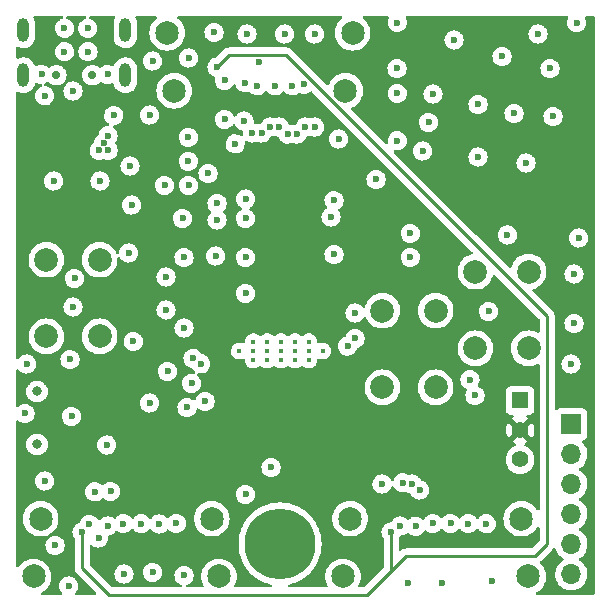
<source format=gbr>
%TF.GenerationSoftware,KiCad,Pcbnew,(6.0.10-0)*%
%TF.CreationDate,2022-12-29T22:01:01-08:00*%
%TF.ProjectId,HDMI-MUX,48444d49-2d4d-4555-982e-6b696361645f,rev?*%
%TF.SameCoordinates,Original*%
%TF.FileFunction,Copper,L3,Inr*%
%TF.FilePolarity,Positive*%
%FSLAX46Y46*%
G04 Gerber Fmt 4.6, Leading zero omitted, Abs format (unit mm)*
G04 Created by KiCad (PCBNEW (6.0.10-0)) date 2022-12-29 22:01:01*
%MOMM*%
%LPD*%
G01*
G04 APERTURE LIST*
%TA.AperFunction,ComponentPad*%
%ADD10O,1.000000X2.000000*%
%TD*%
%TA.AperFunction,ComponentPad*%
%ADD11C,0.400000*%
%TD*%
%TA.AperFunction,ComponentPad*%
%ADD12C,1.995000*%
%TD*%
%TA.AperFunction,ComponentPad*%
%ADD13R,1.700000X1.700000*%
%TD*%
%TA.AperFunction,ComponentPad*%
%ADD14O,1.700000X1.700000*%
%TD*%
%TA.AperFunction,ComponentPad*%
%ADD15C,2.000000*%
%TD*%
%TA.AperFunction,ComponentPad*%
%ADD16C,6.000000*%
%TD*%
%TA.AperFunction,ComponentPad*%
%ADD17R,1.408000X1.408000*%
%TD*%
%TA.AperFunction,ComponentPad*%
%ADD18C,1.408000*%
%TD*%
%TA.AperFunction,ViaPad*%
%ADD19C,0.600000*%
%TD*%
%TA.AperFunction,ViaPad*%
%ADD20C,0.700000*%
%TD*%
%TA.AperFunction,ViaPad*%
%ADD21C,0.800000*%
%TD*%
%TA.AperFunction,Conductor*%
%ADD22C,0.250000*%
%TD*%
G04 APERTURE END LIST*
D10*
%TO.N,GND*%
%TO.C,J2*%
X23737250Y-25081250D03*
X32377250Y-25081250D03*
X23737250Y-21281250D03*
X32377250Y-21281250D03*
%TD*%
D11*
%TO.N,GND*%
%TO.C,U3*%
X49080250Y-48424500D03*
X47895250Y-47649500D03*
X47895250Y-48424500D03*
X47895250Y-49199500D03*
X46725250Y-47649500D03*
X46725250Y-48424500D03*
X46725250Y-49199500D03*
X45555250Y-47649500D03*
X45555250Y-48424500D03*
X45555250Y-49199500D03*
X44385250Y-47649500D03*
X44385250Y-48424500D03*
X44385250Y-49199500D03*
X43215250Y-47649500D03*
X43215250Y-48424500D03*
X43215250Y-49199500D03*
X42030250Y-48424500D03*
%TD*%
D12*
%TO.N,GND*%
%TO.C,J5*%
X39696000Y-62622000D03*
X25196000Y-62622000D03*
X24596000Y-67522000D03*
X40296000Y-67522000D03*
%TD*%
%TO.N,GND*%
%TO.C,J4*%
X65896000Y-62622000D03*
X51396000Y-62622000D03*
X50796000Y-67522000D03*
X66496000Y-67522000D03*
%TD*%
D13*
%TO.N,unconnected-(J1-Pad1)*%
%TO.C,J1*%
X70129000Y-54635000D03*
D14*
%TO.N,/USB_RX*%
X70129000Y-57175000D03*
%TO.N,/USB_TX*%
X70129000Y-59715000D03*
%TO.N,Net-(J1-Pad4)*%
X70129000Y-62255000D03*
%TO.N,unconnected-(J1-Pad5)*%
X70129000Y-64795000D03*
%TO.N,GND*%
X70129000Y-67335000D03*
%TD*%
D15*
%TO.N,GND*%
%TO.C,SW1*%
X62012000Y-41708000D03*
X62012000Y-48208000D03*
%TO.N,Net-(R4-Pad2)*%
X66512000Y-41708000D03*
X66512000Y-48208000D03*
%TD*%
%TO.N,Net-(R8-Pad1)*%
%TO.C,SW3*%
X25690000Y-47192000D03*
X25690000Y-40692000D03*
%TO.N,GND*%
X30190000Y-40692000D03*
X30190000Y-47192000D03*
%TD*%
D16*
%TO.N,GND*%
%TO.C,REF\u002A\u002A*%
X45466000Y-64770000D03*
%TD*%
D17*
%TO.N,Net-(J1-Pad4)*%
%TO.C,SW2*%
X65786000Y-52618000D03*
D18*
%TO.N,+3.3V*%
X65786000Y-55118000D03*
%TO.N,N/C*%
X65786000Y-57618000D03*
%TD*%
D15*
%TO.N,/LED1*%
%TO.C,SW4*%
X58638000Y-45010000D03*
X58638000Y-51510000D03*
%TO.N,GND*%
X54138000Y-45010000D03*
X54138000Y-51510000D03*
%TD*%
D12*
%TO.N,GND*%
%TO.C,J3*%
X51008750Y-26390500D03*
X36508750Y-26390500D03*
X35908750Y-21490500D03*
X51608750Y-21490500D03*
%TD*%
D19*
%TO.N,GND*%
X58420000Y-26670000D03*
X27940000Y-26416000D03*
X34671000Y-23876000D03*
X34417000Y-28448000D03*
X26289000Y-34036000D03*
X30226000Y-34036000D03*
X32766000Y-32766000D03*
X32893000Y-36068000D03*
X35941000Y-50165000D03*
X37338000Y-46482000D03*
X35814000Y-44958000D03*
X32639000Y-40132000D03*
X37338000Y-40513000D03*
X37211000Y-37211000D03*
X23876000Y-53721000D03*
X24003000Y-49530000D03*
X27813000Y-53975000D03*
X27686000Y-49149000D03*
X27940000Y-44704000D03*
X28067000Y-42291000D03*
X37719000Y-23622000D03*
X39878000Y-21463000D03*
X42672000Y-21590000D03*
X45847000Y-21590000D03*
X48387000Y-21590000D03*
X50419000Y-30480000D03*
X49784000Y-37084000D03*
X50038000Y-40259000D03*
X50038000Y-35687000D03*
X66294000Y-32512000D03*
X62230000Y-32004000D03*
X67310000Y-21590000D03*
X62230000Y-27559000D03*
X60198000Y-22098000D03*
X64262000Y-23495000D03*
X58039000Y-29083000D03*
X65278000Y-28321000D03*
X70739000Y-38862000D03*
X70358000Y-41910000D03*
X70358000Y-46101000D03*
X70104000Y-49530000D03*
X63119000Y-45085000D03*
X42545000Y-60579000D03*
X44704000Y-58293000D03*
X25527000Y-59436000D03*
X26416000Y-64897000D03*
X27559000Y-68326000D03*
X32258000Y-67310000D03*
X34671000Y-67183000D03*
X37338000Y-67437000D03*
X63373000Y-67945000D03*
X59182000Y-68072000D03*
X56261000Y-68072000D03*
X34417000Y-52832000D03*
X37592000Y-53213000D03*
X39116000Y-52705000D03*
X42545000Y-43561000D03*
X40132000Y-35941000D03*
X40132000Y-37338000D03*
X40005000Y-40386000D03*
X42545000Y-40513000D03*
X42545000Y-37211000D03*
X42545000Y-35560000D03*
X25273000Y-25019000D03*
D20*
%TO.N,VBUS*%
X26537250Y-25086250D03*
D19*
%TO.N,+3.3V*%
X29667250Y-36571250D03*
X26727250Y-36521250D03*
X26757250Y-37721250D03*
X27657250Y-36581250D03*
X28657250Y-36591250D03*
X28607250Y-37621250D03*
%TO.N,GND*%
X30527250Y-30821250D03*
%TO.N,+3.3V*%
X27857250Y-30211250D03*
X27627250Y-37591250D03*
X28607250Y-31461250D03*
X28137250Y-37131250D03*
%TO.N,GND*%
X30157250Y-31451250D03*
X30907250Y-31451250D03*
X25537250Y-26821250D03*
%TO.N,+3.3V*%
X28237250Y-30831250D03*
%TO.N,Net-(J2-PadB5)*%
X29207250Y-23081250D03*
%TO.N,GND*%
X30907250Y-30201250D03*
%TO.N,+3.3V*%
X29167250Y-37131250D03*
D20*
%TO.N,VBUS*%
X29577250Y-25086250D03*
D19*
%TO.N,+3.3V*%
X29674750Y-28491250D03*
X27857250Y-31441250D03*
X27137250Y-37091250D03*
%TO.N,Net-(J2-PadA5)*%
X27217250Y-23091250D03*
%TO.N,+3.3V*%
X29687250Y-37691250D03*
%TO.N,GND*%
X29187250Y-21101250D03*
X31399750Y-28491250D03*
%TO.N,+3.3V*%
X28597250Y-30211250D03*
%TO.N,GND*%
X27217250Y-21101250D03*
D21*
X24885500Y-51858000D03*
X24885500Y-56338000D03*
D19*
X30861000Y-25019000D03*
%TO.N,Net-(R3-Pad2)*%
X55372000Y-24511000D03*
X37703000Y-30353000D03*
%TO.N,Net-(R8-Pad1)*%
X55392000Y-26630000D03*
X37703000Y-32385000D03*
%TO.N,Net-(R4-Pad2)*%
X55392000Y-20630000D03*
X56499000Y-38481000D03*
%TO.N,Net-(R10-Pad1)*%
X37719000Y-34417000D03*
X53594000Y-33909000D03*
%TO.N,/MUX_A_SEL*%
X39370000Y-33401000D03*
X55392000Y-30630000D03*
D21*
%TO.N,+3.3V*%
X37846000Y-43815000D03*
D19*
%TO.N,GND*%
X47498000Y-25840998D03*
X46508778Y-25984100D03*
X45008730Y-25984107D03*
X43510116Y-25982791D03*
X42497338Y-25724124D03*
X40767000Y-28829000D03*
X35687000Y-34417000D03*
D21*
%TO.N,+3.3V*%
X35814000Y-32512000D03*
X35687000Y-30353000D03*
D19*
%TO.N,/LED1*%
X56499000Y-40513000D03*
X35814000Y-42164000D03*
%TO.N,/LED2*%
X30785500Y-56388000D03*
X57531000Y-31496000D03*
X33036000Y-47625000D03*
%TO.N,/USB_RX*%
X70592000Y-20630000D03*
%TO.N,/USB_TX*%
X68326000Y-24511000D03*
%TO.N,/IN_SCL*%
X43688000Y-24003000D03*
%TO.N,/IN_SDA*%
X40767000Y-25527000D03*
D21*
%TO.N,+3.3V*%
X50038000Y-45212000D03*
D19*
%TO.N,GND*%
X51816000Y-45212000D03*
%TO.N,/IN_HPD*%
X41665500Y-30895701D03*
%TO.N,/IN_CEC*%
X42418000Y-28956000D03*
D21*
%TO.N,+3.3V*%
X54483000Y-40513000D03*
X54483000Y-38481000D03*
X35052000Y-47625000D03*
D19*
%TO.N,/LED1*%
X68580000Y-28575000D03*
%TO.N,GND*%
X30861000Y-63246000D03*
%TO.N,/P2_SCL*%
X30099000Y-64262000D03*
%TO.N,/P2_SDA*%
X29780315Y-60349019D03*
%TO.N,GND*%
X29320500Y-63117703D03*
%TO.N,/P2_SDA*%
X61976000Y-52197000D03*
%TO.N,/P2_SCL*%
X61542731Y-50852269D03*
%TO.N,/P1_SDA*%
X51181000Y-48015500D03*
%TO.N,/P1_SCL*%
X51816000Y-47371000D03*
%TO.N,/P2_CEC*%
X37973000Y-51181000D03*
X31115000Y-60325000D03*
%TO.N,/P1_CEC*%
X38090500Y-49043441D03*
%TO.N,/P1_HPD*%
X38744500Y-49520257D03*
X54102000Y-59690500D03*
%TO.N,/P1_CEC*%
X57277000Y-60198000D03*
%TO.N,/P1_SDA*%
X55850000Y-59580733D03*
%TO.N,/P1_SCL*%
X56642000Y-59690000D03*
%TO.N,GND*%
X55626000Y-63246000D03*
X56942493Y-63262797D03*
%TO.N,+5V*%
X40132000Y-24384000D03*
X54864000Y-63754000D03*
X28702000Y-63754000D03*
%TO.N,GND*%
X58395941Y-63028431D03*
X59903164Y-63035270D03*
X61418413Y-63049079D03*
X62935457Y-63063235D03*
X32211851Y-63043277D03*
X33728126Y-63057302D03*
X35246299Y-63071602D03*
X36695970Y-63028403D03*
X64717000Y-38608000D03*
%TO.N,/IN_D2+*%
X48404750Y-29464000D03*
%TO.N,/IN_D2-*%
X47612750Y-29464000D03*
%TO.N,/IN_D1+*%
X46904750Y-30063351D03*
%TO.N,/IN_D1-*%
X46112750Y-30063351D03*
%TO.N,/IN_D0+*%
X45404750Y-29464000D03*
%TO.N,/IN_D0-*%
X44612750Y-29464000D03*
%TO.N,/IN_CLK+*%
X43904750Y-29972000D03*
%TO.N,/IN_CLK-*%
X43112750Y-29972000D03*
%TO.N,+3.3V*%
X62992000Y-38608000D03*
%TD*%
D22*
%TO.N,+5V*%
X54864000Y-67056000D02*
X56134000Y-65786000D01*
X41148000Y-23368000D02*
X40132000Y-24384000D01*
X56134000Y-65786000D02*
X67056000Y-65786000D01*
X68072000Y-64770000D02*
X68072000Y-45466000D01*
X67056000Y-65786000D02*
X68072000Y-64770000D01*
X68072000Y-45466000D02*
X45974000Y-23368000D01*
X45974000Y-23368000D02*
X41148000Y-23368000D01*
X54864000Y-63754000D02*
X54864000Y-67056000D01*
X54864000Y-67056000D02*
X52832000Y-69088000D01*
X30988000Y-69088000D02*
X28702000Y-66802000D01*
X52832000Y-69088000D02*
X30988000Y-69088000D01*
X28702000Y-66802000D02*
X28702000Y-63754000D01*
%TD*%
%TA.AperFunction,Conductor*%
%TO.N,+3.3V*%
G36*
X27054885Y-20086502D02*
G01*
X27101378Y-20140158D01*
X27111482Y-20210432D01*
X27081988Y-20275012D01*
X27027369Y-20311778D01*
X26870829Y-20365068D01*
X26833707Y-20387906D01*
X26722345Y-20456416D01*
X26722342Y-20456418D01*
X26716338Y-20460112D01*
X26711303Y-20465043D01*
X26711300Y-20465045D01*
X26603556Y-20570556D01*
X26586743Y-20587021D01*
X26488485Y-20739488D01*
X26486076Y-20746108D01*
X26486074Y-20746111D01*
X26445085Y-20858727D01*
X26426447Y-20909935D01*
X26403713Y-21089890D01*
X26421413Y-21270410D01*
X26478668Y-21442523D01*
X26482315Y-21448545D01*
X26482316Y-21448547D01*
X26567797Y-21589693D01*
X26572630Y-21597674D01*
X26698632Y-21728152D01*
X26774520Y-21777812D01*
X26796719Y-21792338D01*
X26850409Y-21827472D01*
X26857013Y-21829928D01*
X26857015Y-21829929D01*
X27013808Y-21888240D01*
X27013810Y-21888240D01*
X27020418Y-21890698D01*
X27104245Y-21901883D01*
X27193230Y-21913757D01*
X27193234Y-21913757D01*
X27200211Y-21914688D01*
X27207222Y-21914050D01*
X27207226Y-21914050D01*
X27360874Y-21900066D01*
X27380850Y-21898248D01*
X27387552Y-21896070D01*
X27387554Y-21896070D01*
X27546659Y-21844374D01*
X27546662Y-21844373D01*
X27553358Y-21842197D01*
X27692654Y-21759160D01*
X27703110Y-21752927D01*
X27703112Y-21752926D01*
X27709162Y-21749319D01*
X27840516Y-21624232D01*
X27940893Y-21473152D01*
X28005305Y-21303588D01*
X28008234Y-21282745D01*
X28029998Y-21127889D01*
X28029998Y-21127886D01*
X28030549Y-21123967D01*
X28030866Y-21101250D01*
X28010647Y-20920995D01*
X28008330Y-20914341D01*
X27953314Y-20756356D01*
X27953312Y-20756353D01*
X27950995Y-20749698D01*
X27900172Y-20668364D01*
X27858609Y-20601848D01*
X27854876Y-20595874D01*
X27823905Y-20564686D01*
X27732028Y-20472165D01*
X27732024Y-20472162D01*
X27727065Y-20467168D01*
X27715947Y-20460112D01*
X27656370Y-20422304D01*
X27573916Y-20369977D01*
X27468814Y-20332552D01*
X27408848Y-20311199D01*
X27351384Y-20269505D01*
X27325584Y-20203362D01*
X27339639Y-20133771D01*
X27389087Y-20082825D01*
X27451115Y-20066500D01*
X28956764Y-20066500D01*
X29024885Y-20086502D01*
X29071378Y-20140158D01*
X29081482Y-20210432D01*
X29051988Y-20275012D01*
X28997369Y-20311778D01*
X28840829Y-20365068D01*
X28803707Y-20387906D01*
X28692345Y-20456416D01*
X28692342Y-20456418D01*
X28686338Y-20460112D01*
X28681303Y-20465043D01*
X28681300Y-20465045D01*
X28573556Y-20570556D01*
X28556743Y-20587021D01*
X28458485Y-20739488D01*
X28456076Y-20746108D01*
X28456074Y-20746111D01*
X28415085Y-20858727D01*
X28396447Y-20909935D01*
X28373713Y-21089890D01*
X28391413Y-21270410D01*
X28448668Y-21442523D01*
X28452315Y-21448545D01*
X28452316Y-21448547D01*
X28537797Y-21589693D01*
X28542630Y-21597674D01*
X28668632Y-21728152D01*
X28744520Y-21777812D01*
X28766719Y-21792338D01*
X28820409Y-21827472D01*
X28827013Y-21829928D01*
X28827015Y-21829929D01*
X28983808Y-21888240D01*
X28983810Y-21888240D01*
X28990418Y-21890698D01*
X29074245Y-21901883D01*
X29163230Y-21913757D01*
X29163234Y-21913757D01*
X29170211Y-21914688D01*
X29177222Y-21914050D01*
X29177226Y-21914050D01*
X29330874Y-21900066D01*
X29350850Y-21898248D01*
X29357552Y-21896070D01*
X29357554Y-21896070D01*
X29516659Y-21844374D01*
X29516662Y-21844373D01*
X29523358Y-21842197D01*
X29662654Y-21759160D01*
X29673110Y-21752927D01*
X29673112Y-21752926D01*
X29679162Y-21749319D01*
X29810516Y-21624232D01*
X29910893Y-21473152D01*
X29975305Y-21303588D01*
X29978234Y-21282745D01*
X29999998Y-21127889D01*
X29999998Y-21127886D01*
X30000549Y-21123967D01*
X30000866Y-21101250D01*
X29980647Y-20920995D01*
X29978330Y-20914341D01*
X29923314Y-20756356D01*
X29923312Y-20756353D01*
X29920995Y-20749698D01*
X29870172Y-20668364D01*
X29828609Y-20601848D01*
X29824876Y-20595874D01*
X29793905Y-20564686D01*
X29702028Y-20472165D01*
X29702024Y-20472162D01*
X29697065Y-20467168D01*
X29685947Y-20460112D01*
X29626370Y-20422304D01*
X29543916Y-20369977D01*
X29438814Y-20332552D01*
X29378848Y-20311199D01*
X29321384Y-20269505D01*
X29295584Y-20203362D01*
X29309639Y-20133771D01*
X29359087Y-20082825D01*
X29421115Y-20066500D01*
X31406230Y-20066500D01*
X31474351Y-20086502D01*
X31520844Y-20140158D01*
X31530948Y-20210432D01*
X31516645Y-20253200D01*
X31445817Y-20382037D01*
X31443956Y-20387904D01*
X31443955Y-20387906D01*
X31387877Y-20564686D01*
X31386015Y-20570556D01*
X31368750Y-20724477D01*
X31368750Y-21831019D01*
X31369050Y-21834075D01*
X31369050Y-21834082D01*
X31369492Y-21838590D01*
X31383170Y-21978083D01*
X31440334Y-22167419D01*
X31533184Y-22342046D01*
X31582495Y-22402507D01*
X31654290Y-22490537D01*
X31654293Y-22490540D01*
X31658185Y-22495312D01*
X31662932Y-22499239D01*
X31662934Y-22499241D01*
X31805825Y-22617451D01*
X31805829Y-22617453D01*
X31810575Y-22621380D01*
X31984549Y-22715448D01*
X32173482Y-22773932D01*
X32179607Y-22774576D01*
X32179608Y-22774576D01*
X32364046Y-22793961D01*
X32364048Y-22793961D01*
X32370175Y-22794605D01*
X32452674Y-22787097D01*
X32560999Y-22777239D01*
X32561002Y-22777238D01*
X32567138Y-22776680D01*
X32573044Y-22774942D01*
X32573048Y-22774941D01*
X32693334Y-22739539D01*
X32756869Y-22720840D01*
X32762327Y-22717987D01*
X32762331Y-22717985D01*
X32853103Y-22670530D01*
X32932140Y-22629210D01*
X33086275Y-22505282D01*
X33213404Y-22353776D01*
X33216371Y-22348378D01*
X33216375Y-22348373D01*
X33305717Y-22185858D01*
X33308683Y-22180463D01*
X33311096Y-22172858D01*
X33366623Y-21997814D01*
X33366623Y-21997813D01*
X33368485Y-21991944D01*
X33385750Y-21838023D01*
X33385750Y-20731481D01*
X33385064Y-20724477D01*
X33379489Y-20667628D01*
X33371330Y-20584417D01*
X33314166Y-20395081D01*
X33270908Y-20313724D01*
X33237905Y-20251653D01*
X33223586Y-20182115D01*
X33249134Y-20115875D01*
X33306439Y-20073962D01*
X33349157Y-20066500D01*
X34915610Y-20066500D01*
X34983731Y-20086502D01*
X35030224Y-20140158D01*
X35040328Y-20210432D01*
X35010834Y-20275012D01*
X34997440Y-20288311D01*
X34840554Y-20422304D01*
X34686603Y-20602558D01*
X34562745Y-20804676D01*
X34560852Y-20809246D01*
X34560850Y-20809250D01*
X34496917Y-20963598D01*
X34472030Y-21023681D01*
X34459524Y-21075771D01*
X34418871Y-21245106D01*
X34416692Y-21254181D01*
X34398093Y-21490500D01*
X34416692Y-21726819D01*
X34417846Y-21731626D01*
X34417847Y-21731632D01*
X34442640Y-21834902D01*
X34472030Y-21957319D01*
X34473923Y-21961890D01*
X34473924Y-21961892D01*
X34556613Y-22161519D01*
X34562745Y-22176324D01*
X34686603Y-22378442D01*
X34840554Y-22558696D01*
X35020808Y-22712647D01*
X35222926Y-22836505D01*
X35227496Y-22838398D01*
X35227500Y-22838400D01*
X35437358Y-22925326D01*
X35441931Y-22927220D01*
X35500050Y-22941173D01*
X35667618Y-22981403D01*
X35667624Y-22981404D01*
X35672431Y-22982558D01*
X35908750Y-23001157D01*
X36145069Y-22982558D01*
X36149876Y-22981404D01*
X36149882Y-22981403D01*
X36317450Y-22941173D01*
X36375569Y-22927220D01*
X36380142Y-22925326D01*
X36590000Y-22838400D01*
X36590004Y-22838398D01*
X36594574Y-22836505D01*
X36796692Y-22712647D01*
X36976946Y-22558696D01*
X37130897Y-22378442D01*
X37254755Y-22176324D01*
X37260888Y-22161519D01*
X37343576Y-21961892D01*
X37343577Y-21961890D01*
X37345470Y-21957319D01*
X37374860Y-21834902D01*
X37399653Y-21731632D01*
X37399654Y-21731626D01*
X37400808Y-21726819D01*
X37419407Y-21490500D01*
X37416349Y-21451640D01*
X39064463Y-21451640D01*
X39082163Y-21632160D01*
X39139418Y-21804273D01*
X39143065Y-21810295D01*
X39143066Y-21810297D01*
X39219980Y-21937297D01*
X39233380Y-21959424D01*
X39238269Y-21964487D01*
X39238270Y-21964488D01*
X39245475Y-21971949D01*
X39359382Y-22089902D01*
X39371757Y-22098000D01*
X39497898Y-22180544D01*
X39511159Y-22189222D01*
X39517763Y-22191678D01*
X39517765Y-22191679D01*
X39674558Y-22249990D01*
X39674560Y-22249990D01*
X39681168Y-22252448D01*
X39764995Y-22263633D01*
X39853980Y-22275507D01*
X39853984Y-22275507D01*
X39860961Y-22276438D01*
X39867972Y-22275800D01*
X39867976Y-22275800D01*
X40010459Y-22262832D01*
X40041600Y-22259998D01*
X40048302Y-22257820D01*
X40048304Y-22257820D01*
X40207409Y-22206124D01*
X40207412Y-22206123D01*
X40214108Y-22203947D01*
X40347148Y-22124639D01*
X40363860Y-22114677D01*
X40363862Y-22114676D01*
X40369912Y-22111069D01*
X40501266Y-21985982D01*
X40601643Y-21834902D01*
X40666055Y-21665338D01*
X40667035Y-21658366D01*
X40678240Y-21578640D01*
X41858463Y-21578640D01*
X41876163Y-21759160D01*
X41933418Y-21931273D01*
X41937065Y-21937295D01*
X41937066Y-21937297D01*
X41966551Y-21985982D01*
X42027380Y-22086424D01*
X42032269Y-22091487D01*
X42032270Y-22091488D01*
X42064284Y-22124639D01*
X42153382Y-22216902D01*
X42220216Y-22260637D01*
X42282651Y-22301493D01*
X42305159Y-22316222D01*
X42311763Y-22318678D01*
X42311765Y-22318679D01*
X42468558Y-22376990D01*
X42468560Y-22376990D01*
X42475168Y-22379448D01*
X42558995Y-22390633D01*
X42647980Y-22402507D01*
X42647984Y-22402507D01*
X42654961Y-22403438D01*
X42661972Y-22402800D01*
X42661976Y-22402800D01*
X42804459Y-22389832D01*
X42835600Y-22386998D01*
X42842302Y-22384820D01*
X42842304Y-22384820D01*
X43001409Y-22333124D01*
X43001412Y-22333123D01*
X43008108Y-22330947D01*
X43114283Y-22267654D01*
X43157860Y-22241677D01*
X43157862Y-22241676D01*
X43163912Y-22238069D01*
X43295266Y-22112982D01*
X43395643Y-21961902D01*
X43453233Y-21810297D01*
X43457555Y-21798920D01*
X43457556Y-21798918D01*
X43460055Y-21792338D01*
X43461035Y-21785366D01*
X43484748Y-21616639D01*
X43484748Y-21616636D01*
X43485299Y-21612717D01*
X43485616Y-21590000D01*
X43484342Y-21578640D01*
X45033463Y-21578640D01*
X45051163Y-21759160D01*
X45108418Y-21931273D01*
X45112065Y-21937295D01*
X45112066Y-21937297D01*
X45141551Y-21985982D01*
X45202380Y-22086424D01*
X45207269Y-22091487D01*
X45207270Y-22091488D01*
X45239284Y-22124639D01*
X45328382Y-22216902D01*
X45395216Y-22260637D01*
X45457651Y-22301493D01*
X45480159Y-22316222D01*
X45486763Y-22318678D01*
X45486765Y-22318679D01*
X45643558Y-22376990D01*
X45643560Y-22376990D01*
X45650168Y-22379448D01*
X45733995Y-22390633D01*
X45822980Y-22402507D01*
X45822984Y-22402507D01*
X45829961Y-22403438D01*
X45836972Y-22402800D01*
X45836976Y-22402800D01*
X45979459Y-22389832D01*
X46010600Y-22386998D01*
X46017302Y-22384820D01*
X46017304Y-22384820D01*
X46176409Y-22333124D01*
X46176412Y-22333123D01*
X46183108Y-22330947D01*
X46289283Y-22267654D01*
X46332860Y-22241677D01*
X46332862Y-22241676D01*
X46338912Y-22238069D01*
X46470266Y-22112982D01*
X46570643Y-21961902D01*
X46628233Y-21810297D01*
X46632555Y-21798920D01*
X46632556Y-21798918D01*
X46635055Y-21792338D01*
X46636035Y-21785366D01*
X46659748Y-21616639D01*
X46659748Y-21616636D01*
X46660299Y-21612717D01*
X46660616Y-21590000D01*
X46659342Y-21578640D01*
X47573463Y-21578640D01*
X47591163Y-21759160D01*
X47648418Y-21931273D01*
X47652065Y-21937295D01*
X47652066Y-21937297D01*
X47681551Y-21985982D01*
X47742380Y-22086424D01*
X47747269Y-22091487D01*
X47747270Y-22091488D01*
X47779284Y-22124639D01*
X47868382Y-22216902D01*
X47935216Y-22260637D01*
X47997651Y-22301493D01*
X48020159Y-22316222D01*
X48026763Y-22318678D01*
X48026765Y-22318679D01*
X48183558Y-22376990D01*
X48183560Y-22376990D01*
X48190168Y-22379448D01*
X48273995Y-22390633D01*
X48362980Y-22402507D01*
X48362984Y-22402507D01*
X48369961Y-22403438D01*
X48376972Y-22402800D01*
X48376976Y-22402800D01*
X48519459Y-22389832D01*
X48550600Y-22386998D01*
X48557302Y-22384820D01*
X48557304Y-22384820D01*
X48716409Y-22333124D01*
X48716412Y-22333123D01*
X48723108Y-22330947D01*
X48829283Y-22267654D01*
X48872860Y-22241677D01*
X48872862Y-22241676D01*
X48878912Y-22238069D01*
X49010266Y-22112982D01*
X49110643Y-21961902D01*
X49168233Y-21810297D01*
X49172555Y-21798920D01*
X49172556Y-21798918D01*
X49175055Y-21792338D01*
X49176035Y-21785366D01*
X49199748Y-21616639D01*
X49199748Y-21616636D01*
X49200299Y-21612717D01*
X49200616Y-21590000D01*
X49180397Y-21409745D01*
X49178080Y-21403091D01*
X49123064Y-21245106D01*
X49123062Y-21245103D01*
X49120745Y-21238448D01*
X49035015Y-21101250D01*
X49028359Y-21090598D01*
X49024626Y-21084624D01*
X49010941Y-21070843D01*
X48901778Y-20960915D01*
X48901774Y-20960912D01*
X48896815Y-20955918D01*
X48885697Y-20948862D01*
X48813927Y-20903316D01*
X48743666Y-20858727D01*
X48714463Y-20848328D01*
X48579425Y-20800243D01*
X48579420Y-20800242D01*
X48572790Y-20797881D01*
X48565802Y-20797048D01*
X48565799Y-20797047D01*
X48442698Y-20782368D01*
X48392680Y-20776404D01*
X48385677Y-20777140D01*
X48385676Y-20777140D01*
X48219288Y-20794628D01*
X48219286Y-20794629D01*
X48212288Y-20795364D01*
X48040579Y-20853818D01*
X48034575Y-20857512D01*
X47892095Y-20945166D01*
X47892092Y-20945168D01*
X47886088Y-20948862D01*
X47881053Y-20953793D01*
X47881050Y-20953795D01*
X47761525Y-21070843D01*
X47756493Y-21075771D01*
X47658235Y-21228238D01*
X47655826Y-21234858D01*
X47655824Y-21234861D01*
X47608271Y-21365512D01*
X47596197Y-21398685D01*
X47573463Y-21578640D01*
X46659342Y-21578640D01*
X46640397Y-21409745D01*
X46638080Y-21403091D01*
X46583064Y-21245106D01*
X46583062Y-21245103D01*
X46580745Y-21238448D01*
X46495015Y-21101250D01*
X46488359Y-21090598D01*
X46484626Y-21084624D01*
X46470941Y-21070843D01*
X46361778Y-20960915D01*
X46361774Y-20960912D01*
X46356815Y-20955918D01*
X46345697Y-20948862D01*
X46273927Y-20903316D01*
X46203666Y-20858727D01*
X46174463Y-20848328D01*
X46039425Y-20800243D01*
X46039420Y-20800242D01*
X46032790Y-20797881D01*
X46025802Y-20797048D01*
X46025799Y-20797047D01*
X45902698Y-20782368D01*
X45852680Y-20776404D01*
X45845677Y-20777140D01*
X45845676Y-20777140D01*
X45679288Y-20794628D01*
X45679286Y-20794629D01*
X45672288Y-20795364D01*
X45500579Y-20853818D01*
X45494575Y-20857512D01*
X45352095Y-20945166D01*
X45352092Y-20945168D01*
X45346088Y-20948862D01*
X45341053Y-20953793D01*
X45341050Y-20953795D01*
X45221525Y-21070843D01*
X45216493Y-21075771D01*
X45118235Y-21228238D01*
X45115826Y-21234858D01*
X45115824Y-21234861D01*
X45068271Y-21365512D01*
X45056197Y-21398685D01*
X45033463Y-21578640D01*
X43484342Y-21578640D01*
X43465397Y-21409745D01*
X43463080Y-21403091D01*
X43408064Y-21245106D01*
X43408062Y-21245103D01*
X43405745Y-21238448D01*
X43320015Y-21101250D01*
X43313359Y-21090598D01*
X43309626Y-21084624D01*
X43295941Y-21070843D01*
X43186778Y-20960915D01*
X43186774Y-20960912D01*
X43181815Y-20955918D01*
X43170697Y-20948862D01*
X43098927Y-20903316D01*
X43028666Y-20858727D01*
X42999463Y-20848328D01*
X42864425Y-20800243D01*
X42864420Y-20800242D01*
X42857790Y-20797881D01*
X42850802Y-20797048D01*
X42850799Y-20797047D01*
X42727698Y-20782368D01*
X42677680Y-20776404D01*
X42670677Y-20777140D01*
X42670676Y-20777140D01*
X42504288Y-20794628D01*
X42504286Y-20794629D01*
X42497288Y-20795364D01*
X42325579Y-20853818D01*
X42319575Y-20857512D01*
X42177095Y-20945166D01*
X42177092Y-20945168D01*
X42171088Y-20948862D01*
X42166053Y-20953793D01*
X42166050Y-20953795D01*
X42046525Y-21070843D01*
X42041493Y-21075771D01*
X41943235Y-21228238D01*
X41940826Y-21234858D01*
X41940824Y-21234861D01*
X41893271Y-21365512D01*
X41881197Y-21398685D01*
X41858463Y-21578640D01*
X40678240Y-21578640D01*
X40690748Y-21489639D01*
X40690748Y-21489636D01*
X40691299Y-21485717D01*
X40691474Y-21473152D01*
X40691561Y-21466962D01*
X40691561Y-21466957D01*
X40691616Y-21463000D01*
X40671397Y-21282745D01*
X40668077Y-21273211D01*
X40614064Y-21118106D01*
X40614062Y-21118103D01*
X40611745Y-21111448D01*
X40586372Y-21070843D01*
X40519359Y-20963598D01*
X40515626Y-20957624D01*
X40461696Y-20903316D01*
X40392778Y-20833915D01*
X40392774Y-20833912D01*
X40387815Y-20828918D01*
X40376697Y-20821862D01*
X40306380Y-20777238D01*
X40234666Y-20731727D01*
X40204476Y-20720977D01*
X40070425Y-20673243D01*
X40070420Y-20673242D01*
X40063790Y-20670881D01*
X40056802Y-20670048D01*
X40056799Y-20670047D01*
X39911463Y-20652717D01*
X39883680Y-20649404D01*
X39876677Y-20650140D01*
X39876676Y-20650140D01*
X39710288Y-20667628D01*
X39710286Y-20667629D01*
X39703288Y-20668364D01*
X39531579Y-20726818D01*
X39483566Y-20756356D01*
X39383095Y-20818166D01*
X39383092Y-20818168D01*
X39377088Y-20821862D01*
X39372053Y-20826793D01*
X39372050Y-20826795D01*
X39252525Y-20943843D01*
X39247493Y-20948771D01*
X39149235Y-21101238D01*
X39146826Y-21107858D01*
X39146824Y-21107861D01*
X39091772Y-21259115D01*
X39087197Y-21271685D01*
X39064463Y-21451640D01*
X37416349Y-21451640D01*
X37400808Y-21254181D01*
X37398630Y-21245106D01*
X37357976Y-21075771D01*
X37345470Y-21023681D01*
X37320583Y-20963598D01*
X37256650Y-20809250D01*
X37256648Y-20809246D01*
X37254755Y-20804676D01*
X37130897Y-20602558D01*
X36976946Y-20422304D01*
X36820060Y-20288311D01*
X36781250Y-20228861D01*
X36780743Y-20157866D01*
X36818700Y-20097867D01*
X36883068Y-20067914D01*
X36901890Y-20066500D01*
X50615610Y-20066500D01*
X50683731Y-20086502D01*
X50730224Y-20140158D01*
X50740328Y-20210432D01*
X50710834Y-20275012D01*
X50697440Y-20288311D01*
X50540554Y-20422304D01*
X50386603Y-20602558D01*
X50262745Y-20804676D01*
X50260852Y-20809246D01*
X50260850Y-20809250D01*
X50196917Y-20963598D01*
X50172030Y-21023681D01*
X50159524Y-21075771D01*
X50118871Y-21245106D01*
X50116692Y-21254181D01*
X50098093Y-21490500D01*
X50116692Y-21726819D01*
X50117846Y-21731626D01*
X50117847Y-21731632D01*
X50142640Y-21834902D01*
X50172030Y-21957319D01*
X50173923Y-21961890D01*
X50173924Y-21961892D01*
X50256613Y-22161519D01*
X50262745Y-22176324D01*
X50386603Y-22378442D01*
X50540554Y-22558696D01*
X50720808Y-22712647D01*
X50922926Y-22836505D01*
X50927496Y-22838398D01*
X50927500Y-22838400D01*
X51137358Y-22925326D01*
X51141931Y-22927220D01*
X51200050Y-22941173D01*
X51367618Y-22981403D01*
X51367624Y-22981404D01*
X51372431Y-22982558D01*
X51608750Y-23001157D01*
X51845069Y-22982558D01*
X51849876Y-22981404D01*
X51849882Y-22981403D01*
X52017450Y-22941173D01*
X52075569Y-22927220D01*
X52080142Y-22925326D01*
X52290000Y-22838400D01*
X52290004Y-22838398D01*
X52294574Y-22836505D01*
X52496692Y-22712647D01*
X52676946Y-22558696D01*
X52830897Y-22378442D01*
X52954755Y-22176324D01*
X52960888Y-22161519D01*
X52991904Y-22086640D01*
X59384463Y-22086640D01*
X59402163Y-22267160D01*
X59459418Y-22439273D01*
X59463065Y-22445295D01*
X59463066Y-22445297D01*
X59477967Y-22469902D01*
X59553380Y-22594424D01*
X59679382Y-22724902D01*
X59717242Y-22749677D01*
X59822241Y-22818386D01*
X59831159Y-22824222D01*
X59837763Y-22826678D01*
X59837765Y-22826679D01*
X59994558Y-22884990D01*
X59994560Y-22884990D01*
X60001168Y-22887448D01*
X60079268Y-22897869D01*
X60173980Y-22910507D01*
X60173984Y-22910507D01*
X60180961Y-22911438D01*
X60187972Y-22910800D01*
X60187976Y-22910800D01*
X60330459Y-22897832D01*
X60361600Y-22894998D01*
X60368302Y-22892820D01*
X60368304Y-22892820D01*
X60527409Y-22841124D01*
X60527412Y-22841123D01*
X60534108Y-22838947D01*
X60642546Y-22774305D01*
X60683860Y-22749677D01*
X60683862Y-22749676D01*
X60689912Y-22746069D01*
X60821266Y-22620982D01*
X60921643Y-22469902D01*
X60965763Y-22353756D01*
X60983555Y-22306920D01*
X60983556Y-22306918D01*
X60986055Y-22300338D01*
X60989545Y-22275507D01*
X61010748Y-22124639D01*
X61010748Y-22124636D01*
X61011299Y-22120717D01*
X61011489Y-22107111D01*
X61011561Y-22101962D01*
X61011561Y-22101957D01*
X61011616Y-22098000D01*
X60991397Y-21917745D01*
X60989080Y-21911091D01*
X60934064Y-21753106D01*
X60934062Y-21753103D01*
X60931745Y-21746448D01*
X60921662Y-21730312D01*
X60839359Y-21598598D01*
X60835626Y-21592624D01*
X60829110Y-21586062D01*
X60821740Y-21578640D01*
X66496463Y-21578640D01*
X66514163Y-21759160D01*
X66571418Y-21931273D01*
X66575065Y-21937295D01*
X66575066Y-21937297D01*
X66604551Y-21985982D01*
X66665380Y-22086424D01*
X66670269Y-22091487D01*
X66670270Y-22091488D01*
X66702284Y-22124639D01*
X66791382Y-22216902D01*
X66858216Y-22260637D01*
X66920651Y-22301493D01*
X66943159Y-22316222D01*
X66949763Y-22318678D01*
X66949765Y-22318679D01*
X67106558Y-22376990D01*
X67106560Y-22376990D01*
X67113168Y-22379448D01*
X67196995Y-22390633D01*
X67285980Y-22402507D01*
X67285984Y-22402507D01*
X67292961Y-22403438D01*
X67299972Y-22402800D01*
X67299976Y-22402800D01*
X67442459Y-22389832D01*
X67473600Y-22386998D01*
X67480302Y-22384820D01*
X67480304Y-22384820D01*
X67639409Y-22333124D01*
X67639412Y-22333123D01*
X67646108Y-22330947D01*
X67752283Y-22267654D01*
X67795860Y-22241677D01*
X67795862Y-22241676D01*
X67801912Y-22238069D01*
X67933266Y-22112982D01*
X68033643Y-21961902D01*
X68091233Y-21810297D01*
X68095555Y-21798920D01*
X68095556Y-21798918D01*
X68098055Y-21792338D01*
X68099035Y-21785366D01*
X68122748Y-21616639D01*
X68122748Y-21616636D01*
X68123299Y-21612717D01*
X68123616Y-21590000D01*
X68103397Y-21409745D01*
X68101080Y-21403091D01*
X68046064Y-21245106D01*
X68046062Y-21245103D01*
X68043745Y-21238448D01*
X67958015Y-21101250D01*
X67951359Y-21090598D01*
X67947626Y-21084624D01*
X67933941Y-21070843D01*
X67824778Y-20960915D01*
X67824774Y-20960912D01*
X67819815Y-20955918D01*
X67808697Y-20948862D01*
X67736927Y-20903316D01*
X67666666Y-20858727D01*
X67637463Y-20848328D01*
X67502425Y-20800243D01*
X67502420Y-20800242D01*
X67495790Y-20797881D01*
X67488802Y-20797048D01*
X67488799Y-20797047D01*
X67365698Y-20782368D01*
X67315680Y-20776404D01*
X67308677Y-20777140D01*
X67308676Y-20777140D01*
X67142288Y-20794628D01*
X67142286Y-20794629D01*
X67135288Y-20795364D01*
X66963579Y-20853818D01*
X66957575Y-20857512D01*
X66815095Y-20945166D01*
X66815092Y-20945168D01*
X66809088Y-20948862D01*
X66804053Y-20953793D01*
X66804050Y-20953795D01*
X66684525Y-21070843D01*
X66679493Y-21075771D01*
X66581235Y-21228238D01*
X66578826Y-21234858D01*
X66578824Y-21234861D01*
X66531271Y-21365512D01*
X66519197Y-21398685D01*
X66496463Y-21578640D01*
X60821740Y-21578640D01*
X60712778Y-21468915D01*
X60712774Y-21468912D01*
X60707815Y-21463918D01*
X60700164Y-21459062D01*
X60616038Y-21405675D01*
X60554666Y-21366727D01*
X60514330Y-21352364D01*
X60390425Y-21308243D01*
X60390420Y-21308242D01*
X60383790Y-21305881D01*
X60376802Y-21305048D01*
X60376799Y-21305047D01*
X60248462Y-21289744D01*
X60203680Y-21284404D01*
X60196677Y-21285140D01*
X60196676Y-21285140D01*
X60030288Y-21302628D01*
X60030286Y-21302629D01*
X60023288Y-21303364D01*
X59851579Y-21361818D01*
X59802412Y-21392066D01*
X59703095Y-21453166D01*
X59703092Y-21453168D01*
X59697088Y-21456862D01*
X59692053Y-21461793D01*
X59692050Y-21461795D01*
X59572525Y-21578843D01*
X59567493Y-21583771D01*
X59469235Y-21736238D01*
X59466826Y-21742858D01*
X59466824Y-21742861D01*
X59410268Y-21898248D01*
X59407197Y-21906685D01*
X59384463Y-22086640D01*
X52991904Y-22086640D01*
X53043576Y-21961892D01*
X53043577Y-21961890D01*
X53045470Y-21957319D01*
X53074860Y-21834902D01*
X53099653Y-21731632D01*
X53099654Y-21731626D01*
X53100808Y-21726819D01*
X53119407Y-21490500D01*
X53100808Y-21254181D01*
X53098630Y-21245106D01*
X53057976Y-21075771D01*
X53045470Y-21023681D01*
X53020583Y-20963598D01*
X52956650Y-20809250D01*
X52956648Y-20809246D01*
X52954755Y-20804676D01*
X52830897Y-20602558D01*
X52676946Y-20422304D01*
X52520060Y-20288311D01*
X52481250Y-20228861D01*
X52480743Y-20157866D01*
X52518700Y-20097867D01*
X52583068Y-20067914D01*
X52601890Y-20066500D01*
X54562146Y-20066500D01*
X54630267Y-20086502D01*
X54676760Y-20140158D01*
X54686864Y-20210432D01*
X54669887Y-20255862D01*
X54670183Y-20256009D01*
X54668763Y-20258868D01*
X54668060Y-20260751D01*
X54663235Y-20268238D01*
X54660826Y-20274858D01*
X54660824Y-20274861D01*
X54614920Y-20400981D01*
X54601197Y-20438685D01*
X54578463Y-20618640D01*
X54596163Y-20799160D01*
X54653418Y-20971273D01*
X54657065Y-20977295D01*
X54657066Y-20977297D01*
X54743494Y-21120007D01*
X54747380Y-21126424D01*
X54873382Y-21256902D01*
X55025159Y-21356222D01*
X55031763Y-21358678D01*
X55031765Y-21358679D01*
X55188558Y-21416990D01*
X55188560Y-21416990D01*
X55195168Y-21419448D01*
X55278995Y-21430633D01*
X55367980Y-21442507D01*
X55367984Y-21442507D01*
X55374961Y-21443438D01*
X55381972Y-21442800D01*
X55381976Y-21442800D01*
X55524459Y-21429832D01*
X55555600Y-21426998D01*
X55562302Y-21424820D01*
X55562304Y-21424820D01*
X55721409Y-21373124D01*
X55721412Y-21373123D01*
X55728108Y-21370947D01*
X55871886Y-21285238D01*
X55877860Y-21281677D01*
X55877862Y-21281676D01*
X55883912Y-21278069D01*
X56015266Y-21152982D01*
X56115643Y-21001902D01*
X56170929Y-20856362D01*
X56177555Y-20838920D01*
X56177556Y-20838918D01*
X56180055Y-20832338D01*
X56183300Y-20809250D01*
X56204748Y-20656639D01*
X56204748Y-20656636D01*
X56205299Y-20652717D01*
X56205616Y-20630000D01*
X56185397Y-20449745D01*
X56183080Y-20443091D01*
X56128064Y-20285106D01*
X56128062Y-20285103D01*
X56125745Y-20278448D01*
X56113760Y-20259268D01*
X56094625Y-20190899D01*
X56115491Y-20123038D01*
X56169733Y-20077231D01*
X56220615Y-20066500D01*
X69762146Y-20066500D01*
X69830267Y-20086502D01*
X69876760Y-20140158D01*
X69886864Y-20210432D01*
X69869887Y-20255862D01*
X69870183Y-20256009D01*
X69868763Y-20258868D01*
X69868060Y-20260751D01*
X69863235Y-20268238D01*
X69860826Y-20274858D01*
X69860824Y-20274861D01*
X69814920Y-20400981D01*
X69801197Y-20438685D01*
X69778463Y-20618640D01*
X69796163Y-20799160D01*
X69853418Y-20971273D01*
X69857065Y-20977295D01*
X69857066Y-20977297D01*
X69943494Y-21120007D01*
X69947380Y-21126424D01*
X70073382Y-21256902D01*
X70225159Y-21356222D01*
X70231763Y-21358678D01*
X70231765Y-21358679D01*
X70388558Y-21416990D01*
X70388560Y-21416990D01*
X70395168Y-21419448D01*
X70478995Y-21430633D01*
X70567980Y-21442507D01*
X70567984Y-21442507D01*
X70574961Y-21443438D01*
X70581972Y-21442800D01*
X70581976Y-21442800D01*
X70724459Y-21429832D01*
X70755600Y-21426998D01*
X70762302Y-21424820D01*
X70762304Y-21424820D01*
X70921409Y-21373124D01*
X70921412Y-21373123D01*
X70928108Y-21370947D01*
X71071886Y-21285238D01*
X71077860Y-21281677D01*
X71077862Y-21281676D01*
X71083912Y-21278069D01*
X71215266Y-21152982D01*
X71315643Y-21001902D01*
X71370929Y-20856362D01*
X71377555Y-20838920D01*
X71377556Y-20838918D01*
X71380055Y-20832338D01*
X71383300Y-20809250D01*
X71404748Y-20656639D01*
X71404748Y-20656636D01*
X71405299Y-20652717D01*
X71405616Y-20630000D01*
X71385397Y-20449745D01*
X71383080Y-20443091D01*
X71328064Y-20285106D01*
X71328062Y-20285103D01*
X71325745Y-20278448D01*
X71313760Y-20259268D01*
X71294625Y-20190899D01*
X71315491Y-20123038D01*
X71369733Y-20077231D01*
X71420615Y-20066500D01*
X71832633Y-20066500D01*
X71852018Y-20068000D01*
X71866851Y-20070310D01*
X71866855Y-20070310D01*
X71875724Y-20071691D01*
X71884629Y-20070527D01*
X71893598Y-20070636D01*
X71893588Y-20071450D01*
X71915098Y-20071743D01*
X71940622Y-20075785D01*
X71978116Y-20087967D01*
X72013224Y-20105855D01*
X72045117Y-20129027D01*
X72072973Y-20156883D01*
X72096144Y-20188774D01*
X72106310Y-20208724D01*
X72114033Y-20223882D01*
X72126214Y-20261373D01*
X72130119Y-20286026D01*
X72131551Y-20305750D01*
X72130309Y-20313724D01*
X72131474Y-20322632D01*
X72134436Y-20345283D01*
X72135500Y-20361621D01*
X72135500Y-68784633D01*
X72134000Y-68804018D01*
X72131690Y-68818851D01*
X72131690Y-68818855D01*
X72130309Y-68827724D01*
X72131473Y-68836629D01*
X72131364Y-68845598D01*
X72130550Y-68845588D01*
X72130257Y-68867098D01*
X72126215Y-68892622D01*
X72114033Y-68930116D01*
X72096145Y-68965224D01*
X72072973Y-68997117D01*
X72045117Y-69024973D01*
X72013226Y-69048144D01*
X71978116Y-69066034D01*
X71940627Y-69078214D01*
X71915974Y-69082119D01*
X71896250Y-69083551D01*
X71888276Y-69082309D01*
X71856714Y-69086436D01*
X71840379Y-69087500D01*
X67270404Y-69087500D01*
X67202283Y-69067498D01*
X67155790Y-69013842D01*
X67145686Y-68943568D01*
X67175180Y-68878988D01*
X67204569Y-68854067D01*
X67379725Y-68746731D01*
X67383942Y-68744147D01*
X67564196Y-68590196D01*
X67718147Y-68409942D01*
X67842005Y-68207824D01*
X67854381Y-68177947D01*
X67930826Y-67993392D01*
X67930827Y-67993390D01*
X67932720Y-67988819D01*
X67956025Y-67891745D01*
X67986903Y-67763132D01*
X67986904Y-67763126D01*
X67988058Y-67758319D01*
X68006657Y-67522000D01*
X67988058Y-67285681D01*
X67986466Y-67279047D01*
X67949644Y-67125675D01*
X67932720Y-67055181D01*
X67930826Y-67050608D01*
X67843900Y-66840750D01*
X67843898Y-66840746D01*
X67842005Y-66836176D01*
X67718147Y-66634058D01*
X67564196Y-66453804D01*
X67558995Y-66449362D01*
X67518775Y-66415010D01*
X67479966Y-66355560D01*
X67479460Y-66284565D01*
X67503521Y-66238885D01*
X67521293Y-66217402D01*
X67529283Y-66208621D01*
X68464258Y-65273647D01*
X68472537Y-65266113D01*
X68479018Y-65262000D01*
X68525644Y-65212348D01*
X68528398Y-65209507D01*
X68548135Y-65189770D01*
X68550615Y-65186573D01*
X68558320Y-65177551D01*
X68573883Y-65160978D01*
X68588586Y-65145321D01*
X68592405Y-65138375D01*
X68597065Y-65131961D01*
X68599649Y-65133839D01*
X68639521Y-65094198D01*
X68708938Y-65079308D01*
X68775386Y-65104311D01*
X68817768Y-65161270D01*
X68822502Y-65177258D01*
X68828222Y-65202639D01*
X68912266Y-65409616D01*
X68914965Y-65414020D01*
X68983951Y-65526595D01*
X69028987Y-65600088D01*
X69175250Y-65768938D01*
X69347126Y-65911632D01*
X69417595Y-65952811D01*
X69420445Y-65954476D01*
X69469169Y-66006114D01*
X69482240Y-66075897D01*
X69455509Y-66141669D01*
X69415055Y-66175027D01*
X69402607Y-66181507D01*
X69398474Y-66184610D01*
X69398471Y-66184612D01*
X69240701Y-66303069D01*
X69223965Y-66315635D01*
X69220393Y-66319373D01*
X69091928Y-66453804D01*
X69069629Y-66477138D01*
X69066715Y-66481410D01*
X69066714Y-66481411D01*
X69000330Y-66578727D01*
X68943743Y-66661680D01*
X68906736Y-66741406D01*
X68858252Y-66845856D01*
X68849688Y-66864305D01*
X68789989Y-67079570D01*
X68766251Y-67301695D01*
X68766548Y-67306848D01*
X68766548Y-67306851D01*
X68774548Y-67445598D01*
X68779110Y-67524715D01*
X68780247Y-67529761D01*
X68780248Y-67529767D01*
X68798856Y-67612332D01*
X68828222Y-67742639D01*
X68866461Y-67836811D01*
X68908793Y-67941062D01*
X68912266Y-67949616D01*
X68962974Y-68032364D01*
X69002577Y-68096990D01*
X69028987Y-68140088D01*
X69175250Y-68308938D01*
X69347126Y-68451632D01*
X69540000Y-68564338D01*
X69544825Y-68566180D01*
X69544826Y-68566181D01*
X69602517Y-68588211D01*
X69748692Y-68644030D01*
X69753760Y-68645061D01*
X69753763Y-68645062D01*
X69830086Y-68660590D01*
X69967597Y-68688567D01*
X69972772Y-68688757D01*
X69972774Y-68688757D01*
X70185673Y-68696564D01*
X70185677Y-68696564D01*
X70190837Y-68696753D01*
X70195957Y-68696097D01*
X70195959Y-68696097D01*
X70407288Y-68669025D01*
X70407289Y-68669025D01*
X70412416Y-68668368D01*
X70417366Y-68666883D01*
X70621429Y-68605661D01*
X70621434Y-68605659D01*
X70626384Y-68604174D01*
X70826994Y-68505896D01*
X71008860Y-68376173D01*
X71032477Y-68352639D01*
X71122765Y-68262665D01*
X71167096Y-68218489D01*
X71172907Y-68210403D01*
X71294435Y-68041277D01*
X71297453Y-68037077D01*
X71299783Y-68032364D01*
X71394136Y-67841453D01*
X71394137Y-67841451D01*
X71396430Y-67836811D01*
X71454427Y-67645920D01*
X71459865Y-67628023D01*
X71459865Y-67628021D01*
X71461370Y-67623069D01*
X71490529Y-67401590D01*
X71490984Y-67382987D01*
X71492074Y-67338365D01*
X71492074Y-67338361D01*
X71492156Y-67335000D01*
X71473852Y-67112361D01*
X71419431Y-66895702D01*
X71330354Y-66690840D01*
X71237167Y-66546795D01*
X71211822Y-66507617D01*
X71211820Y-66507614D01*
X71209014Y-66503277D01*
X71058670Y-66338051D01*
X71054619Y-66334852D01*
X71054615Y-66334848D01*
X70887414Y-66202800D01*
X70887410Y-66202798D01*
X70883359Y-66199598D01*
X70842053Y-66176796D01*
X70792084Y-66126364D01*
X70777312Y-66056921D01*
X70802428Y-65990516D01*
X70829780Y-65963909D01*
X70873603Y-65932650D01*
X71008860Y-65836173D01*
X71167096Y-65678489D01*
X71226594Y-65595689D01*
X71294435Y-65501277D01*
X71297453Y-65497077D01*
X71335556Y-65419982D01*
X71394136Y-65301453D01*
X71394137Y-65301451D01*
X71396430Y-65296811D01*
X71445945Y-65133839D01*
X71459865Y-65088023D01*
X71459865Y-65088021D01*
X71461370Y-65083069D01*
X71490529Y-64861590D01*
X71490611Y-64858240D01*
X71492074Y-64798365D01*
X71492074Y-64798361D01*
X71492156Y-64795000D01*
X71473852Y-64572361D01*
X71419431Y-64355702D01*
X71330354Y-64150840D01*
X71261917Y-64045053D01*
X71211822Y-63967617D01*
X71211820Y-63967614D01*
X71209014Y-63963277D01*
X71058670Y-63798051D01*
X71054619Y-63794852D01*
X71054615Y-63794848D01*
X70887414Y-63662800D01*
X70887410Y-63662798D01*
X70883359Y-63659598D01*
X70842053Y-63636796D01*
X70792084Y-63586364D01*
X70777312Y-63516921D01*
X70802428Y-63450516D01*
X70829780Y-63423909D01*
X70896185Y-63376543D01*
X71008860Y-63296173D01*
X71065460Y-63239771D01*
X71163435Y-63142137D01*
X71167096Y-63138489D01*
X71204848Y-63085952D01*
X71294435Y-62961277D01*
X71297453Y-62957077D01*
X71305292Y-62941217D01*
X71394136Y-62761453D01*
X71394137Y-62761451D01*
X71396430Y-62756811D01*
X71442596Y-62604862D01*
X71459865Y-62548023D01*
X71459865Y-62548021D01*
X71461370Y-62543069D01*
X71490529Y-62321590D01*
X71490611Y-62318240D01*
X71492074Y-62258365D01*
X71492074Y-62258361D01*
X71492156Y-62255000D01*
X71473852Y-62032361D01*
X71419431Y-61815702D01*
X71330354Y-61610840D01*
X71209014Y-61423277D01*
X71058670Y-61258051D01*
X71054619Y-61254852D01*
X71054615Y-61254848D01*
X70887414Y-61122800D01*
X70887410Y-61122798D01*
X70883359Y-61119598D01*
X70842053Y-61096796D01*
X70792084Y-61046364D01*
X70777312Y-60976921D01*
X70802428Y-60910516D01*
X70829780Y-60883909D01*
X70892151Y-60839420D01*
X71008860Y-60756173D01*
X71065744Y-60699488D01*
X71163435Y-60602137D01*
X71167096Y-60598489D01*
X71297453Y-60417077D01*
X71299782Y-60412366D01*
X71394136Y-60221453D01*
X71394137Y-60221451D01*
X71396430Y-60216811D01*
X71441452Y-60068627D01*
X71459865Y-60008023D01*
X71459865Y-60008021D01*
X71461370Y-60003069D01*
X71490529Y-59781590D01*
X71490611Y-59778240D01*
X71492074Y-59718365D01*
X71492074Y-59718361D01*
X71492156Y-59715000D01*
X71473852Y-59492361D01*
X71419431Y-59275702D01*
X71330354Y-59070840D01*
X71253503Y-58952047D01*
X71211822Y-58887617D01*
X71211820Y-58887614D01*
X71209014Y-58883277D01*
X71058670Y-58718051D01*
X71054619Y-58714852D01*
X71054615Y-58714848D01*
X70887414Y-58582800D01*
X70887410Y-58582798D01*
X70883359Y-58579598D01*
X70842053Y-58556796D01*
X70792084Y-58506364D01*
X70777312Y-58436921D01*
X70802428Y-58370516D01*
X70829780Y-58343909D01*
X70895597Y-58296962D01*
X71008860Y-58216173D01*
X71167096Y-58058489D01*
X71297453Y-57877077D01*
X71319172Y-57833133D01*
X71394136Y-57681453D01*
X71394137Y-57681451D01*
X71396430Y-57676811D01*
X71456154Y-57480238D01*
X71459865Y-57468023D01*
X71459865Y-57468021D01*
X71461370Y-57463069D01*
X71490529Y-57241590D01*
X71491965Y-57182820D01*
X71492074Y-57178365D01*
X71492074Y-57178361D01*
X71492156Y-57175000D01*
X71473852Y-56952361D01*
X71419431Y-56735702D01*
X71330354Y-56530840D01*
X71235399Y-56384062D01*
X71211822Y-56347617D01*
X71211820Y-56347614D01*
X71209014Y-56343277D01*
X71205532Y-56339450D01*
X71061798Y-56181488D01*
X71030746Y-56117642D01*
X71039141Y-56047143D01*
X71084317Y-55992375D01*
X71110761Y-55978706D01*
X71217297Y-55938767D01*
X71225705Y-55935615D01*
X71342261Y-55848261D01*
X71429615Y-55731705D01*
X71480745Y-55595316D01*
X71487500Y-55533134D01*
X71487500Y-53736866D01*
X71480745Y-53674684D01*
X71429615Y-53538295D01*
X71342261Y-53421739D01*
X71225705Y-53334385D01*
X71089316Y-53283255D01*
X71027134Y-53276500D01*
X69230866Y-53276500D01*
X69168684Y-53283255D01*
X69032295Y-53334385D01*
X68915739Y-53421739D01*
X68915523Y-53421451D01*
X68858283Y-53452708D01*
X68787468Y-53447643D01*
X68730632Y-53405096D01*
X68705821Y-53338576D01*
X68705500Y-53329587D01*
X68705500Y-49518640D01*
X69290463Y-49518640D01*
X69308163Y-49699160D01*
X69365418Y-49871273D01*
X69369065Y-49877295D01*
X69369066Y-49877297D01*
X69453443Y-50016620D01*
X69459380Y-50026424D01*
X69464269Y-50031487D01*
X69464270Y-50031488D01*
X69491949Y-50060150D01*
X69585382Y-50156902D01*
X69610305Y-50173211D01*
X69686672Y-50223184D01*
X69737159Y-50256222D01*
X69743763Y-50258678D01*
X69743765Y-50258679D01*
X69900558Y-50316990D01*
X69900560Y-50316990D01*
X69907168Y-50319448D01*
X69990995Y-50330633D01*
X70079980Y-50342507D01*
X70079984Y-50342507D01*
X70086961Y-50343438D01*
X70093972Y-50342800D01*
X70093976Y-50342800D01*
X70236459Y-50329832D01*
X70267600Y-50326998D01*
X70274302Y-50324820D01*
X70274304Y-50324820D01*
X70433409Y-50273124D01*
X70433412Y-50273123D01*
X70440108Y-50270947D01*
X70573148Y-50191639D01*
X70589860Y-50181677D01*
X70589862Y-50181676D01*
X70595912Y-50178069D01*
X70727266Y-50052982D01*
X70827643Y-49901902D01*
X70875414Y-49776146D01*
X70889555Y-49738920D01*
X70889556Y-49738918D01*
X70892055Y-49732338D01*
X70894404Y-49715623D01*
X70916748Y-49556639D01*
X70916748Y-49556636D01*
X70917299Y-49552717D01*
X70917528Y-49536285D01*
X70917561Y-49533962D01*
X70917561Y-49533957D01*
X70917616Y-49530000D01*
X70897397Y-49349745D01*
X70894004Y-49340002D01*
X70840064Y-49185106D01*
X70840062Y-49185103D01*
X70837745Y-49178448D01*
X70784102Y-49092600D01*
X70745359Y-49030598D01*
X70741626Y-49024624D01*
X70736664Y-49019627D01*
X70618778Y-48900915D01*
X70618774Y-48900912D01*
X70613815Y-48895918D01*
X70606337Y-48891172D01*
X70508271Y-48828938D01*
X70460666Y-48798727D01*
X70392623Y-48774498D01*
X70296425Y-48740243D01*
X70296420Y-48740242D01*
X70289790Y-48737881D01*
X70282802Y-48737048D01*
X70282799Y-48737047D01*
X70159698Y-48722368D01*
X70109680Y-48716404D01*
X70102677Y-48717140D01*
X70102676Y-48717140D01*
X69936288Y-48734628D01*
X69936286Y-48734629D01*
X69929288Y-48735364D01*
X69757579Y-48793818D01*
X69726177Y-48813137D01*
X69609095Y-48885166D01*
X69609092Y-48885168D01*
X69603088Y-48888862D01*
X69598053Y-48893793D01*
X69598050Y-48893795D01*
X69478525Y-49010843D01*
X69473493Y-49015771D01*
X69375235Y-49168238D01*
X69372826Y-49174858D01*
X69372824Y-49174861D01*
X69318235Y-49324844D01*
X69313197Y-49338685D01*
X69290463Y-49518640D01*
X68705500Y-49518640D01*
X68705500Y-46089640D01*
X69544463Y-46089640D01*
X69562163Y-46270160D01*
X69619418Y-46442273D01*
X69623065Y-46448295D01*
X69623066Y-46448297D01*
X69703581Y-46581243D01*
X69713380Y-46597424D01*
X69718269Y-46602487D01*
X69718270Y-46602488D01*
X69771727Y-46657844D01*
X69839382Y-46727902D01*
X69845278Y-46731760D01*
X69974912Y-46816590D01*
X69991159Y-46827222D01*
X69997763Y-46829678D01*
X69997765Y-46829679D01*
X70154558Y-46887990D01*
X70154560Y-46887990D01*
X70161168Y-46890448D01*
X70244995Y-46901633D01*
X70333980Y-46913507D01*
X70333984Y-46913507D01*
X70340961Y-46914438D01*
X70347972Y-46913800D01*
X70347976Y-46913800D01*
X70490459Y-46900832D01*
X70521600Y-46897998D01*
X70528302Y-46895820D01*
X70528304Y-46895820D01*
X70687409Y-46844124D01*
X70687412Y-46844123D01*
X70694108Y-46841947D01*
X70795410Y-46781559D01*
X70843860Y-46752677D01*
X70843862Y-46752676D01*
X70849912Y-46749069D01*
X70981266Y-46623982D01*
X71081643Y-46472902D01*
X71146055Y-46303338D01*
X71147833Y-46290685D01*
X71170748Y-46127639D01*
X71170748Y-46127636D01*
X71171299Y-46123717D01*
X71171616Y-46101000D01*
X71151397Y-45920745D01*
X71149080Y-45914091D01*
X71094064Y-45756106D01*
X71094062Y-45756103D01*
X71091745Y-45749448D01*
X71041625Y-45669238D01*
X70999359Y-45601598D01*
X70995626Y-45595624D01*
X70936359Y-45535942D01*
X70872778Y-45471915D01*
X70872774Y-45471912D01*
X70867815Y-45466918D01*
X70856697Y-45459862D01*
X70803912Y-45426364D01*
X70714666Y-45369727D01*
X70675209Y-45355677D01*
X70550425Y-45311243D01*
X70550420Y-45311242D01*
X70543790Y-45308881D01*
X70536802Y-45308048D01*
X70536799Y-45308047D01*
X70407171Y-45292590D01*
X70363680Y-45287404D01*
X70356677Y-45288140D01*
X70356676Y-45288140D01*
X70190288Y-45305628D01*
X70190286Y-45305629D01*
X70183288Y-45306364D01*
X70011579Y-45364818D01*
X70005575Y-45368512D01*
X69863095Y-45456166D01*
X69863092Y-45456168D01*
X69857088Y-45459862D01*
X69852053Y-45464793D01*
X69852050Y-45464795D01*
X69734577Y-45579834D01*
X69727493Y-45586771D01*
X69629235Y-45739238D01*
X69626826Y-45745858D01*
X69626824Y-45745861D01*
X69569606Y-45903066D01*
X69567197Y-45909685D01*
X69544463Y-46089640D01*
X68705500Y-46089640D01*
X68705500Y-45544767D01*
X68706027Y-45533584D01*
X68707702Y-45526091D01*
X68706178Y-45477594D01*
X68705562Y-45458014D01*
X68705500Y-45454055D01*
X68705500Y-45426144D01*
X68704995Y-45422144D01*
X68704062Y-45410301D01*
X68702922Y-45374029D01*
X68702673Y-45366110D01*
X68697022Y-45346658D01*
X68693014Y-45327306D01*
X68691467Y-45315063D01*
X68690474Y-45307203D01*
X68687556Y-45299832D01*
X68674200Y-45266097D01*
X68670355Y-45254870D01*
X68666551Y-45241777D01*
X68658018Y-45212407D01*
X68653984Y-45205585D01*
X68653981Y-45205579D01*
X68647706Y-45194968D01*
X68639010Y-45177218D01*
X68634472Y-45165756D01*
X68634469Y-45165751D01*
X68631552Y-45158383D01*
X68613724Y-45133844D01*
X68605573Y-45122625D01*
X68599057Y-45112707D01*
X68585014Y-45088962D01*
X68576542Y-45074637D01*
X68562218Y-45060313D01*
X68549376Y-45045278D01*
X68537472Y-45028893D01*
X68503406Y-45000711D01*
X68494627Y-44992722D01*
X66872102Y-43370197D01*
X66838076Y-43307885D01*
X66843141Y-43237070D01*
X66885688Y-43180234D01*
X66931783Y-43158583D01*
X66946989Y-43154933D01*
X66974780Y-43148261D01*
X66974783Y-43148260D01*
X66979594Y-43147105D01*
X66984167Y-43145211D01*
X67194389Y-43058135D01*
X67194393Y-43058133D01*
X67198963Y-43056240D01*
X67235053Y-43034124D01*
X67397202Y-42934759D01*
X67397208Y-42934755D01*
X67401416Y-42932176D01*
X67581969Y-42777969D01*
X67736176Y-42597416D01*
X67738755Y-42593208D01*
X67738759Y-42593202D01*
X67857654Y-42399183D01*
X67860240Y-42394963D01*
X67869371Y-42372920D01*
X67949211Y-42180167D01*
X67949212Y-42180165D01*
X67951105Y-42175594D01*
X67983601Y-42040240D01*
X68005380Y-41949524D01*
X68005381Y-41949518D01*
X68006535Y-41944711D01*
X68010161Y-41898640D01*
X69544463Y-41898640D01*
X69562163Y-42079160D01*
X69619418Y-42251273D01*
X69623065Y-42257295D01*
X69623066Y-42257297D01*
X69708995Y-42399183D01*
X69713380Y-42406424D01*
X69718269Y-42411487D01*
X69718270Y-42411488D01*
X69771727Y-42466844D01*
X69839382Y-42536902D01*
X69845278Y-42540760D01*
X69974912Y-42625590D01*
X69991159Y-42636222D01*
X69997763Y-42638678D01*
X69997765Y-42638679D01*
X70154558Y-42696990D01*
X70154560Y-42696990D01*
X70161168Y-42699448D01*
X70244995Y-42710633D01*
X70333980Y-42722507D01*
X70333984Y-42722507D01*
X70340961Y-42723438D01*
X70347972Y-42722800D01*
X70347976Y-42722800D01*
X70490459Y-42709832D01*
X70521600Y-42706998D01*
X70528302Y-42704820D01*
X70528304Y-42704820D01*
X70687409Y-42653124D01*
X70687412Y-42653123D01*
X70694108Y-42650947D01*
X70849912Y-42558069D01*
X70981266Y-42432982D01*
X71081643Y-42281902D01*
X71138926Y-42131105D01*
X71143555Y-42118920D01*
X71143556Y-42118918D01*
X71146055Y-42112338D01*
X71147833Y-42099685D01*
X71170748Y-41936639D01*
X71170748Y-41936636D01*
X71171299Y-41932717D01*
X71171616Y-41910000D01*
X71151397Y-41729745D01*
X71149080Y-41723091D01*
X71094064Y-41565106D01*
X71094062Y-41565103D01*
X71091745Y-41558448D01*
X71041625Y-41478238D01*
X70999359Y-41410598D01*
X70995626Y-41404624D01*
X70973625Y-41382469D01*
X70872778Y-41280915D01*
X70872774Y-41280912D01*
X70867815Y-41275918D01*
X70856697Y-41268862D01*
X70745834Y-41198507D01*
X70714666Y-41178727D01*
X70673777Y-41164167D01*
X70550425Y-41120243D01*
X70550420Y-41120242D01*
X70543790Y-41117881D01*
X70536802Y-41117048D01*
X70536799Y-41117047D01*
X70413698Y-41102368D01*
X70363680Y-41096404D01*
X70356677Y-41097140D01*
X70356676Y-41097140D01*
X70190288Y-41114628D01*
X70190286Y-41114629D01*
X70183288Y-41115364D01*
X70011579Y-41173818D01*
X69995619Y-41183637D01*
X69863095Y-41265166D01*
X69863092Y-41265168D01*
X69857088Y-41268862D01*
X69852053Y-41273793D01*
X69852050Y-41273795D01*
X69740347Y-41383183D01*
X69727493Y-41395771D01*
X69629235Y-41548238D01*
X69626826Y-41554858D01*
X69626824Y-41554861D01*
X69586883Y-41664598D01*
X69567197Y-41718685D01*
X69544463Y-41898640D01*
X68010161Y-41898640D01*
X68025165Y-41708000D01*
X68006535Y-41471289D01*
X67998185Y-41436506D01*
X67967966Y-41310637D01*
X67951105Y-41240406D01*
X67934136Y-41199438D01*
X67862135Y-41025611D01*
X67862133Y-41025607D01*
X67860240Y-41021037D01*
X67839798Y-40987679D01*
X67738759Y-40822798D01*
X67738755Y-40822792D01*
X67736176Y-40818584D01*
X67581969Y-40638031D01*
X67565909Y-40624314D01*
X67537760Y-40600273D01*
X67401416Y-40483824D01*
X67397208Y-40481245D01*
X67397202Y-40481241D01*
X67203183Y-40362346D01*
X67198963Y-40359760D01*
X67194393Y-40357867D01*
X67194389Y-40357865D01*
X66984167Y-40270789D01*
X66984165Y-40270788D01*
X66979594Y-40268895D01*
X66899391Y-40249640D01*
X66753524Y-40214620D01*
X66753518Y-40214619D01*
X66748711Y-40213465D01*
X66512000Y-40194835D01*
X66275289Y-40213465D01*
X66270482Y-40214619D01*
X66270476Y-40214620D01*
X66124609Y-40249640D01*
X66044406Y-40268895D01*
X66039835Y-40270788D01*
X66039833Y-40270789D01*
X65829611Y-40357865D01*
X65829607Y-40357867D01*
X65825037Y-40359760D01*
X65820817Y-40362346D01*
X65626798Y-40481241D01*
X65626792Y-40481245D01*
X65622584Y-40483824D01*
X65486240Y-40600273D01*
X65458092Y-40624314D01*
X65442031Y-40638031D01*
X65287824Y-40818584D01*
X65285245Y-40822792D01*
X65285241Y-40822798D01*
X65184202Y-40987679D01*
X65163760Y-41021037D01*
X65161867Y-41025607D01*
X65161865Y-41025611D01*
X65089864Y-41199438D01*
X65072895Y-41240406D01*
X65071740Y-41245217D01*
X65071739Y-41245220D01*
X65061417Y-41288216D01*
X65026065Y-41349786D01*
X64963039Y-41382469D01*
X64892348Y-41375889D01*
X64849803Y-41347898D01*
X62098545Y-38596640D01*
X63903463Y-38596640D01*
X63921163Y-38777160D01*
X63978418Y-38949273D01*
X63982065Y-38955295D01*
X63982066Y-38955297D01*
X64011551Y-39003982D01*
X64072380Y-39104424D01*
X64077269Y-39109487D01*
X64077270Y-39109488D01*
X64098027Y-39130982D01*
X64198382Y-39234902D01*
X64204278Y-39238760D01*
X64325987Y-39318404D01*
X64350159Y-39334222D01*
X64356763Y-39336678D01*
X64356765Y-39336679D01*
X64513558Y-39394990D01*
X64513560Y-39394990D01*
X64520168Y-39397448D01*
X64603995Y-39408633D01*
X64692980Y-39420507D01*
X64692984Y-39420507D01*
X64699961Y-39421438D01*
X64706972Y-39420800D01*
X64706976Y-39420800D01*
X64849459Y-39407832D01*
X64880600Y-39404998D01*
X64887302Y-39402820D01*
X64887304Y-39402820D01*
X65046409Y-39351124D01*
X65046412Y-39351123D01*
X65053108Y-39348947D01*
X65172126Y-39277998D01*
X65202860Y-39259677D01*
X65202862Y-39259676D01*
X65208912Y-39256069D01*
X65340266Y-39130982D01*
X65440643Y-38979902D01*
X65489746Y-38850640D01*
X69925463Y-38850640D01*
X69943163Y-39031160D01*
X70000418Y-39203273D01*
X70004065Y-39209295D01*
X70004066Y-39209297D01*
X70088641Y-39348947D01*
X70094380Y-39358424D01*
X70099269Y-39363487D01*
X70099270Y-39363488D01*
X70130491Y-39395818D01*
X70220382Y-39488902D01*
X70226278Y-39492760D01*
X70347987Y-39572404D01*
X70372159Y-39588222D01*
X70378763Y-39590678D01*
X70378765Y-39590679D01*
X70535558Y-39648990D01*
X70535560Y-39648990D01*
X70542168Y-39651448D01*
X70625995Y-39662633D01*
X70714980Y-39674507D01*
X70714984Y-39674507D01*
X70721961Y-39675438D01*
X70728972Y-39674800D01*
X70728976Y-39674800D01*
X70871459Y-39661832D01*
X70902600Y-39658998D01*
X70909302Y-39656820D01*
X70909304Y-39656820D01*
X71068409Y-39605124D01*
X71068412Y-39605123D01*
X71075108Y-39602947D01*
X71194951Y-39531506D01*
X71224860Y-39513677D01*
X71224862Y-39513676D01*
X71230912Y-39510069D01*
X71362266Y-39384982D01*
X71462643Y-39233902D01*
X71509904Y-39109488D01*
X71524555Y-39070920D01*
X71524556Y-39070918D01*
X71527055Y-39064338D01*
X71528035Y-39057366D01*
X71551748Y-38888639D01*
X71551748Y-38888636D01*
X71552299Y-38884717D01*
X71552616Y-38862000D01*
X71532397Y-38681745D01*
X71530080Y-38675091D01*
X71475064Y-38517106D01*
X71475062Y-38517103D01*
X71472745Y-38510448D01*
X71376626Y-38356624D01*
X71314528Y-38294091D01*
X71253778Y-38232915D01*
X71253774Y-38232912D01*
X71248815Y-38227918D01*
X71237697Y-38220862D01*
X71126834Y-38150507D01*
X71095666Y-38130727D01*
X71046759Y-38113312D01*
X70931425Y-38072243D01*
X70931420Y-38072242D01*
X70924790Y-38069881D01*
X70917802Y-38069048D01*
X70917799Y-38069047D01*
X70794698Y-38054368D01*
X70744680Y-38048404D01*
X70737677Y-38049140D01*
X70737676Y-38049140D01*
X70571288Y-38066628D01*
X70571286Y-38066629D01*
X70564288Y-38067364D01*
X70392579Y-38125818D01*
X70352448Y-38150507D01*
X70244095Y-38217166D01*
X70244092Y-38217168D01*
X70238088Y-38220862D01*
X70233053Y-38225793D01*
X70233050Y-38225795D01*
X70174567Y-38283066D01*
X70108493Y-38347771D01*
X70010235Y-38500238D01*
X70007826Y-38506858D01*
X70007824Y-38506861D01*
X69953235Y-38656844D01*
X69948197Y-38670685D01*
X69925463Y-38850640D01*
X65489746Y-38850640D01*
X65498233Y-38828297D01*
X65502555Y-38816920D01*
X65502556Y-38816918D01*
X65505055Y-38810338D01*
X65506035Y-38803366D01*
X65529748Y-38634639D01*
X65529748Y-38634636D01*
X65530299Y-38630717D01*
X65530616Y-38608000D01*
X65510397Y-38427745D01*
X65508080Y-38421091D01*
X65453064Y-38263106D01*
X65453062Y-38263103D01*
X65450745Y-38256448D01*
X65367651Y-38123469D01*
X65358359Y-38108598D01*
X65354626Y-38102624D01*
X65327532Y-38075340D01*
X65231778Y-37978915D01*
X65231774Y-37978912D01*
X65226815Y-37973918D01*
X65218688Y-37968760D01*
X65104834Y-37896507D01*
X65073666Y-37876727D01*
X65029449Y-37860982D01*
X64909425Y-37818243D01*
X64909420Y-37818242D01*
X64902790Y-37815881D01*
X64895802Y-37815048D01*
X64895799Y-37815047D01*
X64772698Y-37800368D01*
X64722680Y-37794404D01*
X64715677Y-37795140D01*
X64715676Y-37795140D01*
X64549288Y-37812628D01*
X64549286Y-37812629D01*
X64542288Y-37813364D01*
X64370579Y-37871818D01*
X64354619Y-37881637D01*
X64222095Y-37963166D01*
X64222092Y-37963168D01*
X64216088Y-37966862D01*
X64211053Y-37971793D01*
X64211050Y-37971795D01*
X64091525Y-38088843D01*
X64086493Y-38093771D01*
X63988235Y-38246238D01*
X63985826Y-38252858D01*
X63985824Y-38252861D01*
X63945883Y-38362598D01*
X63926197Y-38416685D01*
X63903463Y-38596640D01*
X62098545Y-38596640D01*
X55142414Y-31640509D01*
X55108388Y-31578197D01*
X55113453Y-31507382D01*
X55130477Y-31484640D01*
X56717463Y-31484640D01*
X56735163Y-31665160D01*
X56792418Y-31837273D01*
X56796065Y-31843295D01*
X56796066Y-31843297D01*
X56876581Y-31976243D01*
X56886380Y-31992424D01*
X56891269Y-31997487D01*
X56891270Y-31997488D01*
X56920223Y-32027469D01*
X57012382Y-32122902D01*
X57079933Y-32167106D01*
X57139886Y-32206338D01*
X57164159Y-32222222D01*
X57170763Y-32224678D01*
X57170765Y-32224679D01*
X57327558Y-32282990D01*
X57327560Y-32282990D01*
X57334168Y-32285448D01*
X57417995Y-32296633D01*
X57506980Y-32308507D01*
X57506984Y-32308507D01*
X57513961Y-32309438D01*
X57520972Y-32308800D01*
X57520976Y-32308800D01*
X57663459Y-32295832D01*
X57694600Y-32292998D01*
X57701302Y-32290820D01*
X57701304Y-32290820D01*
X57860409Y-32239124D01*
X57860412Y-32239123D01*
X57867108Y-32236947D01*
X57973350Y-32173614D01*
X58016860Y-32147677D01*
X58016862Y-32147676D01*
X58022912Y-32144069D01*
X58154266Y-32018982D01*
X58171768Y-31992640D01*
X61416463Y-31992640D01*
X61434163Y-32173160D01*
X61491418Y-32345273D01*
X61495065Y-32351295D01*
X61495066Y-32351297D01*
X61537344Y-32421106D01*
X61585380Y-32500424D01*
X61590269Y-32505487D01*
X61590270Y-32505488D01*
X61661348Y-32579091D01*
X61711382Y-32630902D01*
X61787271Y-32680562D01*
X61846912Y-32719590D01*
X61863159Y-32730222D01*
X61869763Y-32732678D01*
X61869765Y-32732679D01*
X62026558Y-32790990D01*
X62026560Y-32790990D01*
X62033168Y-32793448D01*
X62116995Y-32804633D01*
X62205980Y-32816507D01*
X62205984Y-32816507D01*
X62212961Y-32817438D01*
X62219972Y-32816800D01*
X62219976Y-32816800D01*
X62362459Y-32803832D01*
X62393600Y-32800998D01*
X62400302Y-32798820D01*
X62400304Y-32798820D01*
X62559409Y-32747124D01*
X62559412Y-32747123D01*
X62566108Y-32744947D01*
X62662513Y-32687478D01*
X62715860Y-32655677D01*
X62715862Y-32655676D01*
X62721912Y-32652069D01*
X62853266Y-32526982D01*
X62870768Y-32500640D01*
X65480463Y-32500640D01*
X65498163Y-32681160D01*
X65555418Y-32853273D01*
X65559065Y-32859295D01*
X65559066Y-32859297D01*
X65588551Y-32907982D01*
X65649380Y-33008424D01*
X65654269Y-33013487D01*
X65654270Y-33013488D01*
X65673414Y-33033312D01*
X65775382Y-33138902D01*
X65781278Y-33142760D01*
X65902987Y-33222404D01*
X65927159Y-33238222D01*
X65933763Y-33240678D01*
X65933765Y-33240679D01*
X66090558Y-33298990D01*
X66090560Y-33298990D01*
X66097168Y-33301448D01*
X66180995Y-33312633D01*
X66269980Y-33324507D01*
X66269984Y-33324507D01*
X66276961Y-33325438D01*
X66283972Y-33324800D01*
X66283976Y-33324800D01*
X66426459Y-33311832D01*
X66457600Y-33308998D01*
X66464302Y-33306820D01*
X66464304Y-33306820D01*
X66623409Y-33255124D01*
X66623412Y-33255123D01*
X66630108Y-33252947D01*
X66749951Y-33181506D01*
X66779860Y-33163677D01*
X66779862Y-33163676D01*
X66785912Y-33160069D01*
X66917266Y-33034982D01*
X67017643Y-32883902D01*
X67077487Y-32726364D01*
X67079555Y-32720920D01*
X67079556Y-32720918D01*
X67082055Y-32714338D01*
X67083035Y-32707366D01*
X67106748Y-32538639D01*
X67106748Y-32538636D01*
X67107299Y-32534717D01*
X67107616Y-32512000D01*
X67087397Y-32331745D01*
X67085080Y-32325091D01*
X67030064Y-32167106D01*
X67030062Y-32167103D01*
X67027745Y-32160448D01*
X66942384Y-32023841D01*
X66935359Y-32012598D01*
X66931626Y-32006624D01*
X66925110Y-32000062D01*
X66808778Y-31882915D01*
X66808774Y-31882912D01*
X66803815Y-31877918D01*
X66792697Y-31870862D01*
X66744538Y-31840300D01*
X66650666Y-31780727D01*
X66580986Y-31755915D01*
X66486425Y-31722243D01*
X66486420Y-31722242D01*
X66479790Y-31719881D01*
X66472802Y-31719048D01*
X66472799Y-31719047D01*
X66349698Y-31704368D01*
X66299680Y-31698404D01*
X66292677Y-31699140D01*
X66292676Y-31699140D01*
X66126288Y-31716628D01*
X66126286Y-31716629D01*
X66119288Y-31717364D01*
X65947579Y-31775818D01*
X65941575Y-31779512D01*
X65799095Y-31867166D01*
X65799092Y-31867168D01*
X65793088Y-31870862D01*
X65788053Y-31875793D01*
X65788050Y-31875795D01*
X65668525Y-31992843D01*
X65663493Y-31997771D01*
X65565235Y-32150238D01*
X65562826Y-32156858D01*
X65562824Y-32156861D01*
X65505606Y-32314066D01*
X65503197Y-32320685D01*
X65480463Y-32500640D01*
X62870768Y-32500640D01*
X62953643Y-32375902D01*
X62999332Y-32255627D01*
X63015555Y-32212920D01*
X63015556Y-32212918D01*
X63018055Y-32206338D01*
X63019214Y-32198091D01*
X63042748Y-32030639D01*
X63042748Y-32030636D01*
X63043299Y-32026717D01*
X63043616Y-32004000D01*
X63023397Y-31823745D01*
X63020896Y-31816564D01*
X62966064Y-31659106D01*
X62966062Y-31659103D01*
X62963745Y-31652448D01*
X62956285Y-31640509D01*
X62871359Y-31504598D01*
X62867626Y-31498624D01*
X62861110Y-31492062D01*
X62744778Y-31374915D01*
X62744774Y-31374912D01*
X62739815Y-31369918D01*
X62728697Y-31362862D01*
X62648038Y-31311675D01*
X62586666Y-31272727D01*
X62542224Y-31256902D01*
X62422425Y-31214243D01*
X62422420Y-31214242D01*
X62415790Y-31211881D01*
X62408802Y-31211048D01*
X62408799Y-31211047D01*
X62285698Y-31196368D01*
X62235680Y-31190404D01*
X62228677Y-31191140D01*
X62228676Y-31191140D01*
X62062288Y-31208628D01*
X62062286Y-31208629D01*
X62055288Y-31209364D01*
X61883579Y-31267818D01*
X61861052Y-31281677D01*
X61735095Y-31359166D01*
X61735092Y-31359168D01*
X61729088Y-31362862D01*
X61724053Y-31367793D01*
X61724050Y-31367795D01*
X61604525Y-31484843D01*
X61599493Y-31489771D01*
X61501235Y-31642238D01*
X61498826Y-31648858D01*
X61498824Y-31648861D01*
X61451271Y-31779512D01*
X61439197Y-31812685D01*
X61416463Y-31992640D01*
X58171768Y-31992640D01*
X58254643Y-31867902D01*
X58309974Y-31722243D01*
X58316555Y-31704920D01*
X58316556Y-31704918D01*
X58319055Y-31698338D01*
X58321254Y-31682691D01*
X58343748Y-31522639D01*
X58343748Y-31522636D01*
X58344299Y-31518717D01*
X58344616Y-31496000D01*
X58324397Y-31315745D01*
X58322080Y-31309091D01*
X58267064Y-31151106D01*
X58267062Y-31151103D01*
X58264745Y-31144448D01*
X58254510Y-31128069D01*
X58172359Y-30996598D01*
X58168626Y-30990624D01*
X58130120Y-30951848D01*
X58045778Y-30866915D01*
X58045774Y-30866912D01*
X58040815Y-30861918D01*
X58029697Y-30854862D01*
X57981538Y-30824300D01*
X57887666Y-30764727D01*
X57858463Y-30754328D01*
X57723425Y-30706243D01*
X57723420Y-30706242D01*
X57716790Y-30703881D01*
X57709802Y-30703048D01*
X57709799Y-30703047D01*
X57580171Y-30687590D01*
X57536680Y-30682404D01*
X57529677Y-30683140D01*
X57529676Y-30683140D01*
X57363288Y-30700628D01*
X57363286Y-30700629D01*
X57356288Y-30701364D01*
X57184579Y-30759818D01*
X57126217Y-30795723D01*
X57036095Y-30851166D01*
X57036092Y-30851168D01*
X57030088Y-30854862D01*
X57025053Y-30859793D01*
X57025050Y-30859795D01*
X56911213Y-30971273D01*
X56900493Y-30981771D01*
X56802235Y-31134238D01*
X56799826Y-31140858D01*
X56799824Y-31140861D01*
X56742606Y-31298066D01*
X56740197Y-31304685D01*
X56717463Y-31484640D01*
X55130477Y-31484640D01*
X55156000Y-31450546D01*
X55222520Y-31425735D01*
X55248173Y-31426521D01*
X55367979Y-31442507D01*
X55367984Y-31442507D01*
X55374961Y-31443438D01*
X55381972Y-31442800D01*
X55381976Y-31442800D01*
X55524459Y-31429832D01*
X55555600Y-31426998D01*
X55562302Y-31424820D01*
X55562304Y-31424820D01*
X55721409Y-31373124D01*
X55721412Y-31373123D01*
X55728108Y-31370947D01*
X55850367Y-31298066D01*
X55877860Y-31281677D01*
X55877862Y-31281676D01*
X55883912Y-31278069D01*
X56015266Y-31152982D01*
X56115643Y-31001902D01*
X56162958Y-30877347D01*
X56177555Y-30838920D01*
X56177556Y-30838918D01*
X56180055Y-30832338D01*
X56186125Y-30789149D01*
X56204748Y-30656639D01*
X56204748Y-30656636D01*
X56205299Y-30652717D01*
X56205502Y-30638149D01*
X56205561Y-30633962D01*
X56205561Y-30633957D01*
X56205616Y-30630000D01*
X56185397Y-30449745D01*
X56182395Y-30441124D01*
X56128064Y-30285106D01*
X56128062Y-30285103D01*
X56125745Y-30278448D01*
X56108588Y-30250991D01*
X56033359Y-30130598D01*
X56029626Y-30124624D01*
X56024664Y-30119627D01*
X55906778Y-30000915D01*
X55906774Y-30000912D01*
X55901815Y-29995918D01*
X55894441Y-29991238D01*
X55835205Y-29953646D01*
X55748666Y-29898727D01*
X55719463Y-29888328D01*
X55584425Y-29840243D01*
X55584420Y-29840242D01*
X55577790Y-29837881D01*
X55570802Y-29837048D01*
X55570799Y-29837047D01*
X55430688Y-29820340D01*
X55397680Y-29816404D01*
X55390677Y-29817140D01*
X55390676Y-29817140D01*
X55224288Y-29834628D01*
X55224286Y-29834629D01*
X55217288Y-29835364D01*
X55045579Y-29893818D01*
X55039575Y-29897512D01*
X54897095Y-29985166D01*
X54897092Y-29985168D01*
X54891088Y-29988862D01*
X54886053Y-29993793D01*
X54886050Y-29993795D01*
X54774193Y-30103334D01*
X54761493Y-30115771D01*
X54663235Y-30268238D01*
X54660826Y-30274858D01*
X54660824Y-30274861D01*
X54616509Y-30396616D01*
X54601197Y-30438685D01*
X54578463Y-30618640D01*
X54581804Y-30652717D01*
X54593903Y-30776114D01*
X54580643Y-30845861D01*
X54531780Y-30897368D01*
X54462828Y-30914281D01*
X54395677Y-30891231D01*
X54379409Y-30877504D01*
X52573545Y-29071640D01*
X57225463Y-29071640D01*
X57243163Y-29252160D01*
X57300418Y-29424273D01*
X57304065Y-29430295D01*
X57304066Y-29430297D01*
X57389984Y-29572165D01*
X57394380Y-29579424D01*
X57399269Y-29584487D01*
X57399270Y-29584488D01*
X57430491Y-29616818D01*
X57520382Y-29709902D01*
X57672159Y-29809222D01*
X57678763Y-29811678D01*
X57678765Y-29811679D01*
X57835558Y-29869990D01*
X57835560Y-29869990D01*
X57842168Y-29872448D01*
X57925995Y-29883633D01*
X58014980Y-29895507D01*
X58014984Y-29895507D01*
X58021961Y-29896438D01*
X58028972Y-29895800D01*
X58028976Y-29895800D01*
X58190656Y-29881085D01*
X58202600Y-29879998D01*
X58209302Y-29877820D01*
X58209304Y-29877820D01*
X58368409Y-29826124D01*
X58368412Y-29826123D01*
X58375108Y-29823947D01*
X58494951Y-29752506D01*
X58524860Y-29734677D01*
X58524862Y-29734676D01*
X58530912Y-29731069D01*
X58662266Y-29605982D01*
X58762643Y-29454902D01*
X58822487Y-29297364D01*
X58824555Y-29291920D01*
X58824556Y-29291918D01*
X58827055Y-29285338D01*
X58828214Y-29277091D01*
X58851748Y-29109639D01*
X58851748Y-29109636D01*
X58852299Y-29105717D01*
X58852489Y-29092111D01*
X58852561Y-29086962D01*
X58852561Y-29086957D01*
X58852616Y-29083000D01*
X58832397Y-28902745D01*
X58830080Y-28896091D01*
X58775064Y-28738106D01*
X58775062Y-28738103D01*
X58772745Y-28731448D01*
X58722625Y-28651238D01*
X58680359Y-28583598D01*
X58676626Y-28577624D01*
X58670110Y-28571062D01*
X58553778Y-28453915D01*
X58553774Y-28453912D01*
X58548815Y-28448918D01*
X58541164Y-28444062D01*
X58457038Y-28390675D01*
X58395666Y-28351727D01*
X58362050Y-28339757D01*
X58231425Y-28293243D01*
X58231420Y-28293242D01*
X58224790Y-28290881D01*
X58217802Y-28290048D01*
X58217799Y-28290047D01*
X58089462Y-28274744D01*
X58044680Y-28269404D01*
X58037677Y-28270140D01*
X58037676Y-28270140D01*
X57871288Y-28287628D01*
X57871286Y-28287629D01*
X57864288Y-28288364D01*
X57692579Y-28346818D01*
X57676619Y-28356637D01*
X57544095Y-28438166D01*
X57544092Y-28438168D01*
X57538088Y-28441862D01*
X57533053Y-28446793D01*
X57533050Y-28446795D01*
X57413525Y-28563843D01*
X57408493Y-28568771D01*
X57310235Y-28721238D01*
X57307826Y-28727858D01*
X57307824Y-28727861D01*
X57263791Y-28848841D01*
X57248197Y-28891685D01*
X57225463Y-29071640D01*
X52573545Y-29071640D01*
X51505358Y-28003453D01*
X51471332Y-27941141D01*
X51476397Y-27870326D01*
X51518944Y-27813490D01*
X51546235Y-27797949D01*
X51690000Y-27738400D01*
X51690004Y-27738398D01*
X51694574Y-27736505D01*
X51896692Y-27612647D01*
X51972806Y-27547640D01*
X61416463Y-27547640D01*
X61434163Y-27728160D01*
X61491418Y-27900273D01*
X61495065Y-27906295D01*
X61495066Y-27906297D01*
X61575581Y-28039243D01*
X61585380Y-28055424D01*
X61590269Y-28060487D01*
X61590270Y-28060488D01*
X61660989Y-28133719D01*
X61711382Y-28185902D01*
X61759741Y-28217547D01*
X61838987Y-28269404D01*
X61863159Y-28285222D01*
X61869763Y-28287678D01*
X61869765Y-28287679D01*
X62026558Y-28345990D01*
X62026560Y-28345990D01*
X62033168Y-28348448D01*
X62116995Y-28359633D01*
X62205980Y-28371507D01*
X62205984Y-28371507D01*
X62212961Y-28372438D01*
X62219972Y-28371800D01*
X62219976Y-28371800D01*
X62362459Y-28358832D01*
X62393600Y-28355998D01*
X62400302Y-28353820D01*
X62400304Y-28353820D01*
X62536277Y-28309640D01*
X64464463Y-28309640D01*
X64482163Y-28490160D01*
X64539418Y-28662273D01*
X64543065Y-28668295D01*
X64543066Y-28668297D01*
X64619980Y-28795297D01*
X64633380Y-28817424D01*
X64638269Y-28822487D01*
X64638270Y-28822488D01*
X64709348Y-28896091D01*
X64759382Y-28947902D01*
X64827899Y-28992738D01*
X64886886Y-29031338D01*
X64911159Y-29047222D01*
X64917763Y-29049678D01*
X64917765Y-29049679D01*
X65074558Y-29107990D01*
X65074560Y-29107990D01*
X65081168Y-29110448D01*
X65164995Y-29121633D01*
X65253980Y-29133507D01*
X65253984Y-29133507D01*
X65260961Y-29134438D01*
X65267972Y-29133800D01*
X65267976Y-29133800D01*
X65410459Y-29120832D01*
X65441600Y-29117998D01*
X65448302Y-29115820D01*
X65448304Y-29115820D01*
X65607409Y-29064124D01*
X65607412Y-29064123D01*
X65614108Y-29061947D01*
X65710513Y-29004478D01*
X65763860Y-28972677D01*
X65763862Y-28972676D01*
X65769912Y-28969069D01*
X65901266Y-28843982D01*
X66001643Y-28692902D01*
X66048082Y-28570653D01*
X66050746Y-28563640D01*
X67766463Y-28563640D01*
X67784163Y-28744160D01*
X67841418Y-28916273D01*
X67845065Y-28922295D01*
X67845066Y-28922297D01*
X67929641Y-29061947D01*
X67935380Y-29071424D01*
X67940269Y-29076487D01*
X67940270Y-29076488D01*
X68000946Y-29139319D01*
X68061382Y-29201902D01*
X68128216Y-29245637D01*
X68196912Y-29290590D01*
X68213159Y-29301222D01*
X68219763Y-29303678D01*
X68219765Y-29303679D01*
X68376558Y-29361990D01*
X68376560Y-29361990D01*
X68383168Y-29364448D01*
X68466995Y-29375633D01*
X68555980Y-29387507D01*
X68555984Y-29387507D01*
X68562961Y-29388438D01*
X68569972Y-29387800D01*
X68569976Y-29387800D01*
X68712459Y-29374832D01*
X68743600Y-29371998D01*
X68750302Y-29369820D01*
X68750304Y-29369820D01*
X68909409Y-29318124D01*
X68909412Y-29318123D01*
X68916108Y-29315947D01*
X69012979Y-29258200D01*
X69065860Y-29226677D01*
X69065862Y-29226676D01*
X69071912Y-29223069D01*
X69203266Y-29097982D01*
X69303643Y-28946902D01*
X69361233Y-28795297D01*
X69365555Y-28783920D01*
X69365556Y-28783918D01*
X69368055Y-28777338D01*
X69370772Y-28758009D01*
X69392748Y-28601639D01*
X69392748Y-28601636D01*
X69393299Y-28597717D01*
X69393616Y-28575000D01*
X69373397Y-28394745D01*
X69371080Y-28388091D01*
X69316064Y-28230106D01*
X69316062Y-28230103D01*
X69313745Y-28223448D01*
X69263625Y-28143238D01*
X69221359Y-28075598D01*
X69217626Y-28069624D01*
X69197544Y-28049401D01*
X69094778Y-27945915D01*
X69094774Y-27945912D01*
X69089815Y-27940918D01*
X69078697Y-27933862D01*
X69026550Y-27900769D01*
X68936666Y-27843727D01*
X68907463Y-27833328D01*
X68772425Y-27785243D01*
X68772420Y-27785242D01*
X68765790Y-27782881D01*
X68758802Y-27782048D01*
X68758799Y-27782047D01*
X68605404Y-27763756D01*
X68585680Y-27761404D01*
X68578677Y-27762140D01*
X68578676Y-27762140D01*
X68412288Y-27779628D01*
X68412286Y-27779629D01*
X68405288Y-27780364D01*
X68233579Y-27838818D01*
X68227575Y-27842512D01*
X68085095Y-27930166D01*
X68085092Y-27930168D01*
X68079088Y-27933862D01*
X68074053Y-27938793D01*
X68074050Y-27938795D01*
X67954953Y-28055424D01*
X67949493Y-28060771D01*
X67851235Y-28213238D01*
X67848826Y-28219858D01*
X67848824Y-28219861D01*
X67791606Y-28377066D01*
X67789197Y-28383685D01*
X67766463Y-28563640D01*
X66050746Y-28563640D01*
X66063555Y-28529920D01*
X66063556Y-28529918D01*
X66066055Y-28523338D01*
X66069451Y-28499177D01*
X66090748Y-28347639D01*
X66090748Y-28347636D01*
X66091299Y-28343717D01*
X66091496Y-28329598D01*
X66091561Y-28324962D01*
X66091561Y-28324957D01*
X66091616Y-28321000D01*
X66071397Y-28140745D01*
X66068950Y-28133719D01*
X66014064Y-27976106D01*
X66014062Y-27976103D01*
X66011745Y-27969448D01*
X65972284Y-27906297D01*
X65919359Y-27821598D01*
X65915626Y-27815624D01*
X65898074Y-27797949D01*
X65792778Y-27691915D01*
X65792774Y-27691912D01*
X65787815Y-27686918D01*
X65776697Y-27679862D01*
X65706380Y-27635238D01*
X65634666Y-27589727D01*
X65601050Y-27577757D01*
X65470425Y-27531243D01*
X65470420Y-27531242D01*
X65463790Y-27528881D01*
X65456802Y-27528048D01*
X65456799Y-27528047D01*
X65333698Y-27513368D01*
X65283680Y-27507404D01*
X65276677Y-27508140D01*
X65276676Y-27508140D01*
X65110288Y-27525628D01*
X65110286Y-27525629D01*
X65103288Y-27526364D01*
X64931579Y-27584818D01*
X64889512Y-27610698D01*
X64783095Y-27676166D01*
X64783092Y-27676168D01*
X64777088Y-27679862D01*
X64772053Y-27684793D01*
X64772050Y-27684795D01*
X64652525Y-27801843D01*
X64647493Y-27806771D01*
X64549235Y-27959238D01*
X64546826Y-27965858D01*
X64546824Y-27965861D01*
X64499294Y-28096448D01*
X64487197Y-28129685D01*
X64464463Y-28309640D01*
X62536277Y-28309640D01*
X62559409Y-28302124D01*
X62559412Y-28302123D01*
X62566108Y-28299947D01*
X62685951Y-28228506D01*
X62715860Y-28210677D01*
X62715862Y-28210676D01*
X62721912Y-28207069D01*
X62853266Y-28081982D01*
X62953643Y-27930902D01*
X63000762Y-27806862D01*
X63015555Y-27767920D01*
X63015556Y-27767918D01*
X63018055Y-27761338D01*
X63019035Y-27754366D01*
X63042748Y-27585639D01*
X63042748Y-27585636D01*
X63043299Y-27581717D01*
X63043616Y-27559000D01*
X63023397Y-27378745D01*
X63021080Y-27372091D01*
X62966064Y-27214106D01*
X62966062Y-27214103D01*
X62963745Y-27207448D01*
X62867626Y-27053624D01*
X62851946Y-27037834D01*
X62744778Y-26929915D01*
X62744774Y-26929912D01*
X62739815Y-26924918D01*
X62728697Y-26917862D01*
X62680538Y-26887300D01*
X62586666Y-26827727D01*
X62536574Y-26809890D01*
X62422425Y-26769243D01*
X62422420Y-26769242D01*
X62415790Y-26766881D01*
X62408802Y-26766048D01*
X62408799Y-26766047D01*
X62279171Y-26750590D01*
X62235680Y-26745404D01*
X62228677Y-26746140D01*
X62228676Y-26746140D01*
X62062288Y-26763628D01*
X62062286Y-26763629D01*
X62055288Y-26764364D01*
X61883579Y-26822818D01*
X61827499Y-26857319D01*
X61735095Y-26914166D01*
X61735092Y-26914168D01*
X61729088Y-26917862D01*
X61724053Y-26922793D01*
X61724050Y-26922795D01*
X61648179Y-26997094D01*
X61599493Y-27044771D01*
X61501235Y-27197238D01*
X61498826Y-27203858D01*
X61498824Y-27203861D01*
X61455556Y-27322738D01*
X61439197Y-27367685D01*
X61416463Y-27547640D01*
X51972806Y-27547640D01*
X52076946Y-27458696D01*
X52230897Y-27278442D01*
X52354755Y-27076324D01*
X52359832Y-27064069D01*
X52443576Y-26861892D01*
X52443577Y-26861890D01*
X52445470Y-26857319D01*
X52467382Y-26766047D01*
X52499653Y-26631632D01*
X52499654Y-26631626D01*
X52500808Y-26626819D01*
X52501452Y-26618640D01*
X54578463Y-26618640D01*
X54596163Y-26799160D01*
X54653418Y-26971273D01*
X54657065Y-26977295D01*
X54657066Y-26977297D01*
X54717039Y-27076324D01*
X54747380Y-27126424D01*
X54752269Y-27131487D01*
X54752270Y-27131488D01*
X54828881Y-27210820D01*
X54873382Y-27256902D01*
X54940404Y-27300760D01*
X55014262Y-27349091D01*
X55025159Y-27356222D01*
X55031763Y-27358678D01*
X55031765Y-27358679D01*
X55188558Y-27416990D01*
X55188560Y-27416990D01*
X55195168Y-27419448D01*
X55278995Y-27430633D01*
X55367980Y-27442507D01*
X55367984Y-27442507D01*
X55374961Y-27443438D01*
X55381972Y-27442800D01*
X55381976Y-27442800D01*
X55524459Y-27429832D01*
X55555600Y-27426998D01*
X55562302Y-27424820D01*
X55562304Y-27424820D01*
X55721409Y-27373124D01*
X55721412Y-27373123D01*
X55728108Y-27370947D01*
X55845848Y-27300760D01*
X55877860Y-27281677D01*
X55877862Y-27281676D01*
X55883912Y-27278069D01*
X56015266Y-27152982D01*
X56115643Y-27001902D01*
X56167509Y-26865366D01*
X56177555Y-26838920D01*
X56177556Y-26838918D01*
X56180055Y-26832338D01*
X56181035Y-26825366D01*
X56204467Y-26658640D01*
X57606463Y-26658640D01*
X57624163Y-26839160D01*
X57681418Y-27011273D01*
X57685065Y-27017295D01*
X57685066Y-27017297D01*
X57769641Y-27156947D01*
X57775380Y-27166424D01*
X57780269Y-27171487D01*
X57780270Y-27171488D01*
X57811533Y-27203861D01*
X57901382Y-27296902D01*
X57907278Y-27300760D01*
X58020232Y-27374675D01*
X58053159Y-27396222D01*
X58059763Y-27398678D01*
X58059765Y-27398679D01*
X58216558Y-27456990D01*
X58216560Y-27456990D01*
X58223168Y-27459448D01*
X58306995Y-27470633D01*
X58395980Y-27482507D01*
X58395984Y-27482507D01*
X58402961Y-27483438D01*
X58409972Y-27482800D01*
X58409976Y-27482800D01*
X58558097Y-27469319D01*
X58583600Y-27466998D01*
X58590302Y-27464820D01*
X58590304Y-27464820D01*
X58749409Y-27413124D01*
X58749412Y-27413123D01*
X58756108Y-27410947D01*
X58911912Y-27318069D01*
X59043266Y-27192982D01*
X59143643Y-27041902D01*
X59208055Y-26872338D01*
X59211491Y-26847889D01*
X59232748Y-26696639D01*
X59232748Y-26696636D01*
X59233299Y-26692717D01*
X59233616Y-26670000D01*
X59213397Y-26489745D01*
X59210987Y-26482824D01*
X59156064Y-26325106D01*
X59156062Y-26325103D01*
X59153745Y-26318448D01*
X59135930Y-26289937D01*
X59061359Y-26170598D01*
X59057626Y-26164624D01*
X59052664Y-26159627D01*
X58934778Y-26040915D01*
X58934774Y-26040912D01*
X58929815Y-26035918D01*
X58922843Y-26031493D01*
X58866785Y-25995918D01*
X58776666Y-25938727D01*
X58734412Y-25923681D01*
X58612425Y-25880243D01*
X58612420Y-25880242D01*
X58605790Y-25877881D01*
X58598802Y-25877048D01*
X58598799Y-25877047D01*
X58469171Y-25861590D01*
X58425680Y-25856404D01*
X58418677Y-25857140D01*
X58418676Y-25857140D01*
X58252288Y-25874628D01*
X58252286Y-25874629D01*
X58245288Y-25875364D01*
X58073579Y-25933818D01*
X58028552Y-25961519D01*
X57925095Y-26025166D01*
X57925092Y-26025168D01*
X57919088Y-26028862D01*
X57914053Y-26033793D01*
X57914050Y-26033795D01*
X57794525Y-26150843D01*
X57789493Y-26155771D01*
X57691235Y-26308238D01*
X57688826Y-26314858D01*
X57688824Y-26314861D01*
X57631706Y-26471791D01*
X57629197Y-26478685D01*
X57606463Y-26658640D01*
X56204467Y-26658640D01*
X56204748Y-26656639D01*
X56204748Y-26656636D01*
X56205299Y-26652717D01*
X56205496Y-26638635D01*
X56205561Y-26633962D01*
X56205561Y-26633957D01*
X56205616Y-26630000D01*
X56185397Y-26449745D01*
X56183080Y-26443091D01*
X56128064Y-26285106D01*
X56128062Y-26285103D01*
X56125745Y-26278448D01*
X56115662Y-26262312D01*
X56033359Y-26130598D01*
X56029626Y-26124624D01*
X55995220Y-26089977D01*
X55906778Y-26000915D01*
X55906774Y-26000912D01*
X55901815Y-25995918D01*
X55890697Y-25988862D01*
X55811696Y-25938727D01*
X55748666Y-25898727D01*
X55696757Y-25880243D01*
X55584425Y-25840243D01*
X55584420Y-25840242D01*
X55577790Y-25837881D01*
X55570802Y-25837048D01*
X55570799Y-25837047D01*
X55447698Y-25822368D01*
X55397680Y-25816404D01*
X55390677Y-25817140D01*
X55390676Y-25817140D01*
X55224288Y-25834628D01*
X55224286Y-25834629D01*
X55217288Y-25835364D01*
X55045579Y-25893818D01*
X55014141Y-25913159D01*
X54897095Y-25985166D01*
X54897092Y-25985168D01*
X54891088Y-25988862D01*
X54886053Y-25993793D01*
X54886050Y-25993795D01*
X54787833Y-26089977D01*
X54761493Y-26115771D01*
X54663235Y-26268238D01*
X54660826Y-26274858D01*
X54660824Y-26274861D01*
X54607060Y-26422576D01*
X54601197Y-26438685D01*
X54578463Y-26618640D01*
X52501452Y-26618640D01*
X52519407Y-26390500D01*
X52500808Y-26154181D01*
X52499525Y-26148834D01*
X52464012Y-26000915D01*
X52445470Y-25923681D01*
X52439224Y-25908602D01*
X52356650Y-25709250D01*
X52356648Y-25709246D01*
X52354755Y-25704676D01*
X52230897Y-25502558D01*
X52076946Y-25322304D01*
X51896692Y-25168353D01*
X51694574Y-25044495D01*
X51690004Y-25042602D01*
X51690000Y-25042600D01*
X51480142Y-24955674D01*
X51480140Y-24955673D01*
X51475569Y-24953780D01*
X51384869Y-24932005D01*
X51249882Y-24899597D01*
X51249876Y-24899596D01*
X51245069Y-24898442D01*
X51008750Y-24879843D01*
X50772431Y-24898442D01*
X50767624Y-24899596D01*
X50767618Y-24899597D01*
X50632631Y-24932005D01*
X50541931Y-24953780D01*
X50537360Y-24955673D01*
X50537358Y-24955674D01*
X50327500Y-25042600D01*
X50327496Y-25042602D01*
X50322926Y-25044495D01*
X50120808Y-25168353D01*
X49940554Y-25322304D01*
X49786603Y-25502558D01*
X49662745Y-25704676D01*
X49660852Y-25709246D01*
X49660850Y-25709250D01*
X49601301Y-25853015D01*
X49556753Y-25908296D01*
X49489389Y-25930717D01*
X49420598Y-25913159D01*
X49395797Y-25893892D01*
X48001545Y-24499640D01*
X54558463Y-24499640D01*
X54576163Y-24680160D01*
X54633418Y-24852273D01*
X54637065Y-24858295D01*
X54637066Y-24858297D01*
X54717819Y-24991636D01*
X54727380Y-25007424D01*
X54732269Y-25012487D01*
X54732270Y-25012488D01*
X54796781Y-25079290D01*
X54853382Y-25137902D01*
X54902477Y-25170029D01*
X54972449Y-25215817D01*
X55005159Y-25237222D01*
X55011763Y-25239678D01*
X55011765Y-25239679D01*
X55168558Y-25297990D01*
X55168560Y-25297990D01*
X55175168Y-25300448D01*
X55258995Y-25311633D01*
X55347980Y-25323507D01*
X55347984Y-25323507D01*
X55354961Y-25324438D01*
X55361972Y-25323800D01*
X55361976Y-25323800D01*
X55504459Y-25310832D01*
X55535600Y-25307998D01*
X55542302Y-25305820D01*
X55542304Y-25305820D01*
X55701409Y-25254124D01*
X55701412Y-25254123D01*
X55708108Y-25251947D01*
X55843331Y-25171338D01*
X55857860Y-25162677D01*
X55857862Y-25162676D01*
X55863912Y-25159069D01*
X55995266Y-25033982D01*
X56095643Y-24882902D01*
X56137423Y-24772917D01*
X56157555Y-24719920D01*
X56157556Y-24719918D01*
X56160055Y-24713338D01*
X56163545Y-24688507D01*
X56184748Y-24537639D01*
X56184748Y-24537636D01*
X56185299Y-24533717D01*
X56185489Y-24520111D01*
X56185561Y-24514962D01*
X56185561Y-24514957D01*
X56185616Y-24511000D01*
X56184342Y-24499640D01*
X67512463Y-24499640D01*
X67530163Y-24680160D01*
X67587418Y-24852273D01*
X67591065Y-24858295D01*
X67591066Y-24858297D01*
X67671819Y-24991636D01*
X67681380Y-25007424D01*
X67686269Y-25012487D01*
X67686270Y-25012488D01*
X67750781Y-25079290D01*
X67807382Y-25137902D01*
X67856477Y-25170029D01*
X67926449Y-25215817D01*
X67959159Y-25237222D01*
X67965763Y-25239678D01*
X67965765Y-25239679D01*
X68122558Y-25297990D01*
X68122560Y-25297990D01*
X68129168Y-25300448D01*
X68212995Y-25311633D01*
X68301980Y-25323507D01*
X68301984Y-25323507D01*
X68308961Y-25324438D01*
X68315972Y-25323800D01*
X68315976Y-25323800D01*
X68458459Y-25310832D01*
X68489600Y-25307998D01*
X68496302Y-25305820D01*
X68496304Y-25305820D01*
X68655409Y-25254124D01*
X68655412Y-25254123D01*
X68662108Y-25251947D01*
X68797331Y-25171338D01*
X68811860Y-25162677D01*
X68811862Y-25162676D01*
X68817912Y-25159069D01*
X68949266Y-25033982D01*
X69049643Y-24882902D01*
X69091423Y-24772917D01*
X69111555Y-24719920D01*
X69111556Y-24719918D01*
X69114055Y-24713338D01*
X69117545Y-24688507D01*
X69138748Y-24537639D01*
X69138748Y-24537636D01*
X69139299Y-24533717D01*
X69139489Y-24520111D01*
X69139561Y-24514962D01*
X69139561Y-24514957D01*
X69139616Y-24511000D01*
X69119397Y-24330745D01*
X69117080Y-24324091D01*
X69062064Y-24166106D01*
X69062062Y-24166103D01*
X69059745Y-24159448D01*
X68974384Y-24022841D01*
X68967359Y-24011598D01*
X68963626Y-24005624D01*
X68949525Y-23991424D01*
X68840778Y-23881915D01*
X68840774Y-23881912D01*
X68835815Y-23876918D01*
X68828164Y-23872062D01*
X68776538Y-23839300D01*
X68682666Y-23779727D01*
X68653463Y-23769328D01*
X68518425Y-23721243D01*
X68518420Y-23721242D01*
X68511790Y-23718881D01*
X68504802Y-23718048D01*
X68504799Y-23718047D01*
X68381698Y-23703368D01*
X68331680Y-23697404D01*
X68324677Y-23698140D01*
X68324676Y-23698140D01*
X68158288Y-23715628D01*
X68158286Y-23715629D01*
X68151288Y-23716364D01*
X67979579Y-23774818D01*
X67953016Y-23791160D01*
X67831095Y-23866166D01*
X67831092Y-23866168D01*
X67825088Y-23869862D01*
X67820053Y-23874793D01*
X67820050Y-23874795D01*
X67705150Y-23987314D01*
X67695493Y-23996771D01*
X67597235Y-24149238D01*
X67594826Y-24155858D01*
X67594824Y-24155861D01*
X67537606Y-24313066D01*
X67535197Y-24319685D01*
X67512463Y-24499640D01*
X56184342Y-24499640D01*
X56165397Y-24330745D01*
X56163080Y-24324091D01*
X56108064Y-24166106D01*
X56108062Y-24166103D01*
X56105745Y-24159448D01*
X56020384Y-24022841D01*
X56013359Y-24011598D01*
X56009626Y-24005624D01*
X55995525Y-23991424D01*
X55886778Y-23881915D01*
X55886774Y-23881912D01*
X55881815Y-23876918D01*
X55874164Y-23872062D01*
X55822538Y-23839300D01*
X55728666Y-23779727D01*
X55699463Y-23769328D01*
X55564425Y-23721243D01*
X55564420Y-23721242D01*
X55557790Y-23718881D01*
X55550802Y-23718048D01*
X55550799Y-23718047D01*
X55427698Y-23703368D01*
X55377680Y-23697404D01*
X55370677Y-23698140D01*
X55370676Y-23698140D01*
X55204288Y-23715628D01*
X55204286Y-23715629D01*
X55197288Y-23716364D01*
X55025579Y-23774818D01*
X54999016Y-23791160D01*
X54877095Y-23866166D01*
X54877092Y-23866168D01*
X54871088Y-23869862D01*
X54866053Y-23874793D01*
X54866050Y-23874795D01*
X54751150Y-23987314D01*
X54741493Y-23996771D01*
X54643235Y-24149238D01*
X54640826Y-24155858D01*
X54640824Y-24155861D01*
X54583606Y-24313066D01*
X54581197Y-24319685D01*
X54558463Y-24499640D01*
X48001545Y-24499640D01*
X46985545Y-23483640D01*
X63448463Y-23483640D01*
X63466163Y-23664160D01*
X63523418Y-23836273D01*
X63527065Y-23842295D01*
X63527066Y-23842297D01*
X63603980Y-23969297D01*
X63617380Y-23991424D01*
X63622269Y-23996487D01*
X63622270Y-23996488D01*
X63669398Y-24045290D01*
X63743382Y-24121902D01*
X63810933Y-24166106D01*
X63878912Y-24210590D01*
X63895159Y-24221222D01*
X63901763Y-24223678D01*
X63901765Y-24223679D01*
X64058558Y-24281990D01*
X64058560Y-24281990D01*
X64065168Y-24284448D01*
X64148995Y-24295633D01*
X64237980Y-24307507D01*
X64237984Y-24307507D01*
X64244961Y-24308438D01*
X64251972Y-24307800D01*
X64251976Y-24307800D01*
X64394459Y-24294832D01*
X64425600Y-24291998D01*
X64432302Y-24289820D01*
X64432304Y-24289820D01*
X64591409Y-24238124D01*
X64591412Y-24238123D01*
X64598108Y-24235947D01*
X64697593Y-24176642D01*
X64747860Y-24146677D01*
X64747862Y-24146676D01*
X64753912Y-24143069D01*
X64885266Y-24017982D01*
X64985643Y-23866902D01*
X65037482Y-23730437D01*
X65047555Y-23703920D01*
X65047556Y-23703918D01*
X65050055Y-23697338D01*
X65051833Y-23684685D01*
X65074748Y-23521639D01*
X65074748Y-23521636D01*
X65075299Y-23517717D01*
X65075616Y-23495000D01*
X65055397Y-23314745D01*
X65053080Y-23308091D01*
X64998064Y-23150106D01*
X64998062Y-23150103D01*
X64995745Y-23143448D01*
X64974849Y-23110007D01*
X64903359Y-22995598D01*
X64899626Y-22989624D01*
X64894183Y-22984143D01*
X64776778Y-22865915D01*
X64776774Y-22865912D01*
X64771815Y-22860918D01*
X64765390Y-22856840D01*
X64704795Y-22818386D01*
X64618666Y-22763727D01*
X64571615Y-22746973D01*
X64454425Y-22705243D01*
X64454420Y-22705242D01*
X64447790Y-22702881D01*
X64440802Y-22702048D01*
X64440799Y-22702047D01*
X64317698Y-22687368D01*
X64267680Y-22681404D01*
X64260677Y-22682140D01*
X64260676Y-22682140D01*
X64094288Y-22699628D01*
X64094286Y-22699629D01*
X64087288Y-22700364D01*
X63915579Y-22758818D01*
X63858455Y-22793961D01*
X63767095Y-22850166D01*
X63767092Y-22850168D01*
X63761088Y-22853862D01*
X63756053Y-22858793D01*
X63756050Y-22858795D01*
X63636623Y-22975747D01*
X63631493Y-22980771D01*
X63533235Y-23133238D01*
X63530826Y-23139858D01*
X63530824Y-23139861D01*
X63476116Y-23290170D01*
X63471197Y-23303685D01*
X63448463Y-23483640D01*
X46985545Y-23483640D01*
X46477652Y-22975747D01*
X46470112Y-22967461D01*
X46466000Y-22960982D01*
X46440034Y-22936598D01*
X46416349Y-22914357D01*
X46413507Y-22911602D01*
X46393770Y-22891865D01*
X46390573Y-22889385D01*
X46381551Y-22881680D01*
X46362147Y-22863458D01*
X46349321Y-22851414D01*
X46342375Y-22847595D01*
X46342372Y-22847593D01*
X46331566Y-22841652D01*
X46315047Y-22830801D01*
X46310616Y-22827364D01*
X46299041Y-22818386D01*
X46291772Y-22815241D01*
X46291768Y-22815238D01*
X46258463Y-22800826D01*
X46247813Y-22795609D01*
X46209060Y-22774305D01*
X46200512Y-22772110D01*
X46189438Y-22769267D01*
X46170734Y-22762863D01*
X46159420Y-22757967D01*
X46159419Y-22757967D01*
X46152145Y-22754819D01*
X46144322Y-22753580D01*
X46144312Y-22753577D01*
X46108476Y-22747901D01*
X46096856Y-22745495D01*
X46061711Y-22736472D01*
X46061710Y-22736472D01*
X46054030Y-22734500D01*
X46033776Y-22734500D01*
X46014065Y-22732949D01*
X46001886Y-22731020D01*
X45994057Y-22729780D01*
X45964786Y-22732547D01*
X45950039Y-22733941D01*
X45938181Y-22734500D01*
X41226767Y-22734500D01*
X41215584Y-22733973D01*
X41208091Y-22732298D01*
X41200165Y-22732547D01*
X41200164Y-22732547D01*
X41140001Y-22734438D01*
X41136043Y-22734500D01*
X41108144Y-22734500D01*
X41104154Y-22735004D01*
X41092320Y-22735936D01*
X41048111Y-22737326D01*
X41040497Y-22739538D01*
X41040492Y-22739539D01*
X41028659Y-22742977D01*
X41009296Y-22746988D01*
X40989203Y-22749526D01*
X40981836Y-22752443D01*
X40981831Y-22752444D01*
X40948092Y-22765802D01*
X40936865Y-22769646D01*
X40894407Y-22781982D01*
X40887581Y-22786019D01*
X40876972Y-22792293D01*
X40859224Y-22800988D01*
X40840383Y-22808448D01*
X40833967Y-22813110D01*
X40833966Y-22813110D01*
X40804613Y-22834436D01*
X40794693Y-22840952D01*
X40763465Y-22859420D01*
X40763462Y-22859422D01*
X40756638Y-22863458D01*
X40742317Y-22877779D01*
X40727284Y-22890619D01*
X40710893Y-22902528D01*
X40705843Y-22908632D01*
X40705838Y-22908637D01*
X40682707Y-22936598D01*
X40674717Y-22945379D01*
X40070907Y-23549188D01*
X40008595Y-23583213D01*
X39994983Y-23585402D01*
X39964288Y-23588628D01*
X39964286Y-23588628D01*
X39957288Y-23589364D01*
X39785579Y-23647818D01*
X39759016Y-23664160D01*
X39637095Y-23739166D01*
X39637092Y-23739168D01*
X39631088Y-23742862D01*
X39626053Y-23747793D01*
X39626050Y-23747795D01*
X39506525Y-23864843D01*
X39501493Y-23869771D01*
X39403235Y-24022238D01*
X39400826Y-24028858D01*
X39400824Y-24028861D01*
X39343606Y-24186066D01*
X39341197Y-24192685D01*
X39318463Y-24372640D01*
X39336163Y-24553160D01*
X39393418Y-24725273D01*
X39397065Y-24731295D01*
X39397066Y-24731297D01*
X39473980Y-24858297D01*
X39487380Y-24880424D01*
X39492269Y-24885487D01*
X39492270Y-24885488D01*
X39557104Y-24952625D01*
X39613382Y-25010902D01*
X39619278Y-25014760D01*
X39734321Y-25090042D01*
X39765159Y-25110222D01*
X39771763Y-25112678D01*
X39771765Y-25112679D01*
X39906039Y-25162615D01*
X39962915Y-25205107D01*
X39987789Y-25271604D01*
X39980521Y-25323804D01*
X39979698Y-25326066D01*
X39976197Y-25335685D01*
X39953463Y-25515640D01*
X39971163Y-25696160D01*
X40028418Y-25868273D01*
X40032065Y-25874295D01*
X40032066Y-25874297D01*
X40117146Y-26014781D01*
X40122380Y-26023424D01*
X40127269Y-26028487D01*
X40127270Y-26028488D01*
X40142357Y-26044111D01*
X40248382Y-26153902D01*
X40257131Y-26159627D01*
X40367232Y-26231675D01*
X40400159Y-26253222D01*
X40406763Y-26255678D01*
X40406765Y-26255679D01*
X40563558Y-26313990D01*
X40563560Y-26313990D01*
X40570168Y-26316448D01*
X40653995Y-26327633D01*
X40742980Y-26339507D01*
X40742984Y-26339507D01*
X40749961Y-26340438D01*
X40756972Y-26339800D01*
X40756976Y-26339800D01*
X40899459Y-26326832D01*
X40930600Y-26323998D01*
X40937302Y-26321820D01*
X40937304Y-26321820D01*
X41096409Y-26270124D01*
X41096412Y-26270123D01*
X41103108Y-26267947D01*
X41199513Y-26210478D01*
X41252860Y-26178677D01*
X41252862Y-26178676D01*
X41258912Y-26175069D01*
X41390266Y-26049982D01*
X41395720Y-26041774D01*
X41489434Y-25900722D01*
X41543791Y-25855051D01*
X41614211Y-25846019D01*
X41678335Y-25876492D01*
X41713940Y-25930677D01*
X41714985Y-25933818D01*
X41758756Y-26065397D01*
X41762403Y-26071419D01*
X41762404Y-26071421D01*
X41835529Y-26192165D01*
X41852718Y-26220548D01*
X41857607Y-26225611D01*
X41857608Y-26225612D01*
X41880545Y-26249364D01*
X41978720Y-26351026D01*
X42049963Y-26397646D01*
X42102558Y-26432063D01*
X42130497Y-26450346D01*
X42137101Y-26452802D01*
X42137103Y-26452803D01*
X42293896Y-26511114D01*
X42293898Y-26511114D01*
X42300506Y-26513572D01*
X42384333Y-26524757D01*
X42473318Y-26536631D01*
X42473322Y-26536631D01*
X42480299Y-26537562D01*
X42487310Y-26536924D01*
X42487314Y-26536924D01*
X42629797Y-26523956D01*
X42660938Y-26521122D01*
X42667640Y-26518944D01*
X42667642Y-26518944D01*
X42735966Y-26496744D01*
X42772566Y-26484852D01*
X42843532Y-26482824D01*
X42902137Y-26517157D01*
X42991498Y-26609693D01*
X43025845Y-26632169D01*
X43124366Y-26696639D01*
X43143275Y-26709013D01*
X43149879Y-26711469D01*
X43149881Y-26711470D01*
X43306674Y-26769781D01*
X43306676Y-26769781D01*
X43313284Y-26772239D01*
X43397111Y-26783424D01*
X43486096Y-26795298D01*
X43486100Y-26795298D01*
X43493077Y-26796229D01*
X43500088Y-26795591D01*
X43500092Y-26795591D01*
X43652235Y-26781744D01*
X43673716Y-26779789D01*
X43680418Y-26777611D01*
X43680420Y-26777611D01*
X43839525Y-26725915D01*
X43839528Y-26725914D01*
X43846224Y-26723738D01*
X43955427Y-26658640D01*
X43995976Y-26634468D01*
X43995978Y-26634467D01*
X44002028Y-26630860D01*
X44133382Y-26505773D01*
X44152313Y-26477279D01*
X44206669Y-26431609D01*
X44277089Y-26422576D01*
X44341213Y-26453049D01*
X44357090Y-26470128D01*
X44360460Y-26474504D01*
X44364110Y-26480531D01*
X44369003Y-26485598D01*
X44369004Y-26485599D01*
X44418568Y-26536924D01*
X44490112Y-26611009D01*
X44559842Y-26656639D01*
X44635983Y-26706464D01*
X44641889Y-26710329D01*
X44648493Y-26712785D01*
X44648495Y-26712786D01*
X44805288Y-26771097D01*
X44805290Y-26771097D01*
X44811898Y-26773555D01*
X44895725Y-26784740D01*
X44984710Y-26796614D01*
X44984714Y-26796614D01*
X44991691Y-26797545D01*
X44998702Y-26796907D01*
X44998706Y-26796907D01*
X45141189Y-26783939D01*
X45172330Y-26781105D01*
X45179032Y-26778927D01*
X45179034Y-26778927D01*
X45338139Y-26727231D01*
X45338142Y-26727230D01*
X45344838Y-26725054D01*
X45464371Y-26653798D01*
X45494590Y-26635784D01*
X45494592Y-26635783D01*
X45500642Y-26632176D01*
X45631996Y-26507089D01*
X45652064Y-26476885D01*
X45706419Y-26431215D01*
X45776839Y-26422182D01*
X45840963Y-26452654D01*
X45856840Y-26469734D01*
X45860508Y-26474497D01*
X45864158Y-26480524D01*
X45869051Y-26485591D01*
X45869052Y-26485592D01*
X45895054Y-26512518D01*
X45990160Y-26611002D01*
X46055559Y-26653798D01*
X46115034Y-26692717D01*
X46141937Y-26710322D01*
X46148541Y-26712778D01*
X46148543Y-26712779D01*
X46305336Y-26771090D01*
X46305338Y-26771090D01*
X46311946Y-26773548D01*
X46395773Y-26784733D01*
X46484758Y-26796607D01*
X46484762Y-26796607D01*
X46491739Y-26797538D01*
X46498750Y-26796900D01*
X46498754Y-26796900D01*
X46641237Y-26783932D01*
X46672378Y-26781098D01*
X46679080Y-26778920D01*
X46679082Y-26778920D01*
X46838187Y-26727224D01*
X46838190Y-26727223D01*
X46844886Y-26725047D01*
X46964899Y-26653505D01*
X46994638Y-26635777D01*
X46994640Y-26635776D01*
X47000690Y-26632169D01*
X47005789Y-26627313D01*
X47005792Y-26627311D01*
X47029366Y-26604862D01*
X47092492Y-26572371D01*
X47160174Y-26578011D01*
X47301168Y-26630446D01*
X47384995Y-26641631D01*
X47473980Y-26653505D01*
X47473984Y-26653505D01*
X47480961Y-26654436D01*
X47487972Y-26653798D01*
X47487976Y-26653798D01*
X47630459Y-26640830D01*
X47661600Y-26637996D01*
X47668302Y-26635818D01*
X47668304Y-26635818D01*
X47827409Y-26584122D01*
X47827412Y-26584121D01*
X47834108Y-26581945D01*
X47989912Y-26489067D01*
X48008054Y-26471791D01*
X48071179Y-26439300D01*
X48141849Y-26446094D01*
X48184039Y-26473943D01*
X61735764Y-40025668D01*
X61769790Y-40087980D01*
X61764725Y-40158795D01*
X61722178Y-40215631D01*
X61676083Y-40237282D01*
X61619218Y-40250934D01*
X61544406Y-40268895D01*
X61539835Y-40270788D01*
X61539833Y-40270789D01*
X61329611Y-40357865D01*
X61329607Y-40357867D01*
X61325037Y-40359760D01*
X61320817Y-40362346D01*
X61126798Y-40481241D01*
X61126792Y-40481245D01*
X61122584Y-40483824D01*
X60986240Y-40600273D01*
X60958092Y-40624314D01*
X60942031Y-40638031D01*
X60787824Y-40818584D01*
X60785245Y-40822792D01*
X60785241Y-40822798D01*
X60684202Y-40987679D01*
X60663760Y-41021037D01*
X60661867Y-41025607D01*
X60661865Y-41025611D01*
X60589864Y-41199438D01*
X60572895Y-41240406D01*
X60556034Y-41310637D01*
X60525816Y-41436506D01*
X60517465Y-41471289D01*
X60498835Y-41708000D01*
X60517465Y-41944711D01*
X60518619Y-41949518D01*
X60518620Y-41949524D01*
X60540399Y-42040240D01*
X60572895Y-42175594D01*
X60574788Y-42180165D01*
X60574789Y-42180167D01*
X60654630Y-42372920D01*
X60663760Y-42394963D01*
X60666346Y-42399183D01*
X60785241Y-42593202D01*
X60785245Y-42593208D01*
X60787824Y-42597416D01*
X60942031Y-42777969D01*
X61122584Y-42932176D01*
X61126792Y-42934755D01*
X61126798Y-42934759D01*
X61288947Y-43034124D01*
X61325037Y-43056240D01*
X61329607Y-43058133D01*
X61329611Y-43058135D01*
X61539833Y-43145211D01*
X61544406Y-43147105D01*
X61624609Y-43166360D01*
X61770476Y-43201380D01*
X61770482Y-43201381D01*
X61775289Y-43202535D01*
X62012000Y-43221165D01*
X62248711Y-43202535D01*
X62253518Y-43201381D01*
X62253524Y-43201380D01*
X62399391Y-43166360D01*
X62479594Y-43147105D01*
X62484167Y-43145211D01*
X62694389Y-43058135D01*
X62694393Y-43058133D01*
X62698963Y-43056240D01*
X62735053Y-43034124D01*
X62897202Y-42934759D01*
X62897208Y-42934755D01*
X62901416Y-42932176D01*
X63081969Y-42777969D01*
X63236176Y-42597416D01*
X63238755Y-42593208D01*
X63238759Y-42593202D01*
X63357654Y-42399183D01*
X63360240Y-42394963D01*
X63369371Y-42372920D01*
X63449211Y-42180167D01*
X63449212Y-42180165D01*
X63451105Y-42175594D01*
X63474257Y-42079160D01*
X63482718Y-42043917D01*
X63518070Y-41982348D01*
X63581097Y-41949665D01*
X63651788Y-41956246D01*
X63694332Y-41984236D01*
X67401595Y-45691499D01*
X67435621Y-45753811D01*
X67438500Y-45780594D01*
X67438500Y-46781559D01*
X67418498Y-46849680D01*
X67364842Y-46896173D01*
X67294568Y-46906277D01*
X67246665Y-46888991D01*
X67203193Y-46862351D01*
X67203182Y-46862345D01*
X67198963Y-46859760D01*
X67194393Y-46857867D01*
X67194389Y-46857865D01*
X66984167Y-46770789D01*
X66984165Y-46770788D01*
X66979594Y-46768895D01*
X66867214Y-46741915D01*
X66753524Y-46714620D01*
X66753518Y-46714619D01*
X66748711Y-46713465D01*
X66512000Y-46694835D01*
X66275289Y-46713465D01*
X66270482Y-46714619D01*
X66270476Y-46714620D01*
X66156786Y-46741915D01*
X66044406Y-46768895D01*
X66039835Y-46770788D01*
X66039833Y-46770789D01*
X65829611Y-46857865D01*
X65829607Y-46857867D01*
X65825037Y-46859760D01*
X65820817Y-46862346D01*
X65626798Y-46981241D01*
X65626792Y-46981245D01*
X65622584Y-46983824D01*
X65442031Y-47138031D01*
X65287824Y-47318584D01*
X65285245Y-47322792D01*
X65285241Y-47322798D01*
X65175873Y-47501271D01*
X65163760Y-47521037D01*
X65161867Y-47525607D01*
X65161865Y-47525611D01*
X65082062Y-47718275D01*
X65072895Y-47740406D01*
X65059990Y-47794160D01*
X65020274Y-47959590D01*
X65017465Y-47971289D01*
X64998835Y-48208000D01*
X65017465Y-48444711D01*
X65018619Y-48449518D01*
X65018620Y-48449524D01*
X65039877Y-48538065D01*
X65072895Y-48675594D01*
X65074788Y-48680165D01*
X65074789Y-48680167D01*
X65156524Y-48877493D01*
X65163760Y-48894963D01*
X65166346Y-48899183D01*
X65285241Y-49093202D01*
X65285245Y-49093208D01*
X65287824Y-49097416D01*
X65442031Y-49277969D01*
X65622584Y-49432176D01*
X65626792Y-49434755D01*
X65626798Y-49434759D01*
X65803389Y-49542974D01*
X65825037Y-49556240D01*
X65829607Y-49558133D01*
X65829611Y-49558135D01*
X66039833Y-49645211D01*
X66044406Y-49647105D01*
X66120090Y-49665275D01*
X66270476Y-49701380D01*
X66270482Y-49701381D01*
X66275289Y-49702535D01*
X66512000Y-49721165D01*
X66748711Y-49702535D01*
X66753518Y-49701381D01*
X66753524Y-49701380D01*
X66903910Y-49665275D01*
X66979594Y-49647105D01*
X66984167Y-49645211D01*
X67194389Y-49558135D01*
X67194393Y-49558133D01*
X67198963Y-49556240D01*
X67203183Y-49553654D01*
X67203193Y-49553649D01*
X67246665Y-49527009D01*
X67315198Y-49508470D01*
X67382875Y-49529926D01*
X67428208Y-49584565D01*
X67438500Y-49634441D01*
X67438500Y-61810064D01*
X67418498Y-61878185D01*
X67364842Y-61924678D01*
X67294568Y-61934782D01*
X67229988Y-61905288D01*
X67205067Y-61875899D01*
X67171254Y-61820720D01*
X67118147Y-61734058D01*
X66964196Y-61553804D01*
X66783942Y-61399853D01*
X66581824Y-61275995D01*
X66577254Y-61274102D01*
X66577250Y-61274100D01*
X66367392Y-61187174D01*
X66367390Y-61187173D01*
X66362819Y-61185280D01*
X66263876Y-61161526D01*
X66137132Y-61131097D01*
X66137126Y-61131096D01*
X66132319Y-61129942D01*
X65896000Y-61111343D01*
X65659681Y-61129942D01*
X65654874Y-61131096D01*
X65654868Y-61131097D01*
X65528124Y-61161526D01*
X65429181Y-61185280D01*
X65424610Y-61187173D01*
X65424608Y-61187174D01*
X65214750Y-61274100D01*
X65214746Y-61274102D01*
X65210176Y-61275995D01*
X65008058Y-61399853D01*
X64827804Y-61553804D01*
X64673853Y-61734058D01*
X64549995Y-61936176D01*
X64548102Y-61940746D01*
X64548100Y-61940750D01*
X64508016Y-62037522D01*
X64459280Y-62155181D01*
X64441194Y-62230515D01*
X64405486Y-62379250D01*
X64403942Y-62385681D01*
X64385343Y-62622000D01*
X64403942Y-62858319D01*
X64405096Y-62863126D01*
X64405097Y-62863132D01*
X64428024Y-62958628D01*
X64459280Y-63088819D01*
X64461173Y-63093390D01*
X64461174Y-63093392D01*
X64546411Y-63299171D01*
X64549995Y-63307824D01*
X64673853Y-63509942D01*
X64827804Y-63690196D01*
X65008058Y-63844147D01*
X65210176Y-63968005D01*
X65214746Y-63969898D01*
X65214750Y-63969900D01*
X65424608Y-64056826D01*
X65429181Y-64058720D01*
X65509156Y-64077920D01*
X65654868Y-64112903D01*
X65654874Y-64112904D01*
X65659681Y-64114058D01*
X65896000Y-64132657D01*
X66132319Y-64114058D01*
X66137126Y-64112904D01*
X66137132Y-64112903D01*
X66282844Y-64077920D01*
X66362819Y-64058720D01*
X66367392Y-64056826D01*
X66577250Y-63969900D01*
X66577254Y-63969898D01*
X66581824Y-63968005D01*
X66783942Y-63844147D01*
X66964196Y-63690196D01*
X67118147Y-63509942D01*
X67205068Y-63368101D01*
X67257715Y-63320470D01*
X67327756Y-63308863D01*
X67392954Y-63336966D01*
X67432608Y-63395856D01*
X67438500Y-63433936D01*
X67438500Y-64455405D01*
X67418498Y-64523526D01*
X67401595Y-64544501D01*
X66830499Y-65115596D01*
X66768187Y-65149621D01*
X66741404Y-65152500D01*
X56212767Y-65152500D01*
X56201584Y-65151973D01*
X56194091Y-65150298D01*
X56186165Y-65150547D01*
X56186164Y-65150547D01*
X56126014Y-65152438D01*
X56122055Y-65152500D01*
X56094144Y-65152500D01*
X56090210Y-65152997D01*
X56090209Y-65152997D01*
X56090144Y-65153005D01*
X56078307Y-65153938D01*
X56046490Y-65154938D01*
X56042029Y-65155078D01*
X56034110Y-65155327D01*
X56016454Y-65160456D01*
X56014658Y-65160978D01*
X55995306Y-65164986D01*
X55988235Y-65165880D01*
X55975203Y-65167526D01*
X55967834Y-65170443D01*
X55967832Y-65170444D01*
X55934097Y-65183800D01*
X55922869Y-65187645D01*
X55880407Y-65199982D01*
X55873585Y-65204016D01*
X55873579Y-65204019D01*
X55862968Y-65210294D01*
X55845218Y-65218990D01*
X55833756Y-65223528D01*
X55833751Y-65223531D01*
X55826383Y-65226448D01*
X55819968Y-65231109D01*
X55790625Y-65252427D01*
X55780707Y-65258943D01*
X55766396Y-65267407D01*
X55742637Y-65281458D01*
X55728313Y-65295782D01*
X55713287Y-65308617D01*
X55697559Y-65320044D01*
X55630694Y-65343901D01*
X55561543Y-65327822D01*
X55512062Y-65276908D01*
X55497500Y-65218107D01*
X55497500Y-64299620D01*
X55518552Y-64229893D01*
X55583745Y-64131770D01*
X55583747Y-64131766D01*
X55587643Y-64125902D01*
X55589974Y-64119765D01*
X55638773Y-64068459D01*
X55690487Y-64052018D01*
X55789600Y-64042998D01*
X55796302Y-64040820D01*
X55796304Y-64040820D01*
X55955409Y-63989124D01*
X55955412Y-63989123D01*
X55962108Y-63986947D01*
X56058513Y-63929478D01*
X56111860Y-63897677D01*
X56111862Y-63897676D01*
X56117912Y-63894069D01*
X56123018Y-63889207D01*
X56188887Y-63826481D01*
X56252011Y-63793988D01*
X56322682Y-63800781D01*
X56366415Y-63830199D01*
X56418976Y-63884627D01*
X56418981Y-63884631D01*
X56423875Y-63889699D01*
X56429771Y-63893557D01*
X56566974Y-63983340D01*
X56575652Y-63989019D01*
X56582256Y-63991475D01*
X56582258Y-63991476D01*
X56739051Y-64049787D01*
X56739053Y-64049787D01*
X56745661Y-64052245D01*
X56829488Y-64063430D01*
X56918473Y-64075304D01*
X56918477Y-64075304D01*
X56925454Y-64076235D01*
X56932465Y-64075597D01*
X56932469Y-64075597D01*
X57092259Y-64061054D01*
X57106093Y-64059795D01*
X57112795Y-64057617D01*
X57112797Y-64057617D01*
X57271902Y-64005921D01*
X57271905Y-64005920D01*
X57278601Y-64003744D01*
X57383165Y-63941411D01*
X57428353Y-63914474D01*
X57428355Y-63914473D01*
X57434405Y-63910866D01*
X57565759Y-63785779D01*
X57657368Y-63647896D01*
X57711724Y-63602227D01*
X57782144Y-63593194D01*
X57846268Y-63623667D01*
X57852950Y-63630095D01*
X57861664Y-63639118D01*
X57877323Y-63655333D01*
X57927338Y-63688062D01*
X58023162Y-63750767D01*
X58029100Y-63754653D01*
X58035704Y-63757109D01*
X58035706Y-63757110D01*
X58192499Y-63815421D01*
X58192501Y-63815421D01*
X58199109Y-63817879D01*
X58263577Y-63826481D01*
X58371921Y-63840938D01*
X58371925Y-63840938D01*
X58378902Y-63841869D01*
X58385913Y-63841231D01*
X58385917Y-63841231D01*
X58528400Y-63828263D01*
X58559541Y-63825429D01*
X58566243Y-63823251D01*
X58566245Y-63823251D01*
X58725350Y-63771555D01*
X58725353Y-63771554D01*
X58732049Y-63769378D01*
X58868458Y-63688062D01*
X58881801Y-63680108D01*
X58881803Y-63680107D01*
X58887853Y-63676500D01*
X59019207Y-63551413D01*
X59040790Y-63518929D01*
X59095147Y-63473259D01*
X59165567Y-63464227D01*
X59229691Y-63494701D01*
X59253512Y-63523385D01*
X59258544Y-63531694D01*
X59263433Y-63536757D01*
X59263434Y-63536758D01*
X59326657Y-63602227D01*
X59384546Y-63662172D01*
X59433177Y-63693995D01*
X59529627Y-63757110D01*
X59536323Y-63761492D01*
X59542927Y-63763948D01*
X59542929Y-63763949D01*
X59699722Y-63822260D01*
X59699724Y-63822260D01*
X59706332Y-63824718D01*
X59790159Y-63835903D01*
X59879144Y-63847777D01*
X59879148Y-63847777D01*
X59886125Y-63848708D01*
X59893136Y-63848070D01*
X59893140Y-63848070D01*
X60035623Y-63835102D01*
X60066764Y-63832268D01*
X60073466Y-63830090D01*
X60073468Y-63830090D01*
X60232573Y-63778394D01*
X60232576Y-63778393D01*
X60239272Y-63776217D01*
X60365859Y-63700756D01*
X60389024Y-63686947D01*
X60389026Y-63686946D01*
X60395076Y-63683339D01*
X60526430Y-63558252D01*
X60550002Y-63522773D01*
X60604359Y-63477103D01*
X60674779Y-63468070D01*
X60738903Y-63498543D01*
X60762726Y-63527229D01*
X60767148Y-63534530D01*
X60773793Y-63545503D01*
X60778682Y-63550566D01*
X60778683Y-63550567D01*
X60828032Y-63601669D01*
X60899795Y-63675981D01*
X60950221Y-63708979D01*
X61042706Y-63769499D01*
X61051572Y-63775301D01*
X61058176Y-63777757D01*
X61058178Y-63777758D01*
X61214971Y-63836069D01*
X61214973Y-63836069D01*
X61221581Y-63838527D01*
X61305408Y-63849712D01*
X61394393Y-63861586D01*
X61394397Y-63861586D01*
X61401374Y-63862517D01*
X61408385Y-63861879D01*
X61408389Y-63861879D01*
X61560114Y-63848070D01*
X61582013Y-63846077D01*
X61588715Y-63843899D01*
X61588717Y-63843899D01*
X61747822Y-63792203D01*
X61747825Y-63792202D01*
X61754521Y-63790026D01*
X61866490Y-63723279D01*
X61904273Y-63700756D01*
X61904275Y-63700755D01*
X61910325Y-63697148D01*
X62041679Y-63572061D01*
X62066082Y-63535332D01*
X62120437Y-63489664D01*
X62190856Y-63480631D01*
X62254981Y-63511104D01*
X62278804Y-63539790D01*
X62285331Y-63550567D01*
X62290837Y-63559659D01*
X62295726Y-63564722D01*
X62295727Y-63564723D01*
X62365329Y-63636797D01*
X62416839Y-63690137D01*
X62433067Y-63700756D01*
X62554024Y-63779908D01*
X62568616Y-63789457D01*
X62575220Y-63791913D01*
X62575222Y-63791914D01*
X62732015Y-63850225D01*
X62732017Y-63850225D01*
X62738625Y-63852683D01*
X62812326Y-63862517D01*
X62911437Y-63875742D01*
X62911441Y-63875742D01*
X62918418Y-63876673D01*
X62925429Y-63876035D01*
X62925433Y-63876035D01*
X63080971Y-63861879D01*
X63099057Y-63860233D01*
X63105759Y-63858055D01*
X63105761Y-63858055D01*
X63264866Y-63806359D01*
X63264869Y-63806358D01*
X63271565Y-63804182D01*
X63367970Y-63746713D01*
X63421317Y-63714912D01*
X63421319Y-63714911D01*
X63427369Y-63711304D01*
X63558723Y-63586217D01*
X63659100Y-63435137D01*
X63705859Y-63312044D01*
X63721012Y-63272155D01*
X63721013Y-63272153D01*
X63723512Y-63265573D01*
X63740860Y-63142137D01*
X63748205Y-63089874D01*
X63748205Y-63089871D01*
X63748756Y-63085952D01*
X63749073Y-63063235D01*
X63728854Y-62882980D01*
X63693953Y-62782757D01*
X63671521Y-62718341D01*
X63671519Y-62718338D01*
X63669202Y-62711683D01*
X63620481Y-62633712D01*
X63576816Y-62563833D01*
X63573083Y-62557859D01*
X63567707Y-62552445D01*
X63450235Y-62434150D01*
X63450231Y-62434147D01*
X63445272Y-62429153D01*
X63434154Y-62422097D01*
X63376771Y-62385681D01*
X63292123Y-62331962D01*
X63246687Y-62315783D01*
X63127882Y-62273478D01*
X63127877Y-62273477D01*
X63121247Y-62271116D01*
X63114259Y-62270283D01*
X63114256Y-62270282D01*
X62975252Y-62253707D01*
X62941137Y-62249639D01*
X62934134Y-62250375D01*
X62934133Y-62250375D01*
X62767745Y-62267863D01*
X62767743Y-62267864D01*
X62760745Y-62268599D01*
X62589036Y-62327053D01*
X62561314Y-62344108D01*
X62440552Y-62418401D01*
X62440549Y-62418403D01*
X62434545Y-62422097D01*
X62429510Y-62427028D01*
X62429507Y-62427030D01*
X62309982Y-62544078D01*
X62304950Y-62549006D01*
X62287807Y-62575606D01*
X62234096Y-62622029D01*
X62163809Y-62632044D01*
X62099265Y-62602469D01*
X62075048Y-62574123D01*
X62056039Y-62543703D01*
X62050315Y-62537939D01*
X61933191Y-62419994D01*
X61933187Y-62419991D01*
X61928228Y-62414997D01*
X61919086Y-62409195D01*
X61816524Y-62344108D01*
X61775079Y-62317806D01*
X61722513Y-62299088D01*
X61610838Y-62259322D01*
X61610833Y-62259321D01*
X61604203Y-62256960D01*
X61597215Y-62256127D01*
X61597212Y-62256126D01*
X61450618Y-62238646D01*
X61424093Y-62235483D01*
X61417090Y-62236219D01*
X61417089Y-62236219D01*
X61250701Y-62253707D01*
X61250699Y-62253708D01*
X61243701Y-62254443D01*
X61071992Y-62312897D01*
X61029377Y-62339114D01*
X60923508Y-62404245D01*
X60923505Y-62404247D01*
X60917501Y-62407941D01*
X60912466Y-62412872D01*
X60912463Y-62412874D01*
X60793717Y-62529159D01*
X60787906Y-62534850D01*
X60771564Y-62560208D01*
X60717850Y-62606630D01*
X60647563Y-62616643D01*
X60583021Y-62587068D01*
X60558801Y-62558718D01*
X60544523Y-62535868D01*
X60540790Y-62529894D01*
X60529481Y-62518506D01*
X60417942Y-62406185D01*
X60417938Y-62406182D01*
X60412979Y-62401188D01*
X60402203Y-62394349D01*
X60317080Y-62340329D01*
X60259830Y-62303997D01*
X60197620Y-62281845D01*
X60095589Y-62245513D01*
X60095584Y-62245512D01*
X60088954Y-62243151D01*
X60081966Y-62242318D01*
X60081963Y-62242317D01*
X59958862Y-62227638D01*
X59908844Y-62221674D01*
X59901841Y-62222410D01*
X59901840Y-62222410D01*
X59735452Y-62239898D01*
X59735450Y-62239899D01*
X59728452Y-62240634D01*
X59556743Y-62299088D01*
X59497165Y-62335741D01*
X59408259Y-62390436D01*
X59408256Y-62390438D01*
X59402252Y-62394132D01*
X59397217Y-62399063D01*
X59397214Y-62399065D01*
X59277689Y-62516113D01*
X59272657Y-62521041D01*
X59258459Y-62543073D01*
X59258181Y-62543504D01*
X59204466Y-62589928D01*
X59134179Y-62599943D01*
X59069636Y-62570367D01*
X59045417Y-62542019D01*
X59038859Y-62531524D01*
X59033567Y-62523055D01*
X59028577Y-62518030D01*
X58910719Y-62399346D01*
X58910715Y-62399343D01*
X58905756Y-62394349D01*
X58899764Y-62390546D01*
X58846479Y-62356731D01*
X58752607Y-62297158D01*
X58695901Y-62276966D01*
X58588366Y-62238674D01*
X58588361Y-62238673D01*
X58581731Y-62236312D01*
X58574743Y-62235479D01*
X58574740Y-62235478D01*
X58451639Y-62220799D01*
X58401621Y-62214835D01*
X58394618Y-62215571D01*
X58394617Y-62215571D01*
X58228229Y-62233059D01*
X58228227Y-62233060D01*
X58221229Y-62233795D01*
X58049520Y-62292249D01*
X58006283Y-62318849D01*
X57901036Y-62383597D01*
X57901033Y-62383599D01*
X57895029Y-62387293D01*
X57889994Y-62392224D01*
X57889991Y-62392226D01*
X57800517Y-62479846D01*
X57765434Y-62514202D01*
X57699238Y-62616919D01*
X57682338Y-62643142D01*
X57628624Y-62689567D01*
X57558337Y-62699582D01*
X57493794Y-62670007D01*
X57487021Y-62663671D01*
X57457271Y-62633712D01*
X57457267Y-62633709D01*
X57452308Y-62628715D01*
X57441190Y-62621659D01*
X57368618Y-62575604D01*
X57299159Y-62531524D01*
X57255880Y-62516113D01*
X57134918Y-62473040D01*
X57134913Y-62473039D01*
X57128283Y-62470678D01*
X57121295Y-62469845D01*
X57121292Y-62469844D01*
X56987420Y-62453881D01*
X56948173Y-62449201D01*
X56941170Y-62449937D01*
X56941169Y-62449937D01*
X56774781Y-62467425D01*
X56774779Y-62467426D01*
X56767781Y-62468161D01*
X56621208Y-62518058D01*
X56606530Y-62523055D01*
X56596072Y-62526615D01*
X56550060Y-62554922D01*
X56447588Y-62617963D01*
X56447585Y-62617965D01*
X56441581Y-62621659D01*
X56436546Y-62626590D01*
X56436543Y-62626592D01*
X56419643Y-62643142D01*
X56385193Y-62676879D01*
X56380866Y-62681116D01*
X56318201Y-62714487D01*
X56247442Y-62708681D01*
X56203303Y-62679877D01*
X56140783Y-62616919D01*
X56140774Y-62616912D01*
X56135815Y-62611918D01*
X56128586Y-62607330D01*
X56060045Y-62563833D01*
X55982666Y-62514727D01*
X55953463Y-62504328D01*
X55818425Y-62456243D01*
X55818420Y-62456242D01*
X55811790Y-62453881D01*
X55804802Y-62453048D01*
X55804799Y-62453047D01*
X55674584Y-62437520D01*
X55631680Y-62432404D01*
X55624677Y-62433140D01*
X55624676Y-62433140D01*
X55458288Y-62450628D01*
X55458286Y-62450629D01*
X55451288Y-62451364D01*
X55279579Y-62509818D01*
X55219256Y-62546929D01*
X55131095Y-62601166D01*
X55131092Y-62601168D01*
X55125088Y-62604862D01*
X55120053Y-62609793D01*
X55120050Y-62609795D01*
X55000526Y-62726842D01*
X54995493Y-62731771D01*
X54897235Y-62884238D01*
X54896191Y-62883565D01*
X54852847Y-62930425D01*
X54801372Y-62947583D01*
X54696288Y-62958628D01*
X54696286Y-62958629D01*
X54689288Y-62959364D01*
X54517579Y-63017818D01*
X54469885Y-63047160D01*
X54369095Y-63109166D01*
X54369092Y-63109168D01*
X54363088Y-63112862D01*
X54358053Y-63117793D01*
X54358050Y-63117795D01*
X54248545Y-63225031D01*
X54233493Y-63239771D01*
X54135235Y-63392238D01*
X54132826Y-63398858D01*
X54132824Y-63398861D01*
X54076458Y-63553726D01*
X54073197Y-63562685D01*
X54050463Y-63742640D01*
X54068163Y-63923160D01*
X54125418Y-64095273D01*
X54129065Y-64101295D01*
X54129066Y-64101297D01*
X54212276Y-64238694D01*
X54230500Y-64303965D01*
X54230500Y-66741406D01*
X54210498Y-66809527D01*
X54193595Y-66830501D01*
X52606500Y-68417595D01*
X52544188Y-68451621D01*
X52517405Y-68454500D01*
X52215831Y-68454500D01*
X52147710Y-68434498D01*
X52101217Y-68380842D01*
X52091113Y-68310568D01*
X52108399Y-68262665D01*
X52139414Y-68212054D01*
X52139420Y-68212043D01*
X52142005Y-68207824D01*
X52154381Y-68177947D01*
X52230826Y-67993392D01*
X52230827Y-67993390D01*
X52232720Y-67988819D01*
X52256025Y-67891745D01*
X52286903Y-67763132D01*
X52286904Y-67763126D01*
X52288058Y-67758319D01*
X52306657Y-67522000D01*
X52288058Y-67285681D01*
X52286466Y-67279047D01*
X52249644Y-67125675D01*
X52232720Y-67055181D01*
X52230826Y-67050608D01*
X52143900Y-66840750D01*
X52143898Y-66840746D01*
X52142005Y-66836176D01*
X52018147Y-66634058D01*
X51864196Y-66453804D01*
X51683942Y-66299853D01*
X51481824Y-66175995D01*
X51477254Y-66174102D01*
X51477250Y-66174100D01*
X51267392Y-66087174D01*
X51267390Y-66087173D01*
X51262819Y-66085280D01*
X51144695Y-66056921D01*
X51037132Y-66031097D01*
X51037126Y-66031096D01*
X51032319Y-66029942D01*
X50796000Y-66011343D01*
X50559681Y-66029942D01*
X50554874Y-66031096D01*
X50554868Y-66031097D01*
X50447305Y-66056921D01*
X50329181Y-66085280D01*
X50324610Y-66087173D01*
X50324608Y-66087174D01*
X50114750Y-66174100D01*
X50114746Y-66174102D01*
X50110176Y-66175995D01*
X49908058Y-66299853D01*
X49727804Y-66453804D01*
X49573853Y-66634058D01*
X49449995Y-66836176D01*
X49448102Y-66840746D01*
X49448100Y-66840750D01*
X49361174Y-67050608D01*
X49359280Y-67055181D01*
X49342356Y-67125675D01*
X49305535Y-67279047D01*
X49303942Y-67285681D01*
X49285343Y-67522000D01*
X49303942Y-67758319D01*
X49305096Y-67763126D01*
X49305097Y-67763132D01*
X49335975Y-67891745D01*
X49359280Y-67988819D01*
X49361173Y-67993390D01*
X49361174Y-67993392D01*
X49437620Y-68177947D01*
X49449995Y-68207824D01*
X49452580Y-68212043D01*
X49452586Y-68212054D01*
X49483601Y-68262665D01*
X49502140Y-68331198D01*
X49480684Y-68398875D01*
X49426045Y-68444208D01*
X49376169Y-68454500D01*
X46227884Y-68454500D01*
X46159763Y-68434498D01*
X46113270Y-68380842D01*
X46103166Y-68310568D01*
X46132660Y-68245988D01*
X46192386Y-68207604D01*
X46196467Y-68206572D01*
X46196459Y-68206541D01*
X46295048Y-68180124D01*
X46551674Y-68111361D01*
X46561376Y-68107637D01*
X46757276Y-68032438D01*
X46894994Y-67979573D01*
X46945145Y-67954020D01*
X47219717Y-67814119D01*
X47219724Y-67814115D01*
X47222658Y-67812620D01*
X47226844Y-67809902D01*
X47528300Y-67614134D01*
X47531075Y-67612332D01*
X47816867Y-67380902D01*
X48076902Y-67120867D01*
X48308332Y-66835075D01*
X48410581Y-66677624D01*
X48506822Y-66529426D01*
X48506824Y-66529423D01*
X48508620Y-66526657D01*
X48511889Y-66520243D01*
X48674075Y-66201934D01*
X48675573Y-66198994D01*
X48785881Y-65911632D01*
X48806175Y-65858764D01*
X48806176Y-65858762D01*
X48807361Y-65855674D01*
X48902541Y-65500459D01*
X48938286Y-65274773D01*
X48959555Y-65140489D01*
X48959556Y-65140481D01*
X48960069Y-65137241D01*
X48979315Y-64770000D01*
X48960069Y-64402759D01*
X48958306Y-64391624D01*
X48926457Y-64190540D01*
X48902541Y-64039541D01*
X48807361Y-63684326D01*
X48801931Y-63670179D01*
X48746135Y-63524827D01*
X48675573Y-63341006D01*
X48637138Y-63265573D01*
X48510119Y-63016284D01*
X48510115Y-63016277D01*
X48508620Y-63013343D01*
X48308332Y-62704925D01*
X48241181Y-62622000D01*
X49885343Y-62622000D01*
X49903942Y-62858319D01*
X49905096Y-62863126D01*
X49905097Y-62863132D01*
X49928024Y-62958628D01*
X49959280Y-63088819D01*
X49961173Y-63093390D01*
X49961174Y-63093392D01*
X50046411Y-63299171D01*
X50049995Y-63307824D01*
X50173853Y-63509942D01*
X50327804Y-63690196D01*
X50508058Y-63844147D01*
X50710176Y-63968005D01*
X50714746Y-63969898D01*
X50714750Y-63969900D01*
X50924608Y-64056826D01*
X50929181Y-64058720D01*
X51009156Y-64077920D01*
X51154868Y-64112903D01*
X51154874Y-64112904D01*
X51159681Y-64114058D01*
X51396000Y-64132657D01*
X51632319Y-64114058D01*
X51637126Y-64112904D01*
X51637132Y-64112903D01*
X51782844Y-64077920D01*
X51862819Y-64058720D01*
X51867392Y-64056826D01*
X52077250Y-63969900D01*
X52077254Y-63969898D01*
X52081824Y-63968005D01*
X52283942Y-63844147D01*
X52464196Y-63690196D01*
X52618147Y-63509942D01*
X52742005Y-63307824D01*
X52745590Y-63299171D01*
X52830826Y-63093392D01*
X52830827Y-63093390D01*
X52832720Y-63088819D01*
X52863976Y-62958628D01*
X52886903Y-62863132D01*
X52886904Y-62863126D01*
X52888058Y-62858319D01*
X52906657Y-62622000D01*
X52888058Y-62385681D01*
X52886515Y-62379250D01*
X52850806Y-62230515D01*
X52832720Y-62155181D01*
X52783984Y-62037522D01*
X52743900Y-61940750D01*
X52743898Y-61940746D01*
X52742005Y-61936176D01*
X52618147Y-61734058D01*
X52464196Y-61553804D01*
X52283942Y-61399853D01*
X52081824Y-61275995D01*
X52077254Y-61274102D01*
X52077250Y-61274100D01*
X51867392Y-61187174D01*
X51867390Y-61187173D01*
X51862819Y-61185280D01*
X51763876Y-61161526D01*
X51637132Y-61131097D01*
X51637126Y-61131096D01*
X51632319Y-61129942D01*
X51396000Y-61111343D01*
X51159681Y-61129942D01*
X51154874Y-61131096D01*
X51154868Y-61131097D01*
X51028124Y-61161526D01*
X50929181Y-61185280D01*
X50924610Y-61187173D01*
X50924608Y-61187174D01*
X50714750Y-61274100D01*
X50714746Y-61274102D01*
X50710176Y-61275995D01*
X50508058Y-61399853D01*
X50327804Y-61553804D01*
X50173853Y-61734058D01*
X50049995Y-61936176D01*
X50048102Y-61940746D01*
X50048100Y-61940750D01*
X50008016Y-62037522D01*
X49959280Y-62155181D01*
X49941194Y-62230515D01*
X49905486Y-62379250D01*
X49903942Y-62385681D01*
X49885343Y-62622000D01*
X48241181Y-62622000D01*
X48076902Y-62419133D01*
X47816867Y-62159098D01*
X47531075Y-61927668D01*
X47351351Y-61810954D01*
X47225427Y-61729178D01*
X47225424Y-61729176D01*
X47222658Y-61727380D01*
X47219724Y-61725885D01*
X47219717Y-61725881D01*
X46897934Y-61561925D01*
X46894994Y-61560427D01*
X46551674Y-61428639D01*
X46196459Y-61333459D01*
X45993819Y-61301364D01*
X45836489Y-61276445D01*
X45836481Y-61276444D01*
X45833241Y-61275931D01*
X45466000Y-61256685D01*
X45098759Y-61275931D01*
X45095519Y-61276444D01*
X45095511Y-61276445D01*
X44938181Y-61301364D01*
X44735541Y-61333459D01*
X44380326Y-61428639D01*
X44037006Y-61560427D01*
X44034066Y-61561925D01*
X43712284Y-61725881D01*
X43712277Y-61725885D01*
X43709343Y-61727380D01*
X43706577Y-61729176D01*
X43706574Y-61729178D01*
X43692566Y-61738275D01*
X43400925Y-61927668D01*
X43115133Y-62159098D01*
X42855098Y-62419133D01*
X42623668Y-62704925D01*
X42423380Y-63013343D01*
X42421885Y-63016277D01*
X42421881Y-63016284D01*
X42294862Y-63265573D01*
X42256427Y-63341006D01*
X42185865Y-63524827D01*
X42130070Y-63670179D01*
X42124639Y-63684326D01*
X42029459Y-64039541D01*
X42005543Y-64190540D01*
X41973695Y-64391624D01*
X41971931Y-64402759D01*
X41952685Y-64770000D01*
X41971931Y-65137241D01*
X41972444Y-65140481D01*
X41972445Y-65140489D01*
X41993714Y-65274773D01*
X42029459Y-65500459D01*
X42124639Y-65855674D01*
X42125824Y-65858762D01*
X42125825Y-65858764D01*
X42146119Y-65911632D01*
X42256427Y-66198994D01*
X42257925Y-66201934D01*
X42420112Y-66520243D01*
X42423380Y-66526657D01*
X42425176Y-66529423D01*
X42425178Y-66529426D01*
X42521419Y-66677624D01*
X42623668Y-66835075D01*
X42855098Y-67120867D01*
X43115133Y-67380902D01*
X43400925Y-67612332D01*
X43403700Y-67614134D01*
X43705157Y-67809902D01*
X43709342Y-67812620D01*
X43712276Y-67814115D01*
X43712283Y-67814119D01*
X43986855Y-67954020D01*
X44037006Y-67979573D01*
X44174724Y-68032438D01*
X44370625Y-68107637D01*
X44380326Y-68111361D01*
X44636952Y-68180124D01*
X44735541Y-68206541D01*
X44735181Y-68207884D01*
X44792780Y-68238975D01*
X44827106Y-68301122D01*
X44822383Y-68371961D01*
X44780112Y-68429002D01*
X44713712Y-68454134D01*
X44704116Y-68454500D01*
X41715831Y-68454500D01*
X41647710Y-68434498D01*
X41601217Y-68380842D01*
X41591113Y-68310568D01*
X41608399Y-68262665D01*
X41639414Y-68212054D01*
X41639420Y-68212043D01*
X41642005Y-68207824D01*
X41654381Y-68177947D01*
X41730826Y-67993392D01*
X41730827Y-67993390D01*
X41732720Y-67988819D01*
X41756025Y-67891745D01*
X41786903Y-67763132D01*
X41786904Y-67763126D01*
X41788058Y-67758319D01*
X41806657Y-67522000D01*
X41788058Y-67285681D01*
X41786466Y-67279047D01*
X41749644Y-67125675D01*
X41732720Y-67055181D01*
X41730826Y-67050608D01*
X41643900Y-66840750D01*
X41643898Y-66840746D01*
X41642005Y-66836176D01*
X41518147Y-66634058D01*
X41364196Y-66453804D01*
X41183942Y-66299853D01*
X40981824Y-66175995D01*
X40977254Y-66174102D01*
X40977250Y-66174100D01*
X40767392Y-66087174D01*
X40767390Y-66087173D01*
X40762819Y-66085280D01*
X40644695Y-66056921D01*
X40537132Y-66031097D01*
X40537126Y-66031096D01*
X40532319Y-66029942D01*
X40296000Y-66011343D01*
X40059681Y-66029942D01*
X40054874Y-66031096D01*
X40054868Y-66031097D01*
X39947305Y-66056921D01*
X39829181Y-66085280D01*
X39824610Y-66087173D01*
X39824608Y-66087174D01*
X39614750Y-66174100D01*
X39614746Y-66174102D01*
X39610176Y-66175995D01*
X39408058Y-66299853D01*
X39227804Y-66453804D01*
X39073853Y-66634058D01*
X38949995Y-66836176D01*
X38948102Y-66840746D01*
X38948100Y-66840750D01*
X38861174Y-67050608D01*
X38859280Y-67055181D01*
X38842356Y-67125675D01*
X38805535Y-67279047D01*
X38803942Y-67285681D01*
X38785343Y-67522000D01*
X38803942Y-67758319D01*
X38805096Y-67763126D01*
X38805097Y-67763132D01*
X38835975Y-67891745D01*
X38859280Y-67988819D01*
X38861173Y-67993390D01*
X38861174Y-67993392D01*
X38937620Y-68177947D01*
X38949995Y-68207824D01*
X38952580Y-68212043D01*
X38952586Y-68212054D01*
X38983601Y-68262665D01*
X39002140Y-68331198D01*
X38980684Y-68398875D01*
X38926045Y-68444208D01*
X38876169Y-68454500D01*
X37618497Y-68454500D01*
X37550376Y-68434498D01*
X37503883Y-68380842D01*
X37493779Y-68310568D01*
X37523273Y-68245988D01*
X37579561Y-68208667D01*
X37667409Y-68180124D01*
X37667412Y-68180123D01*
X37674108Y-68177947D01*
X37770513Y-68120478D01*
X37823860Y-68088677D01*
X37823862Y-68088676D01*
X37829912Y-68085069D01*
X37961266Y-67959982D01*
X38061643Y-67808902D01*
X38119233Y-67657297D01*
X38123555Y-67645920D01*
X38123556Y-67645918D01*
X38126055Y-67639338D01*
X38127645Y-67628023D01*
X38150748Y-67463639D01*
X38150748Y-67463636D01*
X38151299Y-67459717D01*
X38151496Y-67445598D01*
X38151561Y-67440962D01*
X38151561Y-67440957D01*
X38151616Y-67437000D01*
X38131397Y-67256745D01*
X38129080Y-67250091D01*
X38074064Y-67092106D01*
X38074062Y-67092103D01*
X38071745Y-67085448D01*
X38049975Y-67050608D01*
X37979359Y-66937598D01*
X37975626Y-66931624D01*
X37935239Y-66890954D01*
X37852778Y-66807915D01*
X37852774Y-66807912D01*
X37847815Y-66802918D01*
X37836697Y-66795862D01*
X37741729Y-66735594D01*
X37694666Y-66705727D01*
X37640648Y-66686492D01*
X37530425Y-66647243D01*
X37530420Y-66647242D01*
X37523790Y-66644881D01*
X37516802Y-66644048D01*
X37516799Y-66644047D01*
X37376587Y-66627328D01*
X37343680Y-66623404D01*
X37336677Y-66624140D01*
X37336676Y-66624140D01*
X37170288Y-66641628D01*
X37170286Y-66641629D01*
X37163288Y-66642364D01*
X36991579Y-66700818D01*
X36977457Y-66709506D01*
X36843095Y-66792166D01*
X36843092Y-66792168D01*
X36837088Y-66795862D01*
X36832053Y-66800793D01*
X36832050Y-66800795D01*
X36728817Y-66901889D01*
X36707493Y-66922771D01*
X36609235Y-67075238D01*
X36606826Y-67081858D01*
X36606824Y-67081861D01*
X36559271Y-67212512D01*
X36547197Y-67245685D01*
X36524463Y-67425640D01*
X36542163Y-67606160D01*
X36599418Y-67778273D01*
X36603065Y-67784295D01*
X36603066Y-67784297D01*
X36687641Y-67923947D01*
X36693380Y-67933424D01*
X36698269Y-67938487D01*
X36698270Y-67938488D01*
X36729533Y-67970861D01*
X36819382Y-68063902D01*
X36886216Y-68107637D01*
X36946886Y-68147338D01*
X36971159Y-68163222D01*
X36977763Y-68165678D01*
X36977765Y-68165679D01*
X37098024Y-68210403D01*
X37154900Y-68252895D01*
X37179774Y-68319392D01*
X37164749Y-68388780D01*
X37114594Y-68439030D01*
X37054104Y-68454500D01*
X31302595Y-68454500D01*
X31234474Y-68434498D01*
X31213500Y-68417595D01*
X30094545Y-67298640D01*
X31444463Y-67298640D01*
X31462163Y-67479160D01*
X31519418Y-67651273D01*
X31523065Y-67657295D01*
X31523066Y-67657297D01*
X31599980Y-67784297D01*
X31613380Y-67806424D01*
X31618269Y-67811487D01*
X31618270Y-67811488D01*
X31689348Y-67885091D01*
X31739382Y-67936902D01*
X31891159Y-68036222D01*
X31897763Y-68038678D01*
X31897765Y-68038679D01*
X32054558Y-68096990D01*
X32054560Y-68096990D01*
X32061168Y-68099448D01*
X32144995Y-68110633D01*
X32233980Y-68122507D01*
X32233984Y-68122507D01*
X32240961Y-68123438D01*
X32247972Y-68122800D01*
X32247976Y-68122800D01*
X32390459Y-68109832D01*
X32421600Y-68106998D01*
X32428302Y-68104820D01*
X32428304Y-68104820D01*
X32587409Y-68053124D01*
X32587412Y-68053123D01*
X32594108Y-68050947D01*
X32690657Y-67993392D01*
X32743860Y-67961677D01*
X32743862Y-67961676D01*
X32749912Y-67958069D01*
X32881266Y-67832982D01*
X32981643Y-67681902D01*
X33028082Y-67559652D01*
X33043555Y-67518920D01*
X33043556Y-67518918D01*
X33046055Y-67512338D01*
X33048222Y-67496921D01*
X33070748Y-67336639D01*
X33070748Y-67336636D01*
X33071299Y-67332717D01*
X33071452Y-67321738D01*
X33071561Y-67313962D01*
X33071561Y-67313957D01*
X33071616Y-67310000D01*
X33056096Y-67171640D01*
X33857463Y-67171640D01*
X33875163Y-67352160D01*
X33932418Y-67524273D01*
X33936065Y-67530295D01*
X33936066Y-67530297D01*
X34012980Y-67657297D01*
X34026380Y-67679424D01*
X34031269Y-67684487D01*
X34031270Y-67684488D01*
X34102348Y-67758091D01*
X34152382Y-67809902D01*
X34159826Y-67814773D01*
X34271232Y-67887675D01*
X34304159Y-67909222D01*
X34310763Y-67911678D01*
X34310765Y-67911679D01*
X34467558Y-67969990D01*
X34467560Y-67969990D01*
X34474168Y-67972448D01*
X34557995Y-67983633D01*
X34646980Y-67995507D01*
X34646984Y-67995507D01*
X34653961Y-67996438D01*
X34660972Y-67995800D01*
X34660976Y-67995800D01*
X34803459Y-67982832D01*
X34834600Y-67979998D01*
X34841302Y-67977820D01*
X34841304Y-67977820D01*
X35000409Y-67926124D01*
X35000412Y-67926123D01*
X35007108Y-67923947D01*
X35162912Y-67831069D01*
X35294266Y-67705982D01*
X35394643Y-67554902D01*
X35441762Y-67430862D01*
X35456555Y-67391920D01*
X35456556Y-67391918D01*
X35459055Y-67385338D01*
X35460035Y-67378366D01*
X35483748Y-67209639D01*
X35483748Y-67209636D01*
X35484299Y-67205717D01*
X35484616Y-67183000D01*
X35464397Y-67002745D01*
X35462080Y-66996091D01*
X35407064Y-66838106D01*
X35407062Y-66838103D01*
X35404745Y-66831448D01*
X35308626Y-66677624D01*
X35299835Y-66668771D01*
X35185778Y-66553915D01*
X35185774Y-66553912D01*
X35180815Y-66548918D01*
X35169697Y-66541862D01*
X35099380Y-66497238D01*
X35027666Y-66451727D01*
X34993334Y-66439502D01*
X34863425Y-66393243D01*
X34863420Y-66393242D01*
X34856790Y-66390881D01*
X34849802Y-66390048D01*
X34849799Y-66390047D01*
X34726698Y-66375368D01*
X34676680Y-66369404D01*
X34669677Y-66370140D01*
X34669676Y-66370140D01*
X34503288Y-66387628D01*
X34503286Y-66387629D01*
X34496288Y-66388364D01*
X34324579Y-66446818D01*
X34281369Y-66473401D01*
X34176095Y-66538166D01*
X34176092Y-66538168D01*
X34170088Y-66541862D01*
X34165053Y-66546793D01*
X34165050Y-66546795D01*
X34047734Y-66661680D01*
X34040493Y-66668771D01*
X33942235Y-66821238D01*
X33939826Y-66827858D01*
X33939824Y-66827861D01*
X33894303Y-66952930D01*
X33880197Y-66991685D01*
X33857463Y-67171640D01*
X33056096Y-67171640D01*
X33051397Y-67129745D01*
X33049080Y-67123091D01*
X32994064Y-66965106D01*
X32994062Y-66965103D01*
X32991745Y-66958448D01*
X32951455Y-66893970D01*
X32899359Y-66810598D01*
X32895626Y-66804624D01*
X32841219Y-66749836D01*
X32772778Y-66680915D01*
X32772774Y-66680912D01*
X32767815Y-66675918D01*
X32756697Y-66668862D01*
X32686380Y-66624238D01*
X32614666Y-66578727D01*
X32544986Y-66553915D01*
X32450425Y-66520243D01*
X32450420Y-66520242D01*
X32443790Y-66517881D01*
X32436802Y-66517048D01*
X32436799Y-66517047D01*
X32313698Y-66502368D01*
X32263680Y-66496404D01*
X32256677Y-66497140D01*
X32256676Y-66497140D01*
X32090288Y-66514628D01*
X32090286Y-66514629D01*
X32083288Y-66515364D01*
X31911579Y-66573818D01*
X31905575Y-66577512D01*
X31763095Y-66665166D01*
X31763092Y-66665168D01*
X31757088Y-66668862D01*
X31752053Y-66673793D01*
X31752050Y-66673795D01*
X31682495Y-66741909D01*
X31627493Y-66795771D01*
X31529235Y-66948238D01*
X31526826Y-66954858D01*
X31526824Y-66954861D01*
X31469606Y-67112066D01*
X31467197Y-67118685D01*
X31444463Y-67298640D01*
X30094545Y-67298640D01*
X29372405Y-66576500D01*
X29338379Y-66514188D01*
X29335500Y-66487405D01*
X29335500Y-64947181D01*
X29355502Y-64879060D01*
X29409158Y-64832567D01*
X29479432Y-64822463D01*
X29544012Y-64851957D01*
X29552136Y-64859653D01*
X29575487Y-64883834D01*
X29575491Y-64883838D01*
X29580382Y-64888902D01*
X29732159Y-64988222D01*
X29738763Y-64990678D01*
X29738765Y-64990679D01*
X29895558Y-65048990D01*
X29895560Y-65048990D01*
X29902168Y-65051448D01*
X29985995Y-65062633D01*
X30074980Y-65074507D01*
X30074984Y-65074507D01*
X30081961Y-65075438D01*
X30088972Y-65074800D01*
X30088976Y-65074800D01*
X30231459Y-65061832D01*
X30262600Y-65058998D01*
X30269302Y-65056820D01*
X30269304Y-65056820D01*
X30428409Y-65005124D01*
X30428412Y-65005123D01*
X30435108Y-65002947D01*
X30568148Y-64923639D01*
X30584860Y-64913677D01*
X30584862Y-64913676D01*
X30590912Y-64910069D01*
X30722266Y-64784982D01*
X30822643Y-64633902D01*
X30887055Y-64464338D01*
X30888035Y-64457366D01*
X30911748Y-64288639D01*
X30911748Y-64288636D01*
X30912299Y-64284717D01*
X30912452Y-64273738D01*
X30912561Y-64265962D01*
X30912561Y-64265957D01*
X30912616Y-64262000D01*
X30903773Y-64183164D01*
X30916057Y-64113238D01*
X30964196Y-64061054D01*
X31010845Y-64045831D01*
X31010685Y-64045053D01*
X31017545Y-64043645D01*
X31017565Y-64043638D01*
X31024600Y-64042998D01*
X31045054Y-64036352D01*
X31190409Y-63989124D01*
X31190412Y-63989123D01*
X31197108Y-63986947D01*
X31293513Y-63929478D01*
X31346860Y-63897677D01*
X31346862Y-63897676D01*
X31352912Y-63894069D01*
X31484266Y-63768982D01*
X31524101Y-63709026D01*
X31578455Y-63663359D01*
X31648874Y-63654326D01*
X31698039Y-63673324D01*
X31836529Y-63763949D01*
X31845010Y-63769499D01*
X31851614Y-63771955D01*
X31851616Y-63771956D01*
X32008409Y-63830267D01*
X32008411Y-63830267D01*
X32015019Y-63832725D01*
X32083339Y-63841841D01*
X32187831Y-63855784D01*
X32187835Y-63855784D01*
X32194812Y-63856715D01*
X32201823Y-63856077D01*
X32201827Y-63856077D01*
X32358244Y-63841841D01*
X32375451Y-63840275D01*
X32382153Y-63838097D01*
X32382155Y-63838097D01*
X32541260Y-63786401D01*
X32541263Y-63786400D01*
X32547959Y-63784224D01*
X32650195Y-63723279D01*
X32697711Y-63694954D01*
X32697713Y-63694953D01*
X32703763Y-63691346D01*
X32835117Y-63566259D01*
X32859158Y-63530074D01*
X32913513Y-63484405D01*
X32983933Y-63475372D01*
X33048057Y-63505844D01*
X33071879Y-63534528D01*
X33083506Y-63553726D01*
X33088395Y-63558789D01*
X33088396Y-63558790D01*
X33103483Y-63574413D01*
X33209508Y-63684204D01*
X33256435Y-63714912D01*
X33354942Y-63779373D01*
X33361285Y-63783524D01*
X33367889Y-63785980D01*
X33367891Y-63785981D01*
X33524684Y-63844292D01*
X33524686Y-63844292D01*
X33531294Y-63846750D01*
X33605977Y-63856715D01*
X33704106Y-63869809D01*
X33704110Y-63869809D01*
X33711087Y-63870740D01*
X33718098Y-63870102D01*
X33718102Y-63870102D01*
X33860585Y-63857134D01*
X33891726Y-63854300D01*
X33898428Y-63852122D01*
X33898430Y-63852122D01*
X34057535Y-63800426D01*
X34057538Y-63800425D01*
X34064234Y-63798249D01*
X34169251Y-63735646D01*
X34213986Y-63708979D01*
X34213988Y-63708978D01*
X34220038Y-63705371D01*
X34351392Y-63580284D01*
X34376338Y-63542737D01*
X34430695Y-63497067D01*
X34501115Y-63488034D01*
X34565239Y-63518507D01*
X34589060Y-63547190D01*
X34601679Y-63568026D01*
X34606568Y-63573089D01*
X34606569Y-63573090D01*
X34668091Y-63636797D01*
X34727681Y-63698504D01*
X34784440Y-63735646D01*
X34870427Y-63791914D01*
X34879458Y-63797824D01*
X34886062Y-63800280D01*
X34886064Y-63800281D01*
X35042857Y-63858592D01*
X35042859Y-63858592D01*
X35049467Y-63861050D01*
X35122089Y-63870740D01*
X35222279Y-63884109D01*
X35222283Y-63884109D01*
X35229260Y-63885040D01*
X35236271Y-63884402D01*
X35236275Y-63884402D01*
X35393395Y-63870102D01*
X35409899Y-63868600D01*
X35416601Y-63866422D01*
X35416603Y-63866422D01*
X35575708Y-63814726D01*
X35575711Y-63814725D01*
X35582407Y-63812549D01*
X35738211Y-63719671D01*
X35869565Y-63594584D01*
X35884392Y-63572268D01*
X35938751Y-63526598D01*
X36009171Y-63517567D01*
X36073294Y-63548042D01*
X36079975Y-63554470D01*
X36172453Y-63650233D01*
X36172458Y-63650237D01*
X36177352Y-63655305D01*
X36249263Y-63702362D01*
X36262928Y-63711304D01*
X36329129Y-63754625D01*
X36335733Y-63757081D01*
X36335735Y-63757082D01*
X36492528Y-63815393D01*
X36492530Y-63815393D01*
X36499138Y-63817851D01*
X36563816Y-63826481D01*
X36671950Y-63840910D01*
X36671954Y-63840910D01*
X36678931Y-63841841D01*
X36685942Y-63841203D01*
X36685946Y-63841203D01*
X36847703Y-63826481D01*
X36859570Y-63825401D01*
X36866272Y-63823223D01*
X36866274Y-63823223D01*
X37025379Y-63771527D01*
X37025382Y-63771526D01*
X37032078Y-63769350D01*
X37171171Y-63686434D01*
X37181830Y-63680080D01*
X37181832Y-63680079D01*
X37187882Y-63676472D01*
X37319236Y-63551385D01*
X37419613Y-63400305D01*
X37468293Y-63272155D01*
X37481525Y-63237323D01*
X37481526Y-63237321D01*
X37484025Y-63230741D01*
X37485005Y-63223769D01*
X37508718Y-63055042D01*
X37508718Y-63055039D01*
X37509269Y-63051120D01*
X37509586Y-63028403D01*
X37489367Y-62848148D01*
X37476799Y-62812057D01*
X37432034Y-62683509D01*
X37432032Y-62683506D01*
X37429715Y-62676851D01*
X37420834Y-62662639D01*
X37395440Y-62622000D01*
X38185343Y-62622000D01*
X38203942Y-62858319D01*
X38205096Y-62863126D01*
X38205097Y-62863132D01*
X38228024Y-62958628D01*
X38259280Y-63088819D01*
X38261173Y-63093390D01*
X38261174Y-63093392D01*
X38346411Y-63299171D01*
X38349995Y-63307824D01*
X38473853Y-63509942D01*
X38627804Y-63690196D01*
X38808058Y-63844147D01*
X39010176Y-63968005D01*
X39014746Y-63969898D01*
X39014750Y-63969900D01*
X39224608Y-64056826D01*
X39229181Y-64058720D01*
X39309156Y-64077920D01*
X39454868Y-64112903D01*
X39454874Y-64112904D01*
X39459681Y-64114058D01*
X39696000Y-64132657D01*
X39932319Y-64114058D01*
X39937126Y-64112904D01*
X39937132Y-64112903D01*
X40082844Y-64077920D01*
X40162819Y-64058720D01*
X40167392Y-64056826D01*
X40377250Y-63969900D01*
X40377254Y-63969898D01*
X40381824Y-63968005D01*
X40583942Y-63844147D01*
X40764196Y-63690196D01*
X40918147Y-63509942D01*
X41042005Y-63307824D01*
X41045590Y-63299171D01*
X41130826Y-63093392D01*
X41130827Y-63093390D01*
X41132720Y-63088819D01*
X41163976Y-62958628D01*
X41186903Y-62863132D01*
X41186904Y-62863126D01*
X41188058Y-62858319D01*
X41206657Y-62622000D01*
X41188058Y-62385681D01*
X41186515Y-62379250D01*
X41150806Y-62230515D01*
X41132720Y-62155181D01*
X41083984Y-62037522D01*
X41043900Y-61940750D01*
X41043898Y-61940746D01*
X41042005Y-61936176D01*
X40918147Y-61734058D01*
X40764196Y-61553804D01*
X40583942Y-61399853D01*
X40381824Y-61275995D01*
X40377254Y-61274102D01*
X40377250Y-61274100D01*
X40167392Y-61187174D01*
X40167390Y-61187173D01*
X40162819Y-61185280D01*
X40063876Y-61161526D01*
X39937132Y-61131097D01*
X39937126Y-61131096D01*
X39932319Y-61129942D01*
X39696000Y-61111343D01*
X39459681Y-61129942D01*
X39454874Y-61131096D01*
X39454868Y-61131097D01*
X39328124Y-61161526D01*
X39229181Y-61185280D01*
X39224610Y-61187173D01*
X39224608Y-61187174D01*
X39014750Y-61274100D01*
X39014746Y-61274102D01*
X39010176Y-61275995D01*
X38808058Y-61399853D01*
X38627804Y-61553804D01*
X38473853Y-61734058D01*
X38349995Y-61936176D01*
X38348102Y-61940746D01*
X38348100Y-61940750D01*
X38308016Y-62037522D01*
X38259280Y-62155181D01*
X38241194Y-62230515D01*
X38205486Y-62379250D01*
X38203942Y-62385681D01*
X38185343Y-62622000D01*
X37395440Y-62622000D01*
X37337329Y-62529001D01*
X37333596Y-62523027D01*
X37325354Y-62514727D01*
X37210748Y-62399318D01*
X37210744Y-62399315D01*
X37205785Y-62394321D01*
X37199664Y-62390436D01*
X37113477Y-62335741D01*
X37052636Y-62297130D01*
X37009711Y-62281845D01*
X36888395Y-62238646D01*
X36888390Y-62238645D01*
X36881760Y-62236284D01*
X36874772Y-62235451D01*
X36874769Y-62235450D01*
X36751668Y-62220771D01*
X36701650Y-62214807D01*
X36694647Y-62215543D01*
X36694646Y-62215543D01*
X36528258Y-62233031D01*
X36528256Y-62233032D01*
X36521258Y-62233767D01*
X36349549Y-62292221D01*
X36307256Y-62318240D01*
X36201065Y-62383569D01*
X36201062Y-62383571D01*
X36195058Y-62387265D01*
X36190023Y-62392196D01*
X36190020Y-62392198D01*
X36091560Y-62488618D01*
X36065463Y-62514174D01*
X36061038Y-62521041D01*
X36058566Y-62524876D01*
X36004852Y-62571301D01*
X35934565Y-62581316D01*
X35870022Y-62551740D01*
X35863249Y-62545405D01*
X35761077Y-62442517D01*
X35761073Y-62442514D01*
X35756114Y-62437520D01*
X35749213Y-62433140D01*
X35682139Y-62390574D01*
X35602965Y-62340329D01*
X35573762Y-62329930D01*
X35438724Y-62281845D01*
X35438719Y-62281844D01*
X35432089Y-62279483D01*
X35425101Y-62278650D01*
X35425098Y-62278649D01*
X35301997Y-62263970D01*
X35251979Y-62258006D01*
X35244976Y-62258742D01*
X35244975Y-62258742D01*
X35078587Y-62276230D01*
X35078585Y-62276231D01*
X35071587Y-62276966D01*
X34899878Y-62335420D01*
X34893874Y-62339114D01*
X34751394Y-62426768D01*
X34751391Y-62426770D01*
X34745387Y-62430464D01*
X34740352Y-62435395D01*
X34740349Y-62435397D01*
X34629368Y-62544078D01*
X34615792Y-62557373D01*
X34611977Y-62563293D01*
X34611976Y-62563294D01*
X34598122Y-62584791D01*
X34544407Y-62631215D01*
X34474120Y-62641228D01*
X34409577Y-62611652D01*
X34385362Y-62583309D01*
X34365752Y-62551926D01*
X34360790Y-62546929D01*
X34242904Y-62428217D01*
X34242900Y-62428214D01*
X34237941Y-62423220D01*
X34230348Y-62418401D01*
X34168655Y-62379250D01*
X34084792Y-62326029D01*
X34041535Y-62310626D01*
X33920551Y-62267545D01*
X33920546Y-62267544D01*
X33913916Y-62265183D01*
X33906928Y-62264350D01*
X33906925Y-62264349D01*
X33775192Y-62248641D01*
X33733806Y-62243706D01*
X33726803Y-62244442D01*
X33726802Y-62244442D01*
X33560414Y-62261930D01*
X33560412Y-62261931D01*
X33553414Y-62262666D01*
X33381705Y-62321120D01*
X33344339Y-62344108D01*
X33233221Y-62412468D01*
X33233218Y-62412470D01*
X33227214Y-62416164D01*
X33222179Y-62421095D01*
X33222176Y-62421097D01*
X33102651Y-62538145D01*
X33097619Y-62543073D01*
X33084240Y-62563833D01*
X33080827Y-62569129D01*
X33027113Y-62615554D01*
X32956826Y-62625569D01*
X32892283Y-62595994D01*
X32868062Y-62567644D01*
X32865344Y-62563294D01*
X32849477Y-62537901D01*
X32844515Y-62532904D01*
X32726629Y-62414192D01*
X32726625Y-62414189D01*
X32721666Y-62409195D01*
X32710548Y-62402139D01*
X32613150Y-62340329D01*
X32568517Y-62312004D01*
X32532245Y-62299088D01*
X32404276Y-62253520D01*
X32404271Y-62253519D01*
X32397641Y-62251158D01*
X32390653Y-62250325D01*
X32390650Y-62250324D01*
X32265911Y-62235450D01*
X32217531Y-62229681D01*
X32210528Y-62230417D01*
X32210527Y-62230417D01*
X32044139Y-62247905D01*
X32044137Y-62247906D01*
X32037139Y-62248641D01*
X31865430Y-62307095D01*
X31813384Y-62339114D01*
X31716946Y-62398443D01*
X31716943Y-62398445D01*
X31710939Y-62402139D01*
X31705904Y-62407070D01*
X31705901Y-62407072D01*
X31592109Y-62518506D01*
X31581344Y-62529048D01*
X31551341Y-62575604D01*
X31549688Y-62578169D01*
X31495973Y-62624593D01*
X31425686Y-62634608D01*
X31371411Y-62610978D01*
X31370815Y-62611918D01*
X31217666Y-62514727D01*
X31188463Y-62504328D01*
X31053425Y-62456243D01*
X31053420Y-62456242D01*
X31046790Y-62453881D01*
X31039802Y-62453048D01*
X31039799Y-62453047D01*
X30909584Y-62437520D01*
X30866680Y-62432404D01*
X30859677Y-62433140D01*
X30859676Y-62433140D01*
X30693288Y-62450628D01*
X30693286Y-62450629D01*
X30686288Y-62451364D01*
X30514579Y-62509818D01*
X30454256Y-62546929D01*
X30366095Y-62601166D01*
X30366092Y-62601168D01*
X30360088Y-62604862D01*
X30355053Y-62609793D01*
X30355050Y-62609795D01*
X30330627Y-62633712D01*
X30230493Y-62731771D01*
X30228884Y-62734268D01*
X30171661Y-62773505D01*
X30100696Y-62775625D01*
X30039850Y-62739041D01*
X30025715Y-62720493D01*
X30017721Y-62707700D01*
X29958126Y-62612327D01*
X29933043Y-62587068D01*
X29835278Y-62488618D01*
X29835274Y-62488615D01*
X29830315Y-62483621D01*
X29819197Y-62476565D01*
X29750769Y-62433140D01*
X29677166Y-62386430D01*
X29647963Y-62376031D01*
X29512925Y-62327946D01*
X29512920Y-62327945D01*
X29506290Y-62325584D01*
X29499302Y-62324751D01*
X29499299Y-62324750D01*
X29372572Y-62309639D01*
X29326180Y-62304107D01*
X29319177Y-62304843D01*
X29319176Y-62304843D01*
X29152788Y-62322331D01*
X29152786Y-62322332D01*
X29145788Y-62323067D01*
X28974079Y-62381521D01*
X28932547Y-62407072D01*
X28825595Y-62472869D01*
X28825592Y-62472871D01*
X28819588Y-62476565D01*
X28814553Y-62481496D01*
X28814550Y-62481498D01*
X28697631Y-62595994D01*
X28689993Y-62603474D01*
X28591735Y-62755941D01*
X28589326Y-62762561D01*
X28589324Y-62762564D01*
X28536985Y-62906363D01*
X28494890Y-62963534D01*
X28459190Y-62982546D01*
X28416090Y-62997218D01*
X28355579Y-63017818D01*
X28307885Y-63047160D01*
X28207095Y-63109166D01*
X28207092Y-63109168D01*
X28201088Y-63112862D01*
X28196053Y-63117793D01*
X28196050Y-63117795D01*
X28086545Y-63225031D01*
X28071493Y-63239771D01*
X27973235Y-63392238D01*
X27970826Y-63398858D01*
X27970824Y-63398861D01*
X27914458Y-63553726D01*
X27911197Y-63562685D01*
X27888463Y-63742640D01*
X27906163Y-63923160D01*
X27963418Y-64095273D01*
X27967065Y-64101295D01*
X27967066Y-64101297D01*
X28050276Y-64238694D01*
X28068500Y-64303965D01*
X28068500Y-66723233D01*
X28067973Y-66734416D01*
X28066298Y-66741909D01*
X28066547Y-66749835D01*
X28066547Y-66749836D01*
X28068438Y-66809986D01*
X28068500Y-66813945D01*
X28068500Y-66841856D01*
X28068997Y-66845790D01*
X28068997Y-66845791D01*
X28069005Y-66845856D01*
X28069938Y-66857693D01*
X28071327Y-66901889D01*
X28075962Y-66917843D01*
X28076978Y-66921339D01*
X28080987Y-66940700D01*
X28083526Y-66960797D01*
X28086445Y-66968168D01*
X28086445Y-66968170D01*
X28099804Y-67001912D01*
X28103649Y-67013142D01*
X28115982Y-67055593D01*
X28120015Y-67062412D01*
X28120017Y-67062417D01*
X28126293Y-67073028D01*
X28134988Y-67090776D01*
X28142448Y-67109617D01*
X28147110Y-67116033D01*
X28147110Y-67116034D01*
X28168436Y-67145387D01*
X28174952Y-67155307D01*
X28191330Y-67183000D01*
X28197458Y-67193362D01*
X28211779Y-67207683D01*
X28224619Y-67222716D01*
X28236528Y-67239107D01*
X28252929Y-67252675D01*
X28270605Y-67267298D01*
X28279384Y-67275288D01*
X29876501Y-68872405D01*
X29910527Y-68934717D01*
X29905462Y-69005532D01*
X29862915Y-69062368D01*
X29796395Y-69087179D01*
X29787406Y-69087500D01*
X28246820Y-69087500D01*
X28178699Y-69067498D01*
X28132206Y-69013842D01*
X28122102Y-68943568D01*
X28151596Y-68878988D01*
X28159928Y-68870254D01*
X28176926Y-68854067D01*
X28182266Y-68848982D01*
X28282643Y-68697902D01*
X28329904Y-68573488D01*
X28344555Y-68534920D01*
X28344556Y-68534918D01*
X28347055Y-68528338D01*
X28350631Y-68502892D01*
X28371748Y-68352639D01*
X28371748Y-68352636D01*
X28372299Y-68348717D01*
X28372452Y-68337738D01*
X28372561Y-68329962D01*
X28372561Y-68329957D01*
X28372616Y-68326000D01*
X28352397Y-68145745D01*
X28348895Y-68135689D01*
X28295064Y-67981106D01*
X28295062Y-67981103D01*
X28292745Y-67974448D01*
X28203153Y-67831069D01*
X28200359Y-67826598D01*
X28196626Y-67820624D01*
X28180946Y-67804834D01*
X28073778Y-67696915D01*
X28073774Y-67696912D01*
X28068815Y-67691918D01*
X28057697Y-67684862D01*
X28009538Y-67654300D01*
X27915666Y-67594727D01*
X27866759Y-67577312D01*
X27751425Y-67536243D01*
X27751420Y-67536242D01*
X27744790Y-67533881D01*
X27737802Y-67533048D01*
X27737799Y-67533047D01*
X27603810Y-67517070D01*
X27564680Y-67512404D01*
X27557677Y-67513140D01*
X27557676Y-67513140D01*
X27391288Y-67530628D01*
X27391286Y-67530629D01*
X27384288Y-67531364D01*
X27212579Y-67589818D01*
X27186016Y-67606160D01*
X27064095Y-67681166D01*
X27064092Y-67681168D01*
X27058088Y-67684862D01*
X27053053Y-67689793D01*
X27053050Y-67689795D01*
X26938150Y-67802314D01*
X26928493Y-67811771D01*
X26830235Y-67964238D01*
X26827826Y-67970858D01*
X26827824Y-67970861D01*
X26770606Y-68128066D01*
X26768197Y-68134685D01*
X26745463Y-68314640D01*
X26763163Y-68495160D01*
X26820418Y-68667273D01*
X26824065Y-68673295D01*
X26824066Y-68673297D01*
X26908641Y-68812947D01*
X26914380Y-68822424D01*
X26919269Y-68827487D01*
X26919270Y-68827488D01*
X26933629Y-68842357D01*
X26962647Y-68872405D01*
X26964160Y-68873972D01*
X26997093Y-68936869D01*
X26990794Y-69007585D01*
X26947262Y-69063670D01*
X26873524Y-69087500D01*
X25370404Y-69087500D01*
X25302283Y-69067498D01*
X25255790Y-69013842D01*
X25245686Y-68943568D01*
X25275180Y-68878988D01*
X25304569Y-68854067D01*
X25479725Y-68746731D01*
X25483942Y-68744147D01*
X25664196Y-68590196D01*
X25818147Y-68409942D01*
X25942005Y-68207824D01*
X25954381Y-68177947D01*
X26030826Y-67993392D01*
X26030827Y-67993390D01*
X26032720Y-67988819D01*
X26056025Y-67891745D01*
X26086903Y-67763132D01*
X26086904Y-67763126D01*
X26088058Y-67758319D01*
X26106657Y-67522000D01*
X26088058Y-67285681D01*
X26086466Y-67279047D01*
X26049644Y-67125675D01*
X26032720Y-67055181D01*
X26030826Y-67050608D01*
X25943900Y-66840750D01*
X25943898Y-66840746D01*
X25942005Y-66836176D01*
X25818147Y-66634058D01*
X25664196Y-66453804D01*
X25483942Y-66299853D01*
X25281824Y-66175995D01*
X25277254Y-66174102D01*
X25277250Y-66174100D01*
X25067392Y-66087174D01*
X25067390Y-66087173D01*
X25062819Y-66085280D01*
X24944695Y-66056921D01*
X24837132Y-66031097D01*
X24837126Y-66031096D01*
X24832319Y-66029942D01*
X24596000Y-66011343D01*
X24359681Y-66029942D01*
X24354874Y-66031096D01*
X24354868Y-66031097D01*
X24247305Y-66056921D01*
X24129181Y-66085280D01*
X24124610Y-66087173D01*
X24124608Y-66087174D01*
X23914750Y-66174100D01*
X23914746Y-66174102D01*
X23910176Y-66175995D01*
X23708058Y-66299853D01*
X23527804Y-66453804D01*
X23373853Y-66634058D01*
X23371270Y-66638273D01*
X23371265Y-66638280D01*
X23347933Y-66676355D01*
X23295286Y-66723987D01*
X23225244Y-66735594D01*
X23160046Y-66707491D01*
X23120392Y-66648601D01*
X23114500Y-66610521D01*
X23114500Y-64885640D01*
X25602463Y-64885640D01*
X25620163Y-65066160D01*
X25677418Y-65238273D01*
X25681065Y-65244295D01*
X25681066Y-65244297D01*
X25712870Y-65296811D01*
X25771380Y-65393424D01*
X25776269Y-65398487D01*
X25776270Y-65398488D01*
X25791269Y-65414020D01*
X25897382Y-65523902D01*
X25903278Y-65527760D01*
X26013807Y-65600088D01*
X26049159Y-65623222D01*
X26055763Y-65625678D01*
X26055765Y-65625679D01*
X26212558Y-65683990D01*
X26212560Y-65683990D01*
X26219168Y-65686448D01*
X26302995Y-65697633D01*
X26391980Y-65709507D01*
X26391984Y-65709507D01*
X26398961Y-65710438D01*
X26405972Y-65709800D01*
X26405976Y-65709800D01*
X26548459Y-65696832D01*
X26579600Y-65693998D01*
X26586302Y-65691820D01*
X26586304Y-65691820D01*
X26745409Y-65640124D01*
X26745412Y-65640123D01*
X26752108Y-65637947D01*
X26907912Y-65545069D01*
X27039266Y-65419982D01*
X27139643Y-65268902D01*
X27191663Y-65131961D01*
X27201555Y-65105920D01*
X27201556Y-65105918D01*
X27204055Y-65099338D01*
X27205645Y-65088023D01*
X27228748Y-64923639D01*
X27228748Y-64923636D01*
X27229299Y-64919717D01*
X27229452Y-64908738D01*
X27229561Y-64900962D01*
X27229561Y-64900957D01*
X27229616Y-64897000D01*
X27209397Y-64716745D01*
X27207080Y-64710091D01*
X27152064Y-64552106D01*
X27152062Y-64552103D01*
X27149745Y-64545448D01*
X27053626Y-64391624D01*
X27013239Y-64350954D01*
X26930778Y-64267915D01*
X26930774Y-64267912D01*
X26925815Y-64262918D01*
X26918164Y-64258062D01*
X26800142Y-64183164D01*
X26772666Y-64165727D01*
X26718648Y-64146492D01*
X26608425Y-64107243D01*
X26608420Y-64107242D01*
X26601790Y-64104881D01*
X26594802Y-64104048D01*
X26594799Y-64104047D01*
X26465171Y-64088590D01*
X26421680Y-64083404D01*
X26414677Y-64084140D01*
X26414676Y-64084140D01*
X26248288Y-64101628D01*
X26248286Y-64101629D01*
X26241288Y-64102364D01*
X26069579Y-64160818D01*
X26021267Y-64190540D01*
X25921095Y-64252166D01*
X25921092Y-64252168D01*
X25915088Y-64255862D01*
X25910053Y-64260793D01*
X25910050Y-64260795D01*
X25790525Y-64377843D01*
X25785493Y-64382771D01*
X25687235Y-64535238D01*
X25684826Y-64541858D01*
X25684824Y-64541861D01*
X25662472Y-64603273D01*
X25625197Y-64705685D01*
X25602463Y-64885640D01*
X23114500Y-64885640D01*
X23114500Y-62622000D01*
X23685343Y-62622000D01*
X23703942Y-62858319D01*
X23705096Y-62863126D01*
X23705097Y-62863132D01*
X23728024Y-62958628D01*
X23759280Y-63088819D01*
X23761173Y-63093390D01*
X23761174Y-63093392D01*
X23846411Y-63299171D01*
X23849995Y-63307824D01*
X23973853Y-63509942D01*
X24127804Y-63690196D01*
X24308058Y-63844147D01*
X24510176Y-63968005D01*
X24514746Y-63969898D01*
X24514750Y-63969900D01*
X24724608Y-64056826D01*
X24729181Y-64058720D01*
X24809156Y-64077920D01*
X24954868Y-64112903D01*
X24954874Y-64112904D01*
X24959681Y-64114058D01*
X25196000Y-64132657D01*
X25432319Y-64114058D01*
X25437126Y-64112904D01*
X25437132Y-64112903D01*
X25582844Y-64077920D01*
X25662819Y-64058720D01*
X25667392Y-64056826D01*
X25877250Y-63969900D01*
X25877254Y-63969898D01*
X25881824Y-63968005D01*
X26083942Y-63844147D01*
X26264196Y-63690196D01*
X26418147Y-63509942D01*
X26542005Y-63307824D01*
X26545590Y-63299171D01*
X26630826Y-63093392D01*
X26630827Y-63093390D01*
X26632720Y-63088819D01*
X26663976Y-62958628D01*
X26686903Y-62863132D01*
X26686904Y-62863126D01*
X26688058Y-62858319D01*
X26706657Y-62622000D01*
X26688058Y-62385681D01*
X26686515Y-62379250D01*
X26650806Y-62230515D01*
X26632720Y-62155181D01*
X26583984Y-62037522D01*
X26543900Y-61940750D01*
X26543898Y-61940746D01*
X26542005Y-61936176D01*
X26418147Y-61734058D01*
X26264196Y-61553804D01*
X26083942Y-61399853D01*
X25881824Y-61275995D01*
X25877254Y-61274102D01*
X25877250Y-61274100D01*
X25667392Y-61187174D01*
X25667390Y-61187173D01*
X25662819Y-61185280D01*
X25563876Y-61161526D01*
X25437132Y-61131097D01*
X25437126Y-61131096D01*
X25432319Y-61129942D01*
X25196000Y-61111343D01*
X24959681Y-61129942D01*
X24954874Y-61131096D01*
X24954868Y-61131097D01*
X24828124Y-61161526D01*
X24729181Y-61185280D01*
X24724610Y-61187173D01*
X24724608Y-61187174D01*
X24514750Y-61274100D01*
X24514746Y-61274102D01*
X24510176Y-61275995D01*
X24308058Y-61399853D01*
X24127804Y-61553804D01*
X23973853Y-61734058D01*
X23849995Y-61936176D01*
X23848102Y-61940746D01*
X23848100Y-61940750D01*
X23808016Y-62037522D01*
X23759280Y-62155181D01*
X23741194Y-62230515D01*
X23705486Y-62379250D01*
X23703942Y-62385681D01*
X23685343Y-62622000D01*
X23114500Y-62622000D01*
X23114500Y-60337659D01*
X28966778Y-60337659D01*
X28984478Y-60518179D01*
X29041733Y-60690292D01*
X29045380Y-60696314D01*
X29045381Y-60696316D01*
X29127331Y-60831632D01*
X29135695Y-60845443D01*
X29140584Y-60850506D01*
X29140585Y-60850507D01*
X29213599Y-60926114D01*
X29261697Y-60975921D01*
X29290850Y-60994998D01*
X29404550Y-61069401D01*
X29413474Y-61075241D01*
X29420078Y-61077697D01*
X29420080Y-61077698D01*
X29576873Y-61136009D01*
X29576875Y-61136009D01*
X29583483Y-61138467D01*
X29667310Y-61149652D01*
X29756295Y-61161526D01*
X29756299Y-61161526D01*
X29763276Y-61162457D01*
X29770287Y-61161819D01*
X29770291Y-61161819D01*
X29912774Y-61148851D01*
X29943915Y-61146017D01*
X29950617Y-61143839D01*
X29950619Y-61143839D01*
X30109724Y-61092143D01*
X30109727Y-61092142D01*
X30116423Y-61089966D01*
X30249225Y-61010800D01*
X30266175Y-61000696D01*
X30266177Y-61000695D01*
X30272227Y-60997088D01*
X30373212Y-60900921D01*
X30436337Y-60868429D01*
X30507008Y-60875222D01*
X30550740Y-60904639D01*
X30571479Y-60926114D01*
X30596382Y-60951902D01*
X30748159Y-61051222D01*
X30754763Y-61053678D01*
X30754765Y-61053679D01*
X30911558Y-61111990D01*
X30911560Y-61111990D01*
X30918168Y-61114448D01*
X31001995Y-61125633D01*
X31090980Y-61137507D01*
X31090984Y-61137507D01*
X31097961Y-61138438D01*
X31104972Y-61137800D01*
X31104976Y-61137800D01*
X31247459Y-61124832D01*
X31278600Y-61121998D01*
X31285302Y-61119820D01*
X31285304Y-61119820D01*
X31444409Y-61068124D01*
X31444412Y-61068123D01*
X31451108Y-61065947D01*
X31570126Y-60994998D01*
X31600860Y-60976677D01*
X31600862Y-60976676D01*
X31606912Y-60973069D01*
X31738266Y-60847982D01*
X31838643Y-60696902D01*
X31887745Y-60567640D01*
X41731463Y-60567640D01*
X41749163Y-60748160D01*
X41806418Y-60920273D01*
X41810065Y-60926295D01*
X41810066Y-60926297D01*
X41894641Y-61065947D01*
X41900380Y-61075424D01*
X41905269Y-61080487D01*
X41905270Y-61080488D01*
X41943253Y-61119820D01*
X42026382Y-61205902D01*
X42032278Y-61209760D01*
X42133398Y-61275931D01*
X42178159Y-61305222D01*
X42184763Y-61307678D01*
X42184765Y-61307679D01*
X42341558Y-61365990D01*
X42341560Y-61365990D01*
X42348168Y-61368448D01*
X42431995Y-61379633D01*
X42520980Y-61391507D01*
X42520984Y-61391507D01*
X42527961Y-61392438D01*
X42534972Y-61391800D01*
X42534976Y-61391800D01*
X42677459Y-61378832D01*
X42708600Y-61375998D01*
X42715302Y-61373820D01*
X42715304Y-61373820D01*
X42874409Y-61322124D01*
X42874412Y-61322123D01*
X42881108Y-61319947D01*
X43016272Y-61239373D01*
X43030860Y-61230677D01*
X43030862Y-61230676D01*
X43036912Y-61227069D01*
X43168266Y-61101982D01*
X43268643Y-60950902D01*
X43315205Y-60828327D01*
X43330555Y-60787920D01*
X43330556Y-60787918D01*
X43333055Y-60781338D01*
X43334035Y-60774366D01*
X43357748Y-60605639D01*
X43357748Y-60605636D01*
X43358299Y-60601717D01*
X43358616Y-60579000D01*
X43338397Y-60398745D01*
X43336080Y-60392091D01*
X43281064Y-60234106D01*
X43281062Y-60234103D01*
X43278745Y-60227448D01*
X43253423Y-60186924D01*
X43186359Y-60079598D01*
X43182626Y-60073624D01*
X43164940Y-60055814D01*
X43059778Y-59949915D01*
X43059774Y-59949912D01*
X43054815Y-59944918D01*
X43043697Y-59937862D01*
X42934435Y-59868523D01*
X42901666Y-59847727D01*
X42851495Y-59829862D01*
X42737425Y-59789243D01*
X42737420Y-59789242D01*
X42730790Y-59786881D01*
X42723802Y-59786048D01*
X42723799Y-59786047D01*
X42594171Y-59770590D01*
X42550680Y-59765404D01*
X42543677Y-59766140D01*
X42543676Y-59766140D01*
X42377288Y-59783628D01*
X42377286Y-59783629D01*
X42370288Y-59784364D01*
X42198579Y-59842818D01*
X42139141Y-59879385D01*
X42050095Y-59934166D01*
X42050092Y-59934168D01*
X42044088Y-59937862D01*
X42039053Y-59942793D01*
X42039050Y-59942795D01*
X41921577Y-60057834D01*
X41914493Y-60064771D01*
X41816235Y-60217238D01*
X41813826Y-60223858D01*
X41813824Y-60223861D01*
X41758613Y-60375553D01*
X41754197Y-60387685D01*
X41731463Y-60567640D01*
X31887745Y-60567640D01*
X31898487Y-60539363D01*
X31900555Y-60533920D01*
X31900556Y-60533918D01*
X31903055Y-60527338D01*
X31906433Y-60503300D01*
X31927748Y-60351639D01*
X31927748Y-60351636D01*
X31928299Y-60347717D01*
X31928452Y-60336738D01*
X31928561Y-60328962D01*
X31928561Y-60328957D01*
X31928616Y-60325000D01*
X31908397Y-60144745D01*
X31888524Y-60087677D01*
X31851064Y-59980106D01*
X31851062Y-59980103D01*
X31848745Y-59973448D01*
X31798375Y-59892838D01*
X31756359Y-59825598D01*
X31752626Y-59819624D01*
X31738943Y-59805845D01*
X31629778Y-59695915D01*
X31629774Y-59695912D01*
X31624815Y-59690918D01*
X31613697Y-59683862D01*
X31606256Y-59679140D01*
X53288463Y-59679140D01*
X53295400Y-59749893D01*
X53304868Y-59846448D01*
X53306163Y-59859660D01*
X53363418Y-60031773D01*
X53367065Y-60037795D01*
X53367066Y-60037797D01*
X53451338Y-60176947D01*
X53457380Y-60186924D01*
X53462269Y-60191987D01*
X53462270Y-60191988D01*
X53502943Y-60234106D01*
X53583382Y-60317402D01*
X53589278Y-60321260D01*
X53710122Y-60400338D01*
X53735159Y-60416722D01*
X53741763Y-60419178D01*
X53741765Y-60419179D01*
X53898558Y-60477490D01*
X53898560Y-60477490D01*
X53905168Y-60479948D01*
X53988995Y-60491133D01*
X54077980Y-60503007D01*
X54077984Y-60503007D01*
X54084961Y-60503938D01*
X54091972Y-60503300D01*
X54091976Y-60503300D01*
X54241515Y-60489690D01*
X54265600Y-60487498D01*
X54272302Y-60485320D01*
X54272304Y-60485320D01*
X54431409Y-60433624D01*
X54431412Y-60433623D01*
X54438108Y-60431447D01*
X54539765Y-60370847D01*
X54587860Y-60342177D01*
X54587862Y-60342176D01*
X54593912Y-60338569D01*
X54725266Y-60213482D01*
X54825643Y-60062402D01*
X54877800Y-59925100D01*
X54920688Y-59868523D01*
X54987356Y-59844114D01*
X55056638Y-59859624D01*
X55106537Y-59910128D01*
X55109320Y-59915698D01*
X55111418Y-59922006D01*
X55115066Y-59928029D01*
X55115067Y-59928032D01*
X55200214Y-60068627D01*
X55205380Y-60077157D01*
X55331382Y-60207635D01*
X55483159Y-60306955D01*
X55489763Y-60309411D01*
X55489765Y-60309412D01*
X55646558Y-60367723D01*
X55646560Y-60367723D01*
X55653168Y-60370181D01*
X55734746Y-60381066D01*
X55825980Y-60393240D01*
X55825984Y-60393240D01*
X55832961Y-60394171D01*
X55839972Y-60393533D01*
X55839976Y-60393533D01*
X55982459Y-60380565D01*
X56013600Y-60377731D01*
X56020302Y-60375553D01*
X56020304Y-60375553D01*
X56091659Y-60352368D01*
X56162626Y-60350340D01*
X56199584Y-60366767D01*
X56275159Y-60416222D01*
X56281763Y-60418678D01*
X56281765Y-60418679D01*
X56438558Y-60476990D01*
X56438560Y-60476990D01*
X56445168Y-60479448D01*
X56452155Y-60480380D01*
X56458988Y-60482084D01*
X56458355Y-60484623D01*
X56512254Y-60508591D01*
X56538472Y-60539363D01*
X56574280Y-60598489D01*
X56632380Y-60694424D01*
X56637269Y-60699487D01*
X56637270Y-60699488D01*
X56688492Y-60752529D01*
X56758382Y-60824902D01*
X56764278Y-60828760D01*
X56893912Y-60913590D01*
X56910159Y-60924222D01*
X56916763Y-60926678D01*
X56916765Y-60926679D01*
X57073558Y-60984990D01*
X57073560Y-60984990D01*
X57080168Y-60987448D01*
X57163995Y-60998633D01*
X57252980Y-61010507D01*
X57252984Y-61010507D01*
X57259961Y-61011438D01*
X57266972Y-61010800D01*
X57266976Y-61010800D01*
X57409459Y-60997832D01*
X57440600Y-60994998D01*
X57447302Y-60992820D01*
X57447304Y-60992820D01*
X57606409Y-60941124D01*
X57606412Y-60941123D01*
X57613108Y-60938947D01*
X57709513Y-60881478D01*
X57762860Y-60849677D01*
X57762862Y-60849676D01*
X57768912Y-60846069D01*
X57900266Y-60720982D01*
X58000643Y-60569902D01*
X58058088Y-60418679D01*
X58062555Y-60406920D01*
X58062556Y-60406918D01*
X58065055Y-60400338D01*
X58066833Y-60387685D01*
X58089748Y-60224639D01*
X58089748Y-60224636D01*
X58090299Y-60220717D01*
X58090482Y-60207611D01*
X58090561Y-60201962D01*
X58090561Y-60201957D01*
X58090616Y-60198000D01*
X58070397Y-60017745D01*
X58068080Y-60011091D01*
X58013064Y-59853106D01*
X58013062Y-59853103D01*
X58010745Y-59846448D01*
X57960625Y-59766238D01*
X57918359Y-59698598D01*
X57914626Y-59692624D01*
X57901236Y-59679140D01*
X57791778Y-59568915D01*
X57791774Y-59568912D01*
X57786815Y-59563918D01*
X57779479Y-59559262D01*
X57705380Y-59512238D01*
X57633666Y-59466727D01*
X57536315Y-59432062D01*
X57469424Y-59408243D01*
X57469422Y-59408243D01*
X57462790Y-59405881D01*
X57458435Y-59405362D01*
X57397596Y-59370850D01*
X57376445Y-59340459D01*
X57375745Y-59338448D01*
X57279626Y-59184624D01*
X57271331Y-59176271D01*
X57156778Y-59060915D01*
X57156774Y-59060912D01*
X57151815Y-59055918D01*
X57141485Y-59049362D01*
X57040113Y-58985030D01*
X56998666Y-58958727D01*
X56959209Y-58944677D01*
X56834425Y-58900243D01*
X56834420Y-58900242D01*
X56827790Y-58897881D01*
X56820802Y-58897048D01*
X56820799Y-58897047D01*
X56697698Y-58882368D01*
X56647680Y-58876404D01*
X56640677Y-58877140D01*
X56640676Y-58877140D01*
X56474288Y-58894628D01*
X56474286Y-58894629D01*
X56467288Y-58895364D01*
X56401884Y-58917629D01*
X56330955Y-58920647D01*
X56293767Y-58904736D01*
X56283753Y-58898381D01*
X56206666Y-58849460D01*
X56165083Y-58834653D01*
X56042425Y-58790976D01*
X56042420Y-58790975D01*
X56035790Y-58788614D01*
X56028802Y-58787781D01*
X56028799Y-58787780D01*
X55905698Y-58773101D01*
X55855680Y-58767137D01*
X55848677Y-58767873D01*
X55848676Y-58767873D01*
X55682288Y-58785361D01*
X55682286Y-58785362D01*
X55675288Y-58786097D01*
X55503579Y-58844551D01*
X55476174Y-58861411D01*
X55355095Y-58935899D01*
X55355092Y-58935901D01*
X55349088Y-58939595D01*
X55344053Y-58944526D01*
X55344050Y-58944528D01*
X55224525Y-59061576D01*
X55219493Y-59066504D01*
X55121235Y-59218971D01*
X55118826Y-59225591D01*
X55118824Y-59225594D01*
X55075008Y-59345978D01*
X55032914Y-59403149D01*
X54966592Y-59428487D01*
X54897101Y-59413946D01*
X54846502Y-59364144D01*
X54840045Y-59349741D01*
X54838063Y-59345604D01*
X54835745Y-59338948D01*
X54825662Y-59322812D01*
X54743359Y-59191098D01*
X54739626Y-59185124D01*
X54665561Y-59110540D01*
X54616778Y-59061415D01*
X54616774Y-59061412D01*
X54611815Y-59056418D01*
X54600697Y-59049362D01*
X54499325Y-58985030D01*
X54458666Y-58959227D01*
X54417386Y-58944528D01*
X54294425Y-58900743D01*
X54294420Y-58900742D01*
X54287790Y-58898381D01*
X54280802Y-58897548D01*
X54280799Y-58897547D01*
X54157698Y-58882868D01*
X54107680Y-58876904D01*
X54100677Y-58877640D01*
X54100676Y-58877640D01*
X53934288Y-58895128D01*
X53934286Y-58895129D01*
X53927288Y-58895864D01*
X53755579Y-58954318D01*
X53747600Y-58959227D01*
X53607095Y-59045666D01*
X53607092Y-59045668D01*
X53601088Y-59049362D01*
X53596053Y-59054293D01*
X53596050Y-59054295D01*
X53542804Y-59106438D01*
X53471493Y-59176271D01*
X53373235Y-59328738D01*
X53370826Y-59335358D01*
X53370824Y-59335361D01*
X53313681Y-59492361D01*
X53311197Y-59499185D01*
X53288463Y-59679140D01*
X31606256Y-59679140D01*
X31565538Y-59653300D01*
X31471666Y-59593727D01*
X31401986Y-59568915D01*
X31307425Y-59535243D01*
X31307420Y-59535242D01*
X31300790Y-59532881D01*
X31293802Y-59532048D01*
X31293799Y-59532047D01*
X31170698Y-59517368D01*
X31120680Y-59511404D01*
X31113677Y-59512140D01*
X31113676Y-59512140D01*
X30947288Y-59529628D01*
X30947286Y-59529629D01*
X30940288Y-59530364D01*
X30768579Y-59588818D01*
X30715415Y-59621525D01*
X30620095Y-59680166D01*
X30620092Y-59680168D01*
X30614088Y-59683862D01*
X30609053Y-59688793D01*
X30609050Y-59688795D01*
X30582355Y-59714937D01*
X30525525Y-59770590D01*
X30523601Y-59772474D01*
X30460936Y-59805845D01*
X30390177Y-59800039D01*
X30346038Y-59771235D01*
X30295098Y-59719939D01*
X30295094Y-59719936D01*
X30290130Y-59714937D01*
X30279012Y-59707881D01*
X30222702Y-59672146D01*
X30136981Y-59617746D01*
X30081952Y-59598151D01*
X29972740Y-59559262D01*
X29972735Y-59559261D01*
X29966105Y-59556900D01*
X29959117Y-59556067D01*
X29959114Y-59556066D01*
X29836013Y-59541387D01*
X29785995Y-59535423D01*
X29778992Y-59536159D01*
X29778991Y-59536159D01*
X29612603Y-59553647D01*
X29612601Y-59553648D01*
X29605603Y-59554383D01*
X29433894Y-59612837D01*
X29427890Y-59616531D01*
X29285410Y-59704185D01*
X29285407Y-59704187D01*
X29279403Y-59707881D01*
X29274368Y-59712812D01*
X29274365Y-59712814D01*
X29154840Y-59829862D01*
X29149808Y-59834790D01*
X29051550Y-59987257D01*
X29049141Y-59993877D01*
X29049139Y-59993880D01*
X28994229Y-60144745D01*
X28989512Y-60157704D01*
X28966778Y-60337659D01*
X23114500Y-60337659D01*
X23114500Y-59424640D01*
X24713463Y-59424640D01*
X24731163Y-59605160D01*
X24788418Y-59777273D01*
X24792065Y-59783295D01*
X24792066Y-59783297D01*
X24876071Y-59922006D01*
X24882380Y-59932424D01*
X24887269Y-59937487D01*
X24887270Y-59937488D01*
X24955386Y-60008023D01*
X25008382Y-60062902D01*
X25014278Y-60066760D01*
X25153255Y-60157704D01*
X25160159Y-60162222D01*
X25166763Y-60164678D01*
X25166765Y-60164679D01*
X25323558Y-60222990D01*
X25323560Y-60222990D01*
X25330168Y-60225448D01*
X25413995Y-60236633D01*
X25502980Y-60248507D01*
X25502984Y-60248507D01*
X25509961Y-60249438D01*
X25516972Y-60248800D01*
X25516976Y-60248800D01*
X25659459Y-60235832D01*
X25690600Y-60232998D01*
X25697302Y-60230820D01*
X25697304Y-60230820D01*
X25856409Y-60179124D01*
X25856412Y-60179123D01*
X25863108Y-60176947D01*
X26018912Y-60084069D01*
X26150266Y-59958982D01*
X26250643Y-59807902D01*
X26299556Y-59679140D01*
X26312555Y-59644920D01*
X26312556Y-59644918D01*
X26315055Y-59638338D01*
X26318120Y-59616531D01*
X26339748Y-59462639D01*
X26339748Y-59462636D01*
X26340299Y-59458717D01*
X26340616Y-59436000D01*
X26320397Y-59255745D01*
X26318080Y-59249091D01*
X26263064Y-59091106D01*
X26263062Y-59091103D01*
X26260745Y-59084448D01*
X26250662Y-59068312D01*
X26168359Y-58936598D01*
X26164626Y-58930624D01*
X26155835Y-58921771D01*
X26041778Y-58806915D01*
X26041774Y-58806912D01*
X26036815Y-58801918D01*
X26025697Y-58794862D01*
X25899614Y-58714848D01*
X25883666Y-58704727D01*
X25849413Y-58692530D01*
X25719425Y-58646243D01*
X25719420Y-58646242D01*
X25712790Y-58643881D01*
X25705802Y-58643048D01*
X25705799Y-58643047D01*
X25576171Y-58627590D01*
X25532680Y-58622404D01*
X25525677Y-58623140D01*
X25525676Y-58623140D01*
X25359288Y-58640628D01*
X25359286Y-58640629D01*
X25352288Y-58641364D01*
X25180579Y-58699818D01*
X25150942Y-58718051D01*
X25032095Y-58791166D01*
X25032092Y-58791168D01*
X25026088Y-58794862D01*
X25021053Y-58799793D01*
X25021050Y-58799795D01*
X24903577Y-58914834D01*
X24896493Y-58921771D01*
X24798235Y-59074238D01*
X24795826Y-59080858D01*
X24795824Y-59080861D01*
X24738606Y-59238066D01*
X24736197Y-59244685D01*
X24713463Y-59424640D01*
X23114500Y-59424640D01*
X23114500Y-58281640D01*
X43890463Y-58281640D01*
X43908163Y-58462160D01*
X43965418Y-58634273D01*
X43969065Y-58640295D01*
X43969066Y-58640297D01*
X44046388Y-58767971D01*
X44059380Y-58789424D01*
X44064269Y-58794487D01*
X44064270Y-58794488D01*
X44141121Y-58874068D01*
X44185382Y-58919902D01*
X44337159Y-59019222D01*
X44343763Y-59021678D01*
X44343765Y-59021679D01*
X44500558Y-59079990D01*
X44500560Y-59079990D01*
X44507168Y-59082448D01*
X44590995Y-59093633D01*
X44679980Y-59105507D01*
X44679984Y-59105507D01*
X44686961Y-59106438D01*
X44693972Y-59105800D01*
X44693976Y-59105800D01*
X44836459Y-59092832D01*
X44867600Y-59089998D01*
X44874302Y-59087820D01*
X44874304Y-59087820D01*
X45033409Y-59036124D01*
X45033412Y-59036123D01*
X45040108Y-59033947D01*
X45136513Y-58976478D01*
X45189860Y-58944677D01*
X45189862Y-58944676D01*
X45195912Y-58941069D01*
X45327266Y-58815982D01*
X45427643Y-58664902D01*
X45492055Y-58495338D01*
X45495386Y-58471638D01*
X45516748Y-58319639D01*
X45516748Y-58319636D01*
X45517299Y-58315717D01*
X45517616Y-58293000D01*
X45497397Y-58112745D01*
X45495080Y-58106091D01*
X45440064Y-57948106D01*
X45440062Y-57948103D01*
X45437745Y-57941448D01*
X45370063Y-57833133D01*
X45345359Y-57793598D01*
X45341626Y-57787624D01*
X45327941Y-57773843D01*
X45218778Y-57663915D01*
X45218774Y-57663912D01*
X45213815Y-57658918D01*
X45202697Y-57651862D01*
X45149339Y-57618000D01*
X64568868Y-57618000D01*
X64587359Y-57829353D01*
X64588783Y-57834666D01*
X64588783Y-57834668D01*
X64616434Y-57937861D01*
X64642270Y-58034284D01*
X64644592Y-58039264D01*
X64644593Y-58039266D01*
X64729607Y-58221579D01*
X64729610Y-58221584D01*
X64731933Y-58226566D01*
X64794357Y-58315717D01*
X64807493Y-58334476D01*
X64853623Y-58400357D01*
X65003643Y-58550377D01*
X65008151Y-58553534D01*
X65008154Y-58553536D01*
X65041813Y-58577104D01*
X65177434Y-58672067D01*
X65182416Y-58674390D01*
X65182421Y-58674393D01*
X65284236Y-58721870D01*
X65369716Y-58761730D01*
X65375024Y-58763152D01*
X65375026Y-58763153D01*
X65569332Y-58815217D01*
X65569334Y-58815217D01*
X65574647Y-58816641D01*
X65786000Y-58835132D01*
X65997353Y-58816641D01*
X66002666Y-58815217D01*
X66002668Y-58815217D01*
X66196974Y-58763153D01*
X66196976Y-58763152D01*
X66202284Y-58761730D01*
X66287764Y-58721870D01*
X66389579Y-58674393D01*
X66389584Y-58674390D01*
X66394566Y-58672067D01*
X66530187Y-58577104D01*
X66563846Y-58553536D01*
X66563849Y-58553534D01*
X66568357Y-58550377D01*
X66718377Y-58400357D01*
X66764508Y-58334476D01*
X66777643Y-58315717D01*
X66840067Y-58226566D01*
X66842390Y-58221584D01*
X66842393Y-58221579D01*
X66927407Y-58039266D01*
X66927408Y-58039264D01*
X66929730Y-58034284D01*
X66955567Y-57937861D01*
X66983217Y-57834668D01*
X66983217Y-57834666D01*
X66984641Y-57829353D01*
X67003132Y-57618000D01*
X66984641Y-57406647D01*
X66983217Y-57401332D01*
X66931153Y-57207026D01*
X66931152Y-57207024D01*
X66929730Y-57201716D01*
X66917272Y-57175000D01*
X66842393Y-57014421D01*
X66842390Y-57014416D01*
X66840067Y-57009434D01*
X66718377Y-56835643D01*
X66568357Y-56685623D01*
X66563849Y-56682466D01*
X66563846Y-56682464D01*
X66422319Y-56583366D01*
X66394566Y-56563933D01*
X66389584Y-56561610D01*
X66389579Y-56561607D01*
X66218687Y-56481919D01*
X66165402Y-56435002D01*
X66145941Y-56366724D01*
X66166483Y-56298764D01*
X66218687Y-56253529D01*
X66389328Y-56173958D01*
X66398824Y-56168475D01*
X66430120Y-56146561D01*
X66438495Y-56136084D01*
X66431426Y-56122636D01*
X65798812Y-55490022D01*
X65784868Y-55482408D01*
X65783035Y-55482539D01*
X65776420Y-55486790D01*
X65139852Y-56123358D01*
X65133422Y-56135133D01*
X65142718Y-56147148D01*
X65173176Y-56168475D01*
X65182672Y-56173958D01*
X65353313Y-56253529D01*
X65406598Y-56300446D01*
X65426059Y-56368724D01*
X65405517Y-56436684D01*
X65353313Y-56481919D01*
X65182421Y-56561607D01*
X65182416Y-56561610D01*
X65177434Y-56563933D01*
X65149681Y-56583366D01*
X65008154Y-56682464D01*
X65008151Y-56682466D01*
X65003643Y-56685623D01*
X64853623Y-56835643D01*
X64731933Y-57009434D01*
X64729610Y-57014416D01*
X64729607Y-57014421D01*
X64654728Y-57175000D01*
X64642270Y-57201716D01*
X64640848Y-57207024D01*
X64640847Y-57207026D01*
X64588783Y-57401332D01*
X64587359Y-57406647D01*
X64568868Y-57618000D01*
X45149339Y-57618000D01*
X45093618Y-57582639D01*
X45060666Y-57561727D01*
X45031463Y-57551328D01*
X44896425Y-57503243D01*
X44896420Y-57503242D01*
X44889790Y-57500881D01*
X44882802Y-57500048D01*
X44882799Y-57500047D01*
X44759698Y-57485368D01*
X44709680Y-57479404D01*
X44702677Y-57480140D01*
X44702676Y-57480140D01*
X44536288Y-57497628D01*
X44536286Y-57497629D01*
X44529288Y-57498364D01*
X44357579Y-57556818D01*
X44351575Y-57560512D01*
X44209095Y-57648166D01*
X44209092Y-57648168D01*
X44203088Y-57651862D01*
X44198053Y-57656793D01*
X44198050Y-57656795D01*
X44078525Y-57773843D01*
X44073493Y-57778771D01*
X43975235Y-57931238D01*
X43972826Y-57937858D01*
X43972824Y-57937861D01*
X43939662Y-58028974D01*
X43913197Y-58101685D01*
X43890463Y-58281640D01*
X23114500Y-58281640D01*
X23114500Y-56338000D01*
X23971996Y-56338000D01*
X23972686Y-56344565D01*
X23979223Y-56406757D01*
X23991958Y-56527928D01*
X24050973Y-56709556D01*
X24054276Y-56715278D01*
X24054277Y-56715279D01*
X24076237Y-56753314D01*
X24146460Y-56874944D01*
X24150878Y-56879851D01*
X24150879Y-56879852D01*
X24220813Y-56957522D01*
X24274247Y-57016866D01*
X24428748Y-57129118D01*
X24434776Y-57131802D01*
X24434778Y-57131803D01*
X24597181Y-57204109D01*
X24603212Y-57206794D01*
X24696612Y-57226647D01*
X24783556Y-57245128D01*
X24783561Y-57245128D01*
X24790013Y-57246500D01*
X24980987Y-57246500D01*
X24987439Y-57245128D01*
X24987444Y-57245128D01*
X25074388Y-57226647D01*
X25167788Y-57206794D01*
X25173819Y-57204109D01*
X25336222Y-57131803D01*
X25336224Y-57131802D01*
X25342252Y-57129118D01*
X25496753Y-57016866D01*
X25550187Y-56957522D01*
X25620121Y-56879852D01*
X25620122Y-56879851D01*
X25624540Y-56874944D01*
X25694763Y-56753314D01*
X25716723Y-56715279D01*
X25716724Y-56715278D01*
X25720027Y-56709556D01*
X25779042Y-56527928D01*
X25791778Y-56406757D01*
X25794943Y-56376640D01*
X29971963Y-56376640D01*
X29989663Y-56557160D01*
X30046918Y-56729273D01*
X30050565Y-56735295D01*
X30050566Y-56735297D01*
X30135139Y-56874944D01*
X30140880Y-56884424D01*
X30266882Y-57014902D01*
X30418659Y-57114222D01*
X30425263Y-57116678D01*
X30425265Y-57116679D01*
X30582058Y-57174990D01*
X30582060Y-57174990D01*
X30588668Y-57177448D01*
X30672495Y-57188633D01*
X30761480Y-57200507D01*
X30761484Y-57200507D01*
X30768461Y-57201438D01*
X30775472Y-57200800D01*
X30775476Y-57200800D01*
X30917959Y-57187832D01*
X30949100Y-57184998D01*
X30955802Y-57182820D01*
X30955804Y-57182820D01*
X31114909Y-57131124D01*
X31114912Y-57131123D01*
X31121608Y-57128947D01*
X31277412Y-57036069D01*
X31408766Y-56910982D01*
X31509143Y-56759902D01*
X31573555Y-56590338D01*
X31574535Y-56583366D01*
X31598248Y-56414639D01*
X31598248Y-56414636D01*
X31598799Y-56410717D01*
X31599116Y-56388000D01*
X31578897Y-56207745D01*
X31576580Y-56201091D01*
X31521564Y-56043106D01*
X31521562Y-56043103D01*
X31519245Y-56036448D01*
X31423126Y-55882624D01*
X31389002Y-55848261D01*
X31300278Y-55758915D01*
X31300274Y-55758912D01*
X31295315Y-55753918D01*
X31284197Y-55746862D01*
X31153697Y-55664045D01*
X31142166Y-55656727D01*
X31112963Y-55646328D01*
X30977925Y-55598243D01*
X30977920Y-55598242D01*
X30971290Y-55595881D01*
X30964302Y-55595048D01*
X30964299Y-55595047D01*
X30841198Y-55580368D01*
X30791180Y-55574404D01*
X30784177Y-55575140D01*
X30784176Y-55575140D01*
X30617788Y-55592628D01*
X30617786Y-55592629D01*
X30610788Y-55593364D01*
X30439079Y-55651818D01*
X30376609Y-55690250D01*
X30290595Y-55743166D01*
X30290592Y-55743168D01*
X30284588Y-55746862D01*
X30279553Y-55751793D01*
X30279550Y-55751795D01*
X30229247Y-55801056D01*
X30154993Y-55873771D01*
X30056735Y-56026238D01*
X30054326Y-56032858D01*
X30054324Y-56032861D01*
X30002969Y-56173958D01*
X29994697Y-56196685D01*
X29971963Y-56376640D01*
X25794943Y-56376640D01*
X25798314Y-56344565D01*
X25799004Y-56338000D01*
X25790126Y-56253529D01*
X25779732Y-56154635D01*
X25779732Y-56154633D01*
X25779042Y-56148072D01*
X25720027Y-55966444D01*
X25624540Y-55801056D01*
X25588728Y-55761282D01*
X25501175Y-55664045D01*
X25501174Y-55664044D01*
X25496753Y-55659134D01*
X25342252Y-55546882D01*
X25336224Y-55544198D01*
X25336222Y-55544197D01*
X25173819Y-55471891D01*
X25173818Y-55471891D01*
X25167788Y-55469206D01*
X25074387Y-55449353D01*
X24987444Y-55430872D01*
X24987439Y-55430872D01*
X24980987Y-55429500D01*
X24790013Y-55429500D01*
X24783561Y-55430872D01*
X24783556Y-55430872D01*
X24696612Y-55449353D01*
X24603212Y-55469206D01*
X24597182Y-55471891D01*
X24597181Y-55471891D01*
X24434778Y-55544197D01*
X24434776Y-55544198D01*
X24428748Y-55546882D01*
X24274247Y-55659134D01*
X24269826Y-55664044D01*
X24269825Y-55664045D01*
X24182273Y-55761282D01*
X24146460Y-55801056D01*
X24050973Y-55966444D01*
X23991958Y-56148072D01*
X23991268Y-56154633D01*
X23991268Y-56154635D01*
X23980874Y-56253529D01*
X23971996Y-56338000D01*
X23114500Y-56338000D01*
X23114500Y-55123475D01*
X64569849Y-55123475D01*
X64587374Y-55323789D01*
X64589276Y-55334576D01*
X64641319Y-55528801D01*
X64645067Y-55539097D01*
X64730042Y-55721328D01*
X64735525Y-55730824D01*
X64757439Y-55762120D01*
X64767916Y-55770495D01*
X64781364Y-55763426D01*
X65413978Y-55130812D01*
X65420356Y-55119132D01*
X66150408Y-55119132D01*
X66150539Y-55120965D01*
X66154790Y-55127580D01*
X66791358Y-55764148D01*
X66803133Y-55770578D01*
X66815148Y-55761282D01*
X66836475Y-55730824D01*
X66841958Y-55721328D01*
X66926933Y-55539097D01*
X66930681Y-55528801D01*
X66982724Y-55334576D01*
X66984626Y-55323789D01*
X67002151Y-55123475D01*
X67002151Y-55112525D01*
X66984626Y-54912211D01*
X66982724Y-54901424D01*
X66930681Y-54707199D01*
X66926933Y-54696903D01*
X66841958Y-54514672D01*
X66836475Y-54505176D01*
X66814561Y-54473880D01*
X66804084Y-54465505D01*
X66790636Y-54472574D01*
X66158022Y-55105188D01*
X66150408Y-55119132D01*
X65420356Y-55119132D01*
X65421592Y-55116868D01*
X65421461Y-55115035D01*
X65417210Y-55108420D01*
X64780642Y-54471852D01*
X64768867Y-54465422D01*
X64756852Y-54474718D01*
X64735525Y-54505176D01*
X64730042Y-54514672D01*
X64645067Y-54696903D01*
X64641319Y-54707199D01*
X64589276Y-54901424D01*
X64587374Y-54912211D01*
X64569849Y-55112525D01*
X64569849Y-55123475D01*
X23114500Y-55123475D01*
X23114500Y-54408252D01*
X23134502Y-54340131D01*
X23188158Y-54293638D01*
X23258432Y-54283534D01*
X23323012Y-54313028D01*
X23331136Y-54320724D01*
X23357382Y-54347902D01*
X23363278Y-54351760D01*
X23449607Y-54408252D01*
X23509159Y-54447222D01*
X23515763Y-54449678D01*
X23515765Y-54449679D01*
X23672558Y-54507990D01*
X23672560Y-54507990D01*
X23679168Y-54510448D01*
X23762995Y-54521633D01*
X23851980Y-54533507D01*
X23851984Y-54533507D01*
X23858961Y-54534438D01*
X23865972Y-54533800D01*
X23865976Y-54533800D01*
X24008459Y-54520832D01*
X24039600Y-54517998D01*
X24046302Y-54515820D01*
X24046304Y-54515820D01*
X24205409Y-54464124D01*
X24205412Y-54464123D01*
X24212108Y-54461947D01*
X24367912Y-54369069D01*
X24499266Y-54243982D01*
X24599643Y-54092902D01*
X24648746Y-53963640D01*
X26999463Y-53963640D01*
X27017163Y-54144160D01*
X27074418Y-54316273D01*
X27078065Y-54322295D01*
X27078066Y-54322297D01*
X27162641Y-54461947D01*
X27168380Y-54471424D01*
X27173269Y-54476487D01*
X27173270Y-54476488D01*
X27206065Y-54510448D01*
X27294382Y-54601902D01*
X27446159Y-54701222D01*
X27452763Y-54703678D01*
X27452765Y-54703679D01*
X27609558Y-54761990D01*
X27609560Y-54761990D01*
X27616168Y-54764448D01*
X27699995Y-54775633D01*
X27788980Y-54787507D01*
X27788984Y-54787507D01*
X27795961Y-54788438D01*
X27802972Y-54787800D01*
X27802976Y-54787800D01*
X27945459Y-54774832D01*
X27976600Y-54771998D01*
X27983302Y-54769820D01*
X27983304Y-54769820D01*
X28142409Y-54718124D01*
X28142412Y-54718123D01*
X28149108Y-54715947D01*
X28304912Y-54623069D01*
X28436266Y-54497982D01*
X28536643Y-54346902D01*
X28601055Y-54177338D01*
X28602035Y-54170366D01*
X28625748Y-54001639D01*
X28625748Y-54001636D01*
X28626299Y-53997717D01*
X28626616Y-53975000D01*
X28606397Y-53794745D01*
X28604080Y-53788091D01*
X28549064Y-53630106D01*
X28549062Y-53630103D01*
X28546745Y-53623448D01*
X28450626Y-53469624D01*
X28433828Y-53452708D01*
X28327778Y-53345915D01*
X28327774Y-53345912D01*
X28322815Y-53340918D01*
X28314688Y-53335760D01*
X28230608Y-53282402D01*
X28169666Y-53243727D01*
X28108961Y-53222111D01*
X28005425Y-53185243D01*
X28005420Y-53185242D01*
X27998790Y-53182881D01*
X27991802Y-53182048D01*
X27991799Y-53182047D01*
X27862171Y-53166590D01*
X27818680Y-53161404D01*
X27811677Y-53162140D01*
X27811676Y-53162140D01*
X27645288Y-53179628D01*
X27645286Y-53179629D01*
X27638288Y-53180364D01*
X27466579Y-53238818D01*
X27460575Y-53242512D01*
X27318095Y-53330166D01*
X27318092Y-53330168D01*
X27312088Y-53333862D01*
X27307053Y-53338793D01*
X27307050Y-53338795D01*
X27189577Y-53453834D01*
X27182493Y-53460771D01*
X27084235Y-53613238D01*
X27081826Y-53619858D01*
X27081824Y-53619861D01*
X27026226Y-53772615D01*
X27022197Y-53783685D01*
X26999463Y-53963640D01*
X24648746Y-53963640D01*
X24664055Y-53923338D01*
X24673489Y-53856211D01*
X24688748Y-53747639D01*
X24688748Y-53747636D01*
X24689299Y-53743717D01*
X24689616Y-53721000D01*
X24669397Y-53540745D01*
X24667080Y-53534091D01*
X24612064Y-53376106D01*
X24612062Y-53376103D01*
X24609745Y-53369448D01*
X24521348Y-53227982D01*
X24517359Y-53221598D01*
X24513626Y-53215624D01*
X24507816Y-53209773D01*
X24390778Y-53091915D01*
X24390774Y-53091912D01*
X24385815Y-53086918D01*
X24374697Y-53079862D01*
X24326538Y-53049300D01*
X24232666Y-52989727D01*
X24203463Y-52979328D01*
X24068425Y-52931243D01*
X24068420Y-52931242D01*
X24061790Y-52928881D01*
X24054802Y-52928048D01*
X24054799Y-52928047D01*
X23931698Y-52913368D01*
X23881680Y-52907404D01*
X23874677Y-52908140D01*
X23874676Y-52908140D01*
X23708288Y-52925628D01*
X23708286Y-52925629D01*
X23701288Y-52926364D01*
X23529579Y-52984818D01*
X23514409Y-52994151D01*
X23381095Y-53076166D01*
X23381092Y-53076168D01*
X23375088Y-53079862D01*
X23370053Y-53084793D01*
X23370050Y-53084795D01*
X23328658Y-53125330D01*
X23265993Y-53158701D01*
X23195234Y-53152895D01*
X23138847Y-53109756D01*
X23114734Y-53042980D01*
X23114500Y-53035307D01*
X23114500Y-52820640D01*
X33603463Y-52820640D01*
X33621163Y-53001160D01*
X33678418Y-53173273D01*
X33682065Y-53179295D01*
X33682066Y-53179297D01*
X33723375Y-53247506D01*
X33772380Y-53328424D01*
X33777269Y-53333487D01*
X33777270Y-53333488D01*
X33830727Y-53388844D01*
X33898382Y-53458902D01*
X33904278Y-53462760D01*
X34033912Y-53547590D01*
X34050159Y-53558222D01*
X34056763Y-53560678D01*
X34056765Y-53560679D01*
X34213558Y-53618990D01*
X34213560Y-53618990D01*
X34220168Y-53621448D01*
X34303995Y-53632633D01*
X34392980Y-53644507D01*
X34392984Y-53644507D01*
X34399961Y-53645438D01*
X34406972Y-53644800D01*
X34406976Y-53644800D01*
X34549459Y-53631832D01*
X34580600Y-53628998D01*
X34587302Y-53626820D01*
X34587304Y-53626820D01*
X34746409Y-53575124D01*
X34746412Y-53575123D01*
X34753108Y-53572947D01*
X34872126Y-53501998D01*
X34902860Y-53483677D01*
X34902862Y-53483676D01*
X34908912Y-53480069D01*
X35040266Y-53354982D01*
X35140643Y-53203902D01*
X35141502Y-53201640D01*
X36778463Y-53201640D01*
X36796163Y-53382160D01*
X36853418Y-53554273D01*
X36857065Y-53560295D01*
X36857066Y-53560297D01*
X36931099Y-53682540D01*
X36947380Y-53709424D01*
X36952269Y-53714487D01*
X36952270Y-53714488D01*
X37023348Y-53788091D01*
X37073382Y-53839902D01*
X37079278Y-53843760D01*
X37200886Y-53923338D01*
X37225159Y-53939222D01*
X37231763Y-53941678D01*
X37231765Y-53941679D01*
X37388558Y-53999990D01*
X37388560Y-53999990D01*
X37395168Y-54002448D01*
X37478995Y-54013633D01*
X37567980Y-54025507D01*
X37567984Y-54025507D01*
X37574961Y-54026438D01*
X37581972Y-54025800D01*
X37581976Y-54025800D01*
X37724459Y-54012832D01*
X37755600Y-54009998D01*
X37762302Y-54007820D01*
X37762304Y-54007820D01*
X37921409Y-53956124D01*
X37921412Y-53956123D01*
X37928108Y-53953947D01*
X38083912Y-53861069D01*
X38215266Y-53735982D01*
X38315643Y-53584902D01*
X38362041Y-53462760D01*
X38377555Y-53421920D01*
X38377556Y-53421918D01*
X38380055Y-53415338D01*
X38381495Y-53405096D01*
X38381948Y-53401869D01*
X38411237Y-53337195D01*
X38470841Y-53298622D01*
X38541837Y-53298397D01*
X38585162Y-53324636D01*
X38587059Y-53322343D01*
X38592488Y-53326834D01*
X38597382Y-53331902D01*
X38664933Y-53376106D01*
X38738826Y-53424460D01*
X38749159Y-53431222D01*
X38755763Y-53433678D01*
X38755765Y-53433679D01*
X38912558Y-53491990D01*
X38912560Y-53491990D01*
X38919168Y-53494448D01*
X39002995Y-53505633D01*
X39091980Y-53517507D01*
X39091984Y-53517507D01*
X39098961Y-53518438D01*
X39105972Y-53517800D01*
X39105976Y-53517800D01*
X39248459Y-53504832D01*
X39279600Y-53501998D01*
X39286302Y-53499820D01*
X39286304Y-53499820D01*
X39445409Y-53448124D01*
X39445412Y-53448123D01*
X39452108Y-53445947D01*
X39548513Y-53388478D01*
X39579286Y-53370134D01*
X64573500Y-53370134D01*
X64580255Y-53432316D01*
X64631385Y-53568705D01*
X64718739Y-53685261D01*
X64835295Y-53772615D01*
X64971684Y-53823745D01*
X65033866Y-53830500D01*
X65113477Y-53830500D01*
X65181598Y-53850502D01*
X65228091Y-53904158D01*
X65238195Y-53974432D01*
X65208701Y-54039012D01*
X65176475Y-54065620D01*
X65173181Y-54067522D01*
X65141880Y-54089439D01*
X65133505Y-54099916D01*
X65140574Y-54113364D01*
X65773188Y-54745978D01*
X65787132Y-54753592D01*
X65788965Y-54753461D01*
X65795580Y-54749210D01*
X66432148Y-54112642D01*
X66438578Y-54100867D01*
X66429282Y-54088852D01*
X66398819Y-54067522D01*
X66395525Y-54065620D01*
X66394364Y-54064402D01*
X66394315Y-54064368D01*
X66394322Y-54064358D01*
X66346531Y-54014238D01*
X66333093Y-53944525D01*
X66359479Y-53878614D01*
X66417310Y-53837431D01*
X66458523Y-53830500D01*
X66538134Y-53830500D01*
X66600316Y-53823745D01*
X66736705Y-53772615D01*
X66853261Y-53685261D01*
X66940615Y-53568705D01*
X66991745Y-53432316D01*
X66998500Y-53370134D01*
X66998500Y-51865866D01*
X66991745Y-51803684D01*
X66940615Y-51667295D01*
X66853261Y-51550739D01*
X66736705Y-51463385D01*
X66600316Y-51412255D01*
X66538134Y-51405500D01*
X65033866Y-51405500D01*
X64971684Y-51412255D01*
X64835295Y-51463385D01*
X64718739Y-51550739D01*
X64631385Y-51667295D01*
X64580255Y-51803684D01*
X64573500Y-51865866D01*
X64573500Y-53370134D01*
X39579286Y-53370134D01*
X39601860Y-53356677D01*
X39601862Y-53356676D01*
X39607912Y-53353069D01*
X39739266Y-53227982D01*
X39839643Y-53076902D01*
X39894974Y-52931243D01*
X39901555Y-52913920D01*
X39901556Y-52913918D01*
X39904055Y-52907338D01*
X39911319Y-52855654D01*
X39928748Y-52731639D01*
X39928748Y-52731636D01*
X39929299Y-52727717D01*
X39929616Y-52705000D01*
X39909397Y-52524745D01*
X39907080Y-52518091D01*
X39852064Y-52360106D01*
X39852062Y-52360103D01*
X39849745Y-52353448D01*
X39753626Y-52199624D01*
X39747110Y-52193062D01*
X39630778Y-52075915D01*
X39630774Y-52075912D01*
X39625815Y-52070918D01*
X39614697Y-52063862D01*
X39544380Y-52019238D01*
X39472666Y-51973727D01*
X39443463Y-51963328D01*
X39308425Y-51915243D01*
X39308420Y-51915242D01*
X39301790Y-51912881D01*
X39294802Y-51912048D01*
X39294799Y-51912047D01*
X39171698Y-51897368D01*
X39121680Y-51891404D01*
X39114677Y-51892140D01*
X39114676Y-51892140D01*
X38948288Y-51909628D01*
X38948286Y-51909629D01*
X38941288Y-51910364D01*
X38769579Y-51968818D01*
X38753619Y-51978637D01*
X38621095Y-52060166D01*
X38621092Y-52060168D01*
X38615088Y-52063862D01*
X38610053Y-52068793D01*
X38610050Y-52068795D01*
X38490525Y-52185843D01*
X38485493Y-52190771D01*
X38387235Y-52343238D01*
X38384826Y-52349858D01*
X38384824Y-52349861D01*
X38337294Y-52480448D01*
X38325197Y-52513685D01*
X38324314Y-52520674D01*
X38322658Y-52527520D01*
X38319818Y-52526833D01*
X38296655Y-52579913D01*
X38237587Y-52619301D01*
X38166600Y-52620502D01*
X38110641Y-52587806D01*
X38106777Y-52583915D01*
X38101815Y-52578918D01*
X38090697Y-52571862D01*
X38041670Y-52540749D01*
X37948666Y-52481727D01*
X37899759Y-52464312D01*
X37784425Y-52423243D01*
X37784420Y-52423242D01*
X37777790Y-52420881D01*
X37770802Y-52420048D01*
X37770799Y-52420047D01*
X37629304Y-52403175D01*
X37597680Y-52399404D01*
X37590677Y-52400140D01*
X37590676Y-52400140D01*
X37424288Y-52417628D01*
X37424286Y-52417629D01*
X37417288Y-52418364D01*
X37245579Y-52476818D01*
X37196412Y-52507066D01*
X37097095Y-52568166D01*
X37097092Y-52568168D01*
X37091088Y-52571862D01*
X37086053Y-52576793D01*
X37086050Y-52576795D01*
X36966525Y-52693843D01*
X36961493Y-52698771D01*
X36863235Y-52851238D01*
X36860826Y-52857858D01*
X36860824Y-52857861D01*
X36803606Y-53015066D01*
X36801197Y-53021685D01*
X36778463Y-53201640D01*
X35141502Y-53201640D01*
X35205055Y-53034338D01*
X35206833Y-53021685D01*
X35229748Y-52858639D01*
X35229748Y-52858636D01*
X35230299Y-52854717D01*
X35230452Y-52843738D01*
X35230561Y-52835962D01*
X35230561Y-52835957D01*
X35230616Y-52832000D01*
X35210397Y-52651745D01*
X35208080Y-52645091D01*
X35153064Y-52487106D01*
X35153062Y-52487103D01*
X35150745Y-52480448D01*
X35100625Y-52400238D01*
X35058359Y-52332598D01*
X35054626Y-52326624D01*
X35040941Y-52312843D01*
X34931778Y-52202915D01*
X34931774Y-52202912D01*
X34926815Y-52197918D01*
X34919164Y-52193062D01*
X34867538Y-52160300D01*
X34773666Y-52100727D01*
X34703986Y-52075915D01*
X34609425Y-52042243D01*
X34609420Y-52042242D01*
X34602790Y-52039881D01*
X34595802Y-52039048D01*
X34595799Y-52039047D01*
X34467462Y-52023744D01*
X34422680Y-52018404D01*
X34415677Y-52019140D01*
X34415676Y-52019140D01*
X34249288Y-52036628D01*
X34249286Y-52036629D01*
X34242288Y-52037364D01*
X34070579Y-52095818D01*
X34064575Y-52099512D01*
X33922095Y-52187166D01*
X33922092Y-52187168D01*
X33916088Y-52190862D01*
X33911053Y-52195793D01*
X33911050Y-52195795D01*
X33791525Y-52312843D01*
X33786493Y-52317771D01*
X33688235Y-52470238D01*
X33685826Y-52476858D01*
X33685824Y-52476861D01*
X33645443Y-52587806D01*
X33626197Y-52640685D01*
X33603463Y-52820640D01*
X23114500Y-52820640D01*
X23114500Y-51858000D01*
X23971996Y-51858000D01*
X23972686Y-51864565D01*
X23991025Y-52039047D01*
X23991958Y-52047928D01*
X24050973Y-52229556D01*
X24146460Y-52394944D01*
X24150878Y-52399851D01*
X24150879Y-52399852D01*
X24220218Y-52476861D01*
X24274247Y-52536866D01*
X24428748Y-52649118D01*
X24434776Y-52651802D01*
X24434778Y-52651803D01*
X24597181Y-52724109D01*
X24603212Y-52726794D01*
X24696613Y-52746647D01*
X24783556Y-52765128D01*
X24783561Y-52765128D01*
X24790013Y-52766500D01*
X24980987Y-52766500D01*
X24987439Y-52765128D01*
X24987444Y-52765128D01*
X25074388Y-52746647D01*
X25167788Y-52726794D01*
X25173819Y-52724109D01*
X25336222Y-52651803D01*
X25336224Y-52651802D01*
X25342252Y-52649118D01*
X25496753Y-52536866D01*
X25550782Y-52476861D01*
X25620121Y-52399852D01*
X25620122Y-52399851D01*
X25624540Y-52394944D01*
X25720027Y-52229556D01*
X25779042Y-52047928D01*
X25779976Y-52039047D01*
X25798314Y-51864565D01*
X25799004Y-51858000D01*
X25796612Y-51835238D01*
X25779732Y-51674635D01*
X25779732Y-51674633D01*
X25779042Y-51668072D01*
X25720027Y-51486444D01*
X25709824Y-51468771D01*
X25664299Y-51389920D01*
X25624540Y-51321056D01*
X25581531Y-51273289D01*
X25501175Y-51184045D01*
X25501174Y-51184044D01*
X25496753Y-51179134D01*
X25483686Y-51169640D01*
X37159463Y-51169640D01*
X37177163Y-51350160D01*
X37234418Y-51522273D01*
X37238065Y-51528295D01*
X37238066Y-51528297D01*
X37322246Y-51667295D01*
X37328380Y-51677424D01*
X37333269Y-51682487D01*
X37333270Y-51682488D01*
X37337267Y-51686627D01*
X37454382Y-51807902D01*
X37521933Y-51852106D01*
X37581987Y-51891404D01*
X37606159Y-51907222D01*
X37612763Y-51909678D01*
X37612765Y-51909679D01*
X37769558Y-51967990D01*
X37769560Y-51967990D01*
X37776168Y-51970448D01*
X37859995Y-51981633D01*
X37948980Y-51993507D01*
X37948984Y-51993507D01*
X37955961Y-51994438D01*
X37962972Y-51993800D01*
X37962976Y-51993800D01*
X38105459Y-51980832D01*
X38136600Y-51977998D01*
X38143302Y-51975820D01*
X38143304Y-51975820D01*
X38302409Y-51924124D01*
X38302412Y-51924123D01*
X38309108Y-51921947D01*
X38437436Y-51845448D01*
X38458860Y-51832677D01*
X38458862Y-51832676D01*
X38464912Y-51829069D01*
X38596266Y-51703982D01*
X38696643Y-51552902D01*
X38712940Y-51510000D01*
X52624835Y-51510000D01*
X52643465Y-51746711D01*
X52644619Y-51751518D01*
X52644620Y-51751524D01*
X52672892Y-51869283D01*
X52698895Y-51977594D01*
X52700788Y-51982165D01*
X52700789Y-51982167D01*
X52785070Y-52185640D01*
X52789760Y-52196963D01*
X52792346Y-52201183D01*
X52911241Y-52395202D01*
X52911245Y-52395208D01*
X52913824Y-52399416D01*
X53068031Y-52579969D01*
X53248584Y-52734176D01*
X53252792Y-52736755D01*
X53252798Y-52736759D01*
X53435120Y-52848486D01*
X53451037Y-52858240D01*
X53455607Y-52860133D01*
X53455611Y-52860135D01*
X53665833Y-52947211D01*
X53670406Y-52949105D01*
X53750609Y-52968360D01*
X53896476Y-53003380D01*
X53896482Y-53003381D01*
X53901289Y-53004535D01*
X54138000Y-53023165D01*
X54374711Y-53004535D01*
X54379518Y-53003381D01*
X54379524Y-53003380D01*
X54525391Y-52968360D01*
X54605594Y-52949105D01*
X54610167Y-52947211D01*
X54820389Y-52860135D01*
X54820393Y-52860133D01*
X54824963Y-52858240D01*
X54840880Y-52848486D01*
X55023202Y-52736759D01*
X55023208Y-52736755D01*
X55027416Y-52734176D01*
X55207969Y-52579969D01*
X55362176Y-52399416D01*
X55364755Y-52395208D01*
X55364759Y-52395202D01*
X55483654Y-52201183D01*
X55486240Y-52196963D01*
X55490931Y-52185640D01*
X55575211Y-51982167D01*
X55575212Y-51982165D01*
X55577105Y-51977594D01*
X55603108Y-51869283D01*
X55631380Y-51751524D01*
X55631381Y-51751518D01*
X55632535Y-51746711D01*
X55651165Y-51510000D01*
X57124835Y-51510000D01*
X57143465Y-51746711D01*
X57144619Y-51751518D01*
X57144620Y-51751524D01*
X57172892Y-51869283D01*
X57198895Y-51977594D01*
X57200788Y-51982165D01*
X57200789Y-51982167D01*
X57285070Y-52185640D01*
X57289760Y-52196963D01*
X57292346Y-52201183D01*
X57411241Y-52395202D01*
X57411245Y-52395208D01*
X57413824Y-52399416D01*
X57568031Y-52579969D01*
X57748584Y-52734176D01*
X57752792Y-52736755D01*
X57752798Y-52736759D01*
X57935120Y-52848486D01*
X57951037Y-52858240D01*
X57955607Y-52860133D01*
X57955611Y-52860135D01*
X58165833Y-52947211D01*
X58170406Y-52949105D01*
X58250609Y-52968360D01*
X58396476Y-53003380D01*
X58396482Y-53003381D01*
X58401289Y-53004535D01*
X58638000Y-53023165D01*
X58874711Y-53004535D01*
X58879518Y-53003381D01*
X58879524Y-53003380D01*
X59025391Y-52968360D01*
X59105594Y-52949105D01*
X59110167Y-52947211D01*
X59320389Y-52860135D01*
X59320393Y-52860133D01*
X59324963Y-52858240D01*
X59340880Y-52848486D01*
X59523202Y-52736759D01*
X59523208Y-52736755D01*
X59527416Y-52734176D01*
X59707969Y-52579969D01*
X59862176Y-52399416D01*
X59864755Y-52395208D01*
X59864759Y-52395202D01*
X59983654Y-52201183D01*
X59986240Y-52196963D01*
X59990931Y-52185640D01*
X60075211Y-51982167D01*
X60075212Y-51982165D01*
X60077105Y-51977594D01*
X60103108Y-51869283D01*
X60131380Y-51751524D01*
X60131381Y-51751518D01*
X60132535Y-51746711D01*
X60151165Y-51510000D01*
X60132535Y-51273289D01*
X60119162Y-51217583D01*
X60082981Y-51066882D01*
X60077105Y-51042406D01*
X60058163Y-50996675D01*
X59993643Y-50840909D01*
X60729194Y-50840909D01*
X60746894Y-51021429D01*
X60804149Y-51193542D01*
X60807796Y-51199564D01*
X60807797Y-51199566D01*
X60881374Y-51321056D01*
X60898111Y-51348693D01*
X60903000Y-51353756D01*
X60903001Y-51353757D01*
X60960045Y-51412827D01*
X61024113Y-51479171D01*
X61044832Y-51492729D01*
X61145758Y-51558773D01*
X61175890Y-51578491D01*
X61182494Y-51580947D01*
X61182496Y-51580948D01*
X61220031Y-51594907D01*
X61276907Y-51637399D01*
X61301781Y-51703896D01*
X61286756Y-51773284D01*
X61282022Y-51781259D01*
X61247235Y-51835238D01*
X61244826Y-51841858D01*
X61244824Y-51841861D01*
X61187606Y-51999066D01*
X61185197Y-52005685D01*
X61162463Y-52185640D01*
X61180163Y-52366160D01*
X61237418Y-52538273D01*
X61241065Y-52544295D01*
X61241066Y-52544297D01*
X61306174Y-52651803D01*
X61331380Y-52693424D01*
X61336269Y-52698487D01*
X61336270Y-52698488D01*
X61364930Y-52728166D01*
X61457382Y-52823902D01*
X61495242Y-52848677D01*
X61584987Y-52907404D01*
X61609159Y-52923222D01*
X61615763Y-52925678D01*
X61615765Y-52925679D01*
X61772558Y-52983990D01*
X61772560Y-52983990D01*
X61779168Y-52986448D01*
X61862995Y-52997633D01*
X61951980Y-53009507D01*
X61951984Y-53009507D01*
X61958961Y-53010438D01*
X61965972Y-53009800D01*
X61965976Y-53009800D01*
X62108459Y-52996832D01*
X62139600Y-52993998D01*
X62146302Y-52991820D01*
X62146304Y-52991820D01*
X62305409Y-52940124D01*
X62305412Y-52940123D01*
X62312108Y-52937947D01*
X62445148Y-52858639D01*
X62461860Y-52848677D01*
X62461862Y-52848676D01*
X62467912Y-52845069D01*
X62599266Y-52719982D01*
X62699643Y-52568902D01*
X62754974Y-52423243D01*
X62761555Y-52405920D01*
X62761556Y-52405918D01*
X62764055Y-52399338D01*
X62765476Y-52389226D01*
X62788748Y-52223639D01*
X62788748Y-52223636D01*
X62789299Y-52219717D01*
X62789496Y-52205597D01*
X62789561Y-52200962D01*
X62789561Y-52200957D01*
X62789616Y-52197000D01*
X62769397Y-52016745D01*
X62767080Y-52010091D01*
X62712064Y-51852106D01*
X62712062Y-51852103D01*
X62709745Y-51845448D01*
X62621294Y-51703896D01*
X62617359Y-51697598D01*
X62613626Y-51691624D01*
X62590238Y-51668072D01*
X62490778Y-51567915D01*
X62490774Y-51567912D01*
X62485815Y-51562918D01*
X62470033Y-51552902D01*
X62426538Y-51525300D01*
X62332666Y-51465727D01*
X62301199Y-51454522D01*
X62243735Y-51412827D01*
X62217936Y-51346683D01*
X62231992Y-51277092D01*
X62238512Y-51266107D01*
X62266374Y-51224171D01*
X62330786Y-51054607D01*
X62331766Y-51047635D01*
X62355479Y-50878908D01*
X62355479Y-50878905D01*
X62356030Y-50874986D01*
X62356347Y-50852269D01*
X62336128Y-50672014D01*
X62332440Y-50661424D01*
X62278795Y-50507375D01*
X62278793Y-50507372D01*
X62276476Y-50500717D01*
X62193695Y-50368238D01*
X62184090Y-50352867D01*
X62180357Y-50346893D01*
X62166672Y-50333112D01*
X62057509Y-50223184D01*
X62057505Y-50223181D01*
X62052546Y-50218187D01*
X62043538Y-50212470D01*
X61979663Y-50171934D01*
X61899397Y-50120996D01*
X61870194Y-50110597D01*
X61735156Y-50062512D01*
X61735151Y-50062511D01*
X61728521Y-50060150D01*
X61721533Y-50059317D01*
X61721530Y-50059316D01*
X61586702Y-50043239D01*
X61548411Y-50038673D01*
X61541408Y-50039409D01*
X61541407Y-50039409D01*
X61375019Y-50056897D01*
X61375017Y-50056898D01*
X61368019Y-50057633D01*
X61196310Y-50116087D01*
X61139532Y-50151017D01*
X61047826Y-50207435D01*
X61047823Y-50207437D01*
X61041819Y-50211131D01*
X61036784Y-50216062D01*
X61036781Y-50216064D01*
X60917312Y-50333057D01*
X60912224Y-50338040D01*
X60813966Y-50490507D01*
X60811557Y-50497127D01*
X60811555Y-50497130D01*
X60765088Y-50624798D01*
X60751928Y-50660954D01*
X60729194Y-50840909D01*
X59993643Y-50840909D01*
X59988135Y-50827611D01*
X59988133Y-50827607D01*
X59986240Y-50823037D01*
X59982343Y-50816677D01*
X59864759Y-50624798D01*
X59864755Y-50624792D01*
X59862176Y-50620584D01*
X59716250Y-50449727D01*
X59711177Y-50443787D01*
X59707969Y-50440031D01*
X59527416Y-50285824D01*
X59523208Y-50283245D01*
X59523202Y-50283241D01*
X59329183Y-50164346D01*
X59324963Y-50161760D01*
X59320393Y-50159867D01*
X59320389Y-50159865D01*
X59110167Y-50072789D01*
X59110165Y-50072788D01*
X59105594Y-50070895D01*
X59025391Y-50051640D01*
X58879524Y-50016620D01*
X58879518Y-50016619D01*
X58874711Y-50015465D01*
X58638000Y-49996835D01*
X58401289Y-50015465D01*
X58396482Y-50016619D01*
X58396476Y-50016620D01*
X58250609Y-50051640D01*
X58170406Y-50070895D01*
X58165835Y-50072788D01*
X58165833Y-50072789D01*
X57955611Y-50159865D01*
X57955607Y-50159867D01*
X57951037Y-50161760D01*
X57946817Y-50164346D01*
X57752798Y-50283241D01*
X57752792Y-50283245D01*
X57748584Y-50285824D01*
X57568031Y-50440031D01*
X57564823Y-50443787D01*
X57559750Y-50449727D01*
X57413824Y-50620584D01*
X57411245Y-50624792D01*
X57411241Y-50624798D01*
X57293657Y-50816677D01*
X57289760Y-50823037D01*
X57287867Y-50827607D01*
X57287865Y-50827611D01*
X57217837Y-50996675D01*
X57198895Y-51042406D01*
X57193019Y-51066882D01*
X57156839Y-51217583D01*
X57143465Y-51273289D01*
X57124835Y-51510000D01*
X55651165Y-51510000D01*
X55632535Y-51273289D01*
X55619162Y-51217583D01*
X55582981Y-51066882D01*
X55577105Y-51042406D01*
X55558163Y-50996675D01*
X55488135Y-50827611D01*
X55488133Y-50827607D01*
X55486240Y-50823037D01*
X55482343Y-50816677D01*
X55364759Y-50624798D01*
X55364755Y-50624792D01*
X55362176Y-50620584D01*
X55216250Y-50449727D01*
X55211177Y-50443787D01*
X55207969Y-50440031D01*
X55027416Y-50285824D01*
X55023208Y-50283245D01*
X55023202Y-50283241D01*
X54829183Y-50164346D01*
X54824963Y-50161760D01*
X54820393Y-50159867D01*
X54820389Y-50159865D01*
X54610167Y-50072789D01*
X54610165Y-50072788D01*
X54605594Y-50070895D01*
X54525391Y-50051640D01*
X54379524Y-50016620D01*
X54379518Y-50016619D01*
X54374711Y-50015465D01*
X54138000Y-49996835D01*
X53901289Y-50015465D01*
X53896482Y-50016619D01*
X53896476Y-50016620D01*
X53750609Y-50051640D01*
X53670406Y-50070895D01*
X53665835Y-50072788D01*
X53665833Y-50072789D01*
X53455611Y-50159865D01*
X53455607Y-50159867D01*
X53451037Y-50161760D01*
X53446817Y-50164346D01*
X53252798Y-50283241D01*
X53252792Y-50283245D01*
X53248584Y-50285824D01*
X53068031Y-50440031D01*
X53064823Y-50443787D01*
X53059750Y-50449727D01*
X52913824Y-50620584D01*
X52911245Y-50624792D01*
X52911241Y-50624798D01*
X52793657Y-50816677D01*
X52789760Y-50823037D01*
X52787867Y-50827607D01*
X52787865Y-50827611D01*
X52717837Y-50996675D01*
X52698895Y-51042406D01*
X52693019Y-51066882D01*
X52656839Y-51217583D01*
X52643465Y-51273289D01*
X52624835Y-51510000D01*
X38712940Y-51510000D01*
X38749853Y-51412827D01*
X38758555Y-51389920D01*
X38758556Y-51389918D01*
X38761055Y-51383338D01*
X38762192Y-51375251D01*
X38785748Y-51207639D01*
X38785748Y-51207636D01*
X38786299Y-51203717D01*
X38786616Y-51181000D01*
X38766397Y-51000745D01*
X38763314Y-50991891D01*
X38709064Y-50836106D01*
X38709062Y-50836103D01*
X38706745Y-50829448D01*
X38618348Y-50687982D01*
X38614359Y-50681598D01*
X38610626Y-50675624D01*
X38605664Y-50670627D01*
X38487778Y-50551915D01*
X38487774Y-50551912D01*
X38482815Y-50546918D01*
X38476116Y-50542667D01*
X38475738Y-50542236D01*
X38471379Y-50538731D01*
X38471995Y-50537965D01*
X38429319Y-50489280D01*
X38418814Y-50419065D01*
X38447937Y-50354316D01*
X38507443Y-50315592D01*
X38560297Y-50311390D01*
X38587928Y-50315077D01*
X38720480Y-50332764D01*
X38720484Y-50332764D01*
X38727461Y-50333695D01*
X38734472Y-50333057D01*
X38734476Y-50333057D01*
X38884004Y-50319448D01*
X38908100Y-50317255D01*
X38914802Y-50315077D01*
X38914804Y-50315077D01*
X39073909Y-50263381D01*
X39073912Y-50263380D01*
X39080608Y-50261204D01*
X39197304Y-50191639D01*
X39230360Y-50171934D01*
X39230362Y-50171933D01*
X39236412Y-50168326D01*
X39367766Y-50043239D01*
X39468143Y-49892159D01*
X39532555Y-49722595D01*
X39537484Y-49687523D01*
X39557248Y-49546896D01*
X39557248Y-49546893D01*
X39557799Y-49542974D01*
X39557981Y-49529926D01*
X39558061Y-49524219D01*
X39558061Y-49524214D01*
X39558116Y-49520257D01*
X39537897Y-49340002D01*
X39535580Y-49333348D01*

... [160235 chars truncated]
</source>
